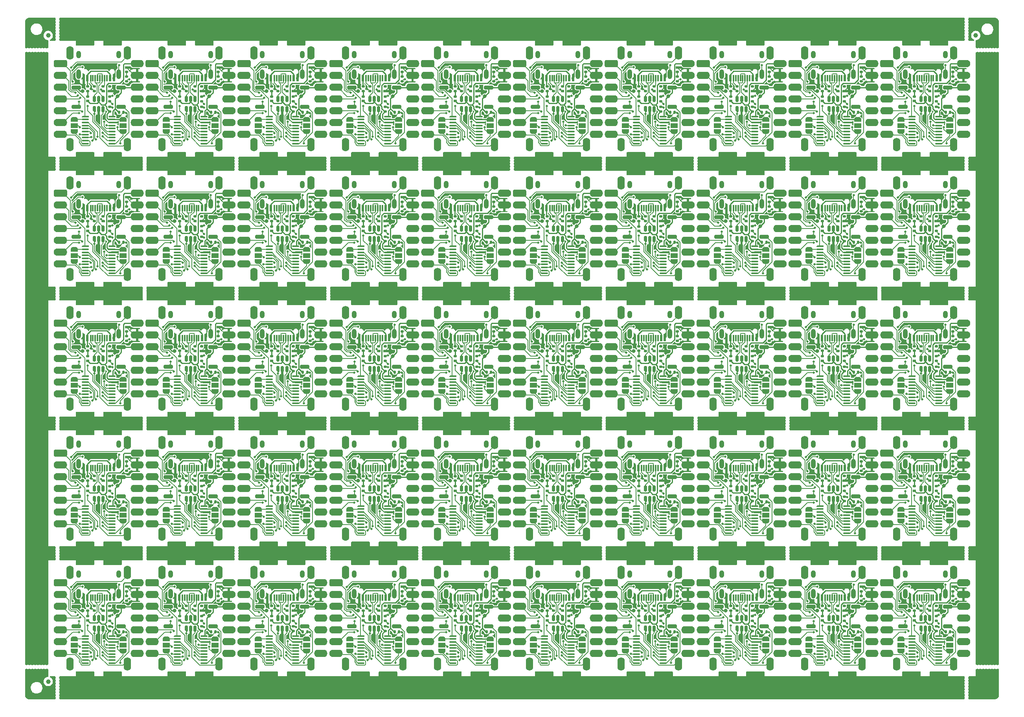
<source format=gtl>
G04 #@! TF.GenerationSoftware,KiCad,Pcbnew,7.0.0-da2b9df05c~165~ubuntu22.04.1*
G04 #@! TF.CreationDate,2023-12-10T21:50:17+00:00*
G04 #@! TF.ProjectId,kicad_miao-panel,6b696361-645f-46d6-9961-6f2d70616e65,rev?*
G04 #@! TF.SameCoordinates,Original*
G04 #@! TF.FileFunction,Copper,L1,Top*
G04 #@! TF.FilePolarity,Positive*
%FSLAX46Y46*%
G04 Gerber Fmt 4.6, Leading zero omitted, Abs format (unit mm)*
G04 Created by KiCad (PCBNEW 7.0.0-da2b9df05c~165~ubuntu22.04.1) date 2023-12-10 21:50:17*
%MOMM*%
%LPD*%
G01*
G04 APERTURE LIST*
G04 Aperture macros list*
%AMRoundRect*
0 Rectangle with rounded corners*
0 $1 Rounding radius*
0 $2 $3 $4 $5 $6 $7 $8 $9 X,Y pos of 4 corners*
0 Add a 4 corners polygon primitive as box body*
4,1,4,$2,$3,$4,$5,$6,$7,$8,$9,$2,$3,0*
0 Add four circle primitives for the rounded corners*
1,1,$1+$1,$2,$3*
1,1,$1+$1,$4,$5*
1,1,$1+$1,$6,$7*
1,1,$1+$1,$8,$9*
0 Add four rect primitives between the rounded corners*
20,1,$1+$1,$2,$3,$4,$5,0*
20,1,$1+$1,$4,$5,$6,$7,0*
20,1,$1+$1,$6,$7,$8,$9,0*
20,1,$1+$1,$8,$9,$2,$3,0*%
%AMOutline5P*
0 Free polygon, 5 corners , with rotation*
0 The origin of the aperture is its center*
0 number of corners: always 5*
0 $1 to $10 corner X, Y*
0 $11 Rotation angle, in degrees counterclockwise*
0 create outline with 5 corners*
4,1,5,$1,$2,$3,$4,$5,$6,$7,$8,$9,$10,$1,$2,$11*%
%AMOutline6P*
0 Free polygon, 6 corners , with rotation*
0 The origin of the aperture is its center*
0 number of corners: always 6*
0 $1 to $12 corner X, Y*
0 $13 Rotation angle, in degrees counterclockwise*
0 create outline with 6 corners*
4,1,6,$1,$2,$3,$4,$5,$6,$7,$8,$9,$10,$11,$12,$1,$2,$13*%
%AMOutline7P*
0 Free polygon, 7 corners , with rotation*
0 The origin of the aperture is its center*
0 number of corners: always 7*
0 $1 to $14 corner X, Y*
0 $15 Rotation angle, in degrees counterclockwise*
0 create outline with 7 corners*
4,1,7,$1,$2,$3,$4,$5,$6,$7,$8,$9,$10,$11,$12,$13,$14,$1,$2,$15*%
%AMOutline8P*
0 Free polygon, 8 corners , with rotation*
0 The origin of the aperture is its center*
0 number of corners: always 8*
0 $1 to $16 corner X, Y*
0 $17 Rotation angle, in degrees counterclockwise*
0 create outline with 8 corners*
4,1,8,$1,$2,$3,$4,$5,$6,$7,$8,$9,$10,$11,$12,$13,$14,$15,$16,$1,$2,$17*%
%AMFreePoly0*
4,1,29,0.178017,0.779942,0.347107,0.720775,0.498792,0.625465,0.625465,0.498792,0.720775,0.347107,0.779942,0.178017,0.800000,0.000000,0.779942,-0.178017,0.720775,-0.347107,0.625465,-0.498792,0.498792,-0.625465,0.347107,-0.720775,0.178017,-0.779942,0.000000,-0.800000,-0.178017,-0.779942,-0.347107,-0.720775,-0.498792,-0.625465,-0.625465,-0.498792,-0.720775,-0.347107,-0.779942,-0.178017,
-0.800000,0.000000,-0.779942,0.178017,-0.720775,0.347107,-0.625465,0.498792,-0.498792,0.625465,-0.347107,0.720775,-0.178017,0.779942,0.000000,0.800000,0.178017,0.779942,0.178017,0.779942,$1*%
%AMFreePoly1*
4,1,19,0.550000,-0.750000,0.000000,-0.750000,0.000000,-0.744911,-0.071157,-0.744911,-0.207708,-0.704816,-0.327430,-0.627875,-0.420627,-0.520320,-0.479746,-0.390866,-0.500000,-0.250000,-0.500000,0.250000,-0.479746,0.390866,-0.420627,0.520320,-0.327430,0.627875,-0.207708,0.704816,-0.071157,0.744911,0.000000,0.744911,0.000000,0.750000,0.550000,0.750000,0.550000,-0.750000,0.550000,-0.750000,
$1*%
%AMFreePoly2*
4,1,19,0.000000,0.744911,0.071157,0.744911,0.207708,0.704816,0.327430,0.627875,0.420627,0.520320,0.479746,0.390866,0.500000,0.250000,0.500000,-0.250000,0.479746,-0.390866,0.420627,-0.520320,0.327430,-0.627875,0.207708,-0.704816,0.071157,-0.744911,0.000000,-0.744911,0.000000,-0.750000,-0.550000,-0.750000,-0.550000,0.750000,0.000000,0.750000,0.000000,0.744911,0.000000,0.744911,
$1*%
%AMFreePoly3*
4,1,18,-0.662500,0.000000,-0.362500,0.300000,0.512500,0.300000,0.569903,0.288582,0.618566,0.256066,0.651082,0.207403,0.662500,0.150000,0.662500,-0.150000,0.651082,-0.207403,0.618566,-0.256066,0.569903,-0.288582,0.512500,-0.300000,-0.512500,-0.300000,-0.569903,-0.288582,-0.618566,-0.256066,-0.651082,-0.207403,-0.662500,-0.150000,-0.662500,0.000000,-0.662500,0.000000,$1*%
G04 Aperture macros list end*
G04 #@! TA.AperFunction,SMDPad,CuDef*
%ADD10RoundRect,0.200000X0.800000X-0.200000X0.800000X0.200000X-0.800000X0.200000X-0.800000X-0.200000X0*%
G04 #@! TD*
G04 #@! TA.AperFunction,CastellatedPad*
%ADD11RoundRect,0.400000X0.400000X-0.400000X0.400000X0.400000X-0.400000X0.400000X-0.400000X-0.400000X0*%
G04 #@! TD*
G04 #@! TA.AperFunction,ComponentPad*
%ADD12RoundRect,0.400000X1.035000X-0.400000X1.035000X0.400000X-1.035000X0.400000X-1.035000X-0.400000X0*%
G04 #@! TD*
G04 #@! TA.AperFunction,CastellatedPad*
%ADD13FreePoly0,90.000000*%
G04 #@! TD*
G04 #@! TA.AperFunction,ComponentPad*
%ADD14O,2.870000X1.600000*%
G04 #@! TD*
G04 #@! TA.AperFunction,CastellatedPad*
%ADD15C,1.600000*%
G04 #@! TD*
G04 #@! TA.AperFunction,ComponentPad*
%ADD16O,1.600000X2.870000*%
G04 #@! TD*
G04 #@! TA.AperFunction,ComponentPad*
%ADD17C,1.600000*%
G04 #@! TD*
G04 #@! TA.AperFunction,SMDPad,CuDef*
%ADD18FreePoly1,90.000000*%
G04 #@! TD*
G04 #@! TA.AperFunction,SMDPad,CuDef*
%ADD19R,1.500000X1.000000*%
G04 #@! TD*
G04 #@! TA.AperFunction,SMDPad,CuDef*
%ADD20FreePoly2,90.000000*%
G04 #@! TD*
G04 #@! TA.AperFunction,SMDPad,CuDef*
%ADD21FreePoly3,90.000000*%
G04 #@! TD*
G04 #@! TA.AperFunction,SMDPad,CuDef*
%ADD22RoundRect,0.150000X0.150000X-0.512500X0.150000X0.512500X-0.150000X0.512500X-0.150000X-0.512500X0*%
G04 #@! TD*
G04 #@! TA.AperFunction,SMDPad,CuDef*
%ADD23C,1.000000*%
G04 #@! TD*
G04 #@! TA.AperFunction,SMDPad,CuDef*
%ADD24RoundRect,0.135000X-0.185000X0.135000X-0.185000X-0.135000X0.185000X-0.135000X0.185000X0.135000X0*%
G04 #@! TD*
G04 #@! TA.AperFunction,SMDPad,CuDef*
%ADD25RoundRect,0.147500X0.172500X-0.147500X0.172500X0.147500X-0.172500X0.147500X-0.172500X-0.147500X0*%
G04 #@! TD*
G04 #@! TA.AperFunction,SMDPad,CuDef*
%ADD26FreePoly1,270.000000*%
G04 #@! TD*
G04 #@! TA.AperFunction,SMDPad,CuDef*
%ADD27FreePoly2,270.000000*%
G04 #@! TD*
G04 #@! TA.AperFunction,SMDPad,CuDef*
%ADD28RoundRect,0.135000X0.185000X-0.135000X0.185000X0.135000X-0.185000X0.135000X-0.185000X-0.135000X0*%
G04 #@! TD*
G04 #@! TA.AperFunction,SMDPad,CuDef*
%ADD29R,0.640000X0.590000*%
G04 #@! TD*
G04 #@! TA.AperFunction,SMDPad,CuDef*
%ADD30RoundRect,0.147500X-0.172500X0.147500X-0.172500X-0.147500X0.172500X-0.147500X0.172500X0.147500X0*%
G04 #@! TD*
G04 #@! TA.AperFunction,SMDPad,CuDef*
%ADD31R,0.600000X1.450000*%
G04 #@! TD*
G04 #@! TA.AperFunction,SMDPad,CuDef*
%ADD32R,0.300000X1.450000*%
G04 #@! TD*
G04 #@! TA.AperFunction,ComponentPad*
%ADD33O,1.000000X2.100000*%
G04 #@! TD*
G04 #@! TA.AperFunction,ComponentPad*
%ADD34O,1.000000X1.600000*%
G04 #@! TD*
G04 #@! TA.AperFunction,SMDPad,CuDef*
%ADD35RoundRect,0.140000X0.170000X-0.140000X0.170000X0.140000X-0.170000X0.140000X-0.170000X-0.140000X0*%
G04 #@! TD*
G04 #@! TA.AperFunction,SMDPad,CuDef*
%ADD36Outline5P,-0.737500X0.000000X-0.537500X0.200000X0.737500X0.200000X0.737500X-0.200000X-0.737500X-0.200000X0.000000*%
G04 #@! TD*
G04 #@! TA.AperFunction,SMDPad,CuDef*
%ADD37RoundRect,0.100000X-0.637500X-0.100000X0.637500X-0.100000X0.637500X0.100000X-0.637500X0.100000X0*%
G04 #@! TD*
G04 #@! TA.AperFunction,SMDPad,CuDef*
%ADD38RoundRect,0.140000X-0.140000X-0.170000X0.140000X-0.170000X0.140000X0.170000X-0.140000X0.170000X0*%
G04 #@! TD*
G04 #@! TA.AperFunction,ViaPad*
%ADD39C,0.800000*%
G04 #@! TD*
G04 #@! TA.AperFunction,ViaPad*
%ADD40C,0.500000*%
G04 #@! TD*
G04 #@! TA.AperFunction,Conductor*
%ADD41C,0.250000*%
G04 #@! TD*
G04 #@! TA.AperFunction,Conductor*
%ADD42C,0.127000*%
G04 #@! TD*
G04 APERTURE END LIST*
D10*
G04 #@! TO.P,SW1,1,1*
G04 #@! TO.N,Board_0-BOOT*
X11057500Y127750000D03*
G04 #@! TO.P,SW1,2,2*
G04 #@! TO.N,Board_0-+3.3V*
X11057500Y131950000D03*
G04 #@! TD*
G04 #@! TO.P,SW1,1,1*
G04 #@! TO.N,Board_1-BOOT*
X30837500Y127750000D03*
G04 #@! TO.P,SW1,2,2*
G04 #@! TO.N,Board_1-+3.3V*
X30837500Y131950000D03*
G04 #@! TD*
G04 #@! TO.P,SW1,1,1*
G04 #@! TO.N,Board_2-BOOT*
X50617500Y127750000D03*
G04 #@! TO.P,SW1,2,2*
G04 #@! TO.N,Board_2-+3.3V*
X50617500Y131950000D03*
G04 #@! TD*
G04 #@! TO.P,SW1,1,1*
G04 #@! TO.N,Board_3-BOOT*
X70397500Y127750000D03*
G04 #@! TO.P,SW1,2,2*
G04 #@! TO.N,Board_3-+3.3V*
X70397500Y131950000D03*
G04 #@! TD*
G04 #@! TO.P,SW1,1,1*
G04 #@! TO.N,Board_4-BOOT*
X90177500Y127750000D03*
G04 #@! TO.P,SW1,2,2*
G04 #@! TO.N,Board_4-+3.3V*
X90177500Y131950000D03*
G04 #@! TD*
G04 #@! TO.P,SW1,1,1*
G04 #@! TO.N,Board_5-BOOT*
X109957500Y127750000D03*
G04 #@! TO.P,SW1,2,2*
G04 #@! TO.N,Board_5-+3.3V*
X109957500Y131950000D03*
G04 #@! TD*
G04 #@! TO.P,SW1,1,1*
G04 #@! TO.N,Board_6-BOOT*
X129737500Y127750000D03*
G04 #@! TO.P,SW1,2,2*
G04 #@! TO.N,Board_6-+3.3V*
X129737500Y131950000D03*
G04 #@! TD*
G04 #@! TO.P,SW1,1,1*
G04 #@! TO.N,Board_7-BOOT*
X149517500Y127750000D03*
G04 #@! TO.P,SW1,2,2*
G04 #@! TO.N,Board_7-+3.3V*
X149517500Y131950000D03*
G04 #@! TD*
G04 #@! TO.P,SW1,1,1*
G04 #@! TO.N,Board_8-BOOT*
X169297500Y127750000D03*
G04 #@! TO.P,SW1,2,2*
G04 #@! TO.N,Board_8-+3.3V*
X169297500Y131950000D03*
G04 #@! TD*
G04 #@! TO.P,SW1,1,1*
G04 #@! TO.N,Board_9-BOOT*
X189077500Y127750000D03*
G04 #@! TO.P,SW1,2,2*
G04 #@! TO.N,Board_9-+3.3V*
X189077500Y131950000D03*
G04 #@! TD*
G04 #@! TO.P,SW1,1,1*
G04 #@! TO.N,Board_10-BOOT*
X11057500Y99750000D03*
G04 #@! TO.P,SW1,2,2*
G04 #@! TO.N,Board_10-+3.3V*
X11057500Y103950000D03*
G04 #@! TD*
G04 #@! TO.P,SW1,1,1*
G04 #@! TO.N,Board_11-BOOT*
X30837500Y99750000D03*
G04 #@! TO.P,SW1,2,2*
G04 #@! TO.N,Board_11-+3.3V*
X30837500Y103950000D03*
G04 #@! TD*
G04 #@! TO.P,SW1,1,1*
G04 #@! TO.N,Board_12-BOOT*
X50617500Y99750000D03*
G04 #@! TO.P,SW1,2,2*
G04 #@! TO.N,Board_12-+3.3V*
X50617500Y103950000D03*
G04 #@! TD*
G04 #@! TO.P,SW1,1,1*
G04 #@! TO.N,Board_44-BOOT*
X90177500Y15750000D03*
G04 #@! TO.P,SW1,2,2*
G04 #@! TO.N,Board_44-+3.3V*
X90177500Y19950000D03*
G04 #@! TD*
G04 #@! TO.P,SW1,1,1*
G04 #@! TO.N,Board_45-BOOT*
X109957500Y15750000D03*
G04 #@! TO.P,SW1,2,2*
G04 #@! TO.N,Board_45-+3.3V*
X109957500Y19950000D03*
G04 #@! TD*
G04 #@! TO.P,SW1,1,1*
G04 #@! TO.N,Board_46-BOOT*
X129737500Y15750000D03*
G04 #@! TO.P,SW1,2,2*
G04 #@! TO.N,Board_46-+3.3V*
X129737500Y19950000D03*
G04 #@! TD*
G04 #@! TO.P,SW1,1,1*
G04 #@! TO.N,Board_47-BOOT*
X149517500Y15750000D03*
G04 #@! TO.P,SW1,2,2*
G04 #@! TO.N,Board_47-+3.3V*
X149517500Y19950000D03*
G04 #@! TD*
G04 #@! TO.P,SW1,1,1*
G04 #@! TO.N,Board_48-BOOT*
X169297500Y15750000D03*
G04 #@! TO.P,SW1,2,2*
G04 #@! TO.N,Board_48-+3.3V*
X169297500Y19950000D03*
G04 #@! TD*
G04 #@! TO.P,SW1,1,1*
G04 #@! TO.N,Board_49-BOOT*
X189077500Y15750000D03*
G04 #@! TO.P,SW1,2,2*
G04 #@! TO.N,Board_49-+3.3V*
X189077500Y19950000D03*
G04 #@! TD*
G04 #@! TO.P,SW1,1,1*
G04 #@! TO.N,Board_29-BOOT*
X189077500Y71750000D03*
G04 #@! TO.P,SW1,2,2*
G04 #@! TO.N,Board_29-+3.3V*
X189077500Y75950000D03*
G04 #@! TD*
G04 #@! TO.P,SW1,1,1*
G04 #@! TO.N,Board_30-BOOT*
X11057500Y43750000D03*
G04 #@! TO.P,SW1,2,2*
G04 #@! TO.N,Board_30-+3.3V*
X11057500Y47950000D03*
G04 #@! TD*
G04 #@! TO.P,SW1,1,1*
G04 #@! TO.N,Board_31-BOOT*
X30837500Y43750000D03*
G04 #@! TO.P,SW1,2,2*
G04 #@! TO.N,Board_31-+3.3V*
X30837500Y47950000D03*
G04 #@! TD*
G04 #@! TO.P,SW1,1,1*
G04 #@! TO.N,Board_32-BOOT*
X50617500Y43750000D03*
G04 #@! TO.P,SW1,2,2*
G04 #@! TO.N,Board_32-+3.3V*
X50617500Y47950000D03*
G04 #@! TD*
G04 #@! TO.P,SW1,1,1*
G04 #@! TO.N,Board_33-BOOT*
X70397500Y43750000D03*
G04 #@! TO.P,SW1,2,2*
G04 #@! TO.N,Board_33-+3.3V*
X70397500Y47950000D03*
G04 #@! TD*
G04 #@! TO.P,SW1,1,1*
G04 #@! TO.N,Board_34-BOOT*
X90177500Y43750000D03*
G04 #@! TO.P,SW1,2,2*
G04 #@! TO.N,Board_34-+3.3V*
X90177500Y47950000D03*
G04 #@! TD*
G04 #@! TO.P,SW1,1,1*
G04 #@! TO.N,Board_35-BOOT*
X109957500Y43750000D03*
G04 #@! TO.P,SW1,2,2*
G04 #@! TO.N,Board_35-+3.3V*
X109957500Y47950000D03*
G04 #@! TD*
G04 #@! TO.P,SW1,1,1*
G04 #@! TO.N,Board_36-BOOT*
X129737500Y43750000D03*
G04 #@! TO.P,SW1,2,2*
G04 #@! TO.N,Board_36-+3.3V*
X129737500Y47950000D03*
G04 #@! TD*
G04 #@! TO.P,SW1,1,1*
G04 #@! TO.N,Board_37-BOOT*
X149517500Y43750000D03*
G04 #@! TO.P,SW1,2,2*
G04 #@! TO.N,Board_37-+3.3V*
X149517500Y47950000D03*
G04 #@! TD*
G04 #@! TO.P,SW1,1,1*
G04 #@! TO.N,Board_38-BOOT*
X169297500Y43750000D03*
G04 #@! TO.P,SW1,2,2*
G04 #@! TO.N,Board_38-+3.3V*
X169297500Y47950000D03*
G04 #@! TD*
G04 #@! TO.P,SW1,1,1*
G04 #@! TO.N,Board_39-BOOT*
X189077500Y43750000D03*
G04 #@! TO.P,SW1,2,2*
G04 #@! TO.N,Board_39-+3.3V*
X189077500Y47950000D03*
G04 #@! TD*
G04 #@! TO.P,SW1,1,1*
G04 #@! TO.N,Board_40-BOOT*
X11057500Y15750000D03*
G04 #@! TO.P,SW1,2,2*
G04 #@! TO.N,Board_40-+3.3V*
X11057500Y19950000D03*
G04 #@! TD*
G04 #@! TO.P,SW1,1,1*
G04 #@! TO.N,Board_41-BOOT*
X30837500Y15750000D03*
G04 #@! TO.P,SW1,2,2*
G04 #@! TO.N,Board_41-+3.3V*
X30837500Y19950000D03*
G04 #@! TD*
G04 #@! TO.P,SW1,1,1*
G04 #@! TO.N,Board_42-BOOT*
X50617500Y15750000D03*
G04 #@! TO.P,SW1,2,2*
G04 #@! TO.N,Board_42-+3.3V*
X50617500Y19950000D03*
G04 #@! TD*
G04 #@! TO.P,SW1,1,1*
G04 #@! TO.N,Board_43-BOOT*
X70397500Y15750000D03*
G04 #@! TO.P,SW1,2,2*
G04 #@! TO.N,Board_43-+3.3V*
X70397500Y19950000D03*
G04 #@! TD*
G04 #@! TO.P,SW1,1,1*
G04 #@! TO.N,Board_13-BOOT*
X70397500Y99750000D03*
G04 #@! TO.P,SW1,2,2*
G04 #@! TO.N,Board_13-+3.3V*
X70397500Y103950000D03*
G04 #@! TD*
G04 #@! TO.P,SW1,1,1*
G04 #@! TO.N,Board_14-BOOT*
X90177500Y99750000D03*
G04 #@! TO.P,SW1,2,2*
G04 #@! TO.N,Board_14-+3.3V*
X90177500Y103950000D03*
G04 #@! TD*
G04 #@! TO.P,SW1,1,1*
G04 #@! TO.N,Board_15-BOOT*
X109957500Y99750000D03*
G04 #@! TO.P,SW1,2,2*
G04 #@! TO.N,Board_15-+3.3V*
X109957500Y103950000D03*
G04 #@! TD*
G04 #@! TO.P,SW1,1,1*
G04 #@! TO.N,Board_16-BOOT*
X129737500Y99750000D03*
G04 #@! TO.P,SW1,2,2*
G04 #@! TO.N,Board_16-+3.3V*
X129737500Y103950000D03*
G04 #@! TD*
G04 #@! TO.P,SW1,1,1*
G04 #@! TO.N,Board_17-BOOT*
X149517500Y99750000D03*
G04 #@! TO.P,SW1,2,2*
G04 #@! TO.N,Board_17-+3.3V*
X149517500Y103950000D03*
G04 #@! TD*
G04 #@! TO.P,SW1,1,1*
G04 #@! TO.N,Board_18-BOOT*
X169297500Y99750000D03*
G04 #@! TO.P,SW1,2,2*
G04 #@! TO.N,Board_18-+3.3V*
X169297500Y103950000D03*
G04 #@! TD*
G04 #@! TO.P,SW1,1,1*
G04 #@! TO.N,Board_19-BOOT*
X189077500Y99750000D03*
G04 #@! TO.P,SW1,2,2*
G04 #@! TO.N,Board_19-+3.3V*
X189077500Y103950000D03*
G04 #@! TD*
G04 #@! TO.P,SW1,1,1*
G04 #@! TO.N,Board_20-BOOT*
X11057500Y71750000D03*
G04 #@! TO.P,SW1,2,2*
G04 #@! TO.N,Board_20-+3.3V*
X11057500Y75950000D03*
G04 #@! TD*
G04 #@! TO.P,SW1,1,1*
G04 #@! TO.N,Board_21-BOOT*
X30837500Y71750000D03*
G04 #@! TO.P,SW1,2,2*
G04 #@! TO.N,Board_21-+3.3V*
X30837500Y75950000D03*
G04 #@! TD*
G04 #@! TO.P,SW1,1,1*
G04 #@! TO.N,Board_22-BOOT*
X50617500Y71750000D03*
G04 #@! TO.P,SW1,2,2*
G04 #@! TO.N,Board_22-+3.3V*
X50617500Y75950000D03*
G04 #@! TD*
G04 #@! TO.P,SW1,1,1*
G04 #@! TO.N,Board_23-BOOT*
X70397500Y71750000D03*
G04 #@! TO.P,SW1,2,2*
G04 #@! TO.N,Board_23-+3.3V*
X70397500Y75950000D03*
G04 #@! TD*
G04 #@! TO.P,SW1,1,1*
G04 #@! TO.N,Board_24-BOOT*
X90177500Y71750000D03*
G04 #@! TO.P,SW1,2,2*
G04 #@! TO.N,Board_24-+3.3V*
X90177500Y75950000D03*
G04 #@! TD*
G04 #@! TO.P,SW1,1,1*
G04 #@! TO.N,Board_25-BOOT*
X109957500Y71750000D03*
G04 #@! TO.P,SW1,2,2*
G04 #@! TO.N,Board_25-+3.3V*
X109957500Y75950000D03*
G04 #@! TD*
G04 #@! TO.P,SW1,1,1*
G04 #@! TO.N,Board_26-BOOT*
X129737500Y71750000D03*
G04 #@! TO.P,SW1,2,2*
G04 #@! TO.N,Board_26-+3.3V*
X129737500Y75950000D03*
G04 #@! TD*
G04 #@! TO.P,SW1,1,1*
G04 #@! TO.N,Board_27-BOOT*
X149517500Y71750000D03*
G04 #@! TO.P,SW1,2,2*
G04 #@! TO.N,Board_27-+3.3V*
X149517500Y75950000D03*
G04 #@! TD*
G04 #@! TO.P,SW1,1,1*
G04 #@! TO.N,Board_28-BOOT*
X169297500Y71750000D03*
G04 #@! TO.P,SW1,2,2*
G04 #@! TO.N,Board_28-+3.3V*
X169297500Y75950000D03*
G04 #@! TD*
D11*
G04 #@! TO.P,U3,1*
G04 #@! TO.N,Board_33-P3.2_A3*
X66340000Y53120000D03*
D12*
X66975000Y53120000D03*
D13*
G04 #@! TO.P,U3,2*
G04 #@! TO.N,Board_33-P1.1_A0*
X66340000Y50580000D03*
D14*
X66974999Y50579999D03*
D15*
G04 #@! TO.P,U3,3*
G04 #@! TO.N,Board_33-P1.2*
X66340000Y48040000D03*
D14*
X66974999Y48039999D03*
D15*
G04 #@! TO.P,U3,4*
G04 #@! TO.N,Board_33-P1.3*
X66340000Y45500000D03*
D14*
X66974999Y45499999D03*
D15*
G04 #@! TO.P,U3,5*
G04 #@! TO.N,Board_33-P3.5*
X66340000Y42960000D03*
D14*
X66974999Y42959999D03*
D15*
G04 #@! TO.P,U3,6*
G04 #@! TO.N,Board_33-P3.4*
X66340000Y40420000D03*
D14*
X66974999Y40419999D03*
D15*
G04 #@! TO.P,U3,7*
G04 #@! TO.N,Board_33-P3.1_TX*
X66340000Y37880000D03*
D14*
X66974999Y37879999D03*
G04 #@! TO.P,U3,8*
G04 #@! TO.N,Board_33-RX{slash}CS*
X83484999Y37879999D03*
D15*
X84120000Y37880000D03*
D14*
G04 #@! TO.P,U3,9*
G04 #@! TO.N,Board_33-P1.7_SCK*
X83484999Y40419999D03*
D15*
X84120000Y40420000D03*
D14*
G04 #@! TO.P,U3,10*
G04 #@! TO.N,Board_33-P1.6_MISO*
X83484999Y42959999D03*
D15*
X84120000Y42960000D03*
D14*
G04 #@! TO.P,U3,11*
G04 #@! TO.N,Board_33-P1.5_MOSI*
X83484999Y45499999D03*
D15*
X84120000Y45500000D03*
D14*
G04 #@! TO.P,U3,12*
G04 #@! TO.N,Board_33-+3.3V*
X83484999Y48039999D03*
D15*
X84120000Y48040000D03*
D14*
G04 #@! TO.P,U3,13*
G04 #@! TO.N,Board_33-GND*
X83484999Y50579999D03*
D15*
X84120000Y50580000D03*
D14*
G04 #@! TO.P,U3,14*
G04 #@! TO.N,Board_33-VCC*
X83484999Y53119999D03*
D15*
X84120000Y53120000D03*
D16*
G04 #@! TO.P,U3,15*
G04 #@! TO.N,Board_33-RST*
X69074999Y35634999D03*
D15*
X69075000Y35000000D03*
D16*
G04 #@! TO.P,U3,16*
G04 #@! TO.N,Board_33-BOOT*
X81384999Y35634999D03*
D15*
X81385000Y35000000D03*
G04 #@! TO.P,U3,17*
G04 #@! TO.N,Board_33-P1.0*
X81385000Y56000000D03*
D16*
X81384999Y55364999D03*
D17*
G04 #@! TO.P,U3,18*
G04 #@! TO.N,Board_33-P3.3*
X69075000Y56000000D03*
D16*
X69074999Y55364999D03*
G04 #@! TD*
D11*
G04 #@! TO.P,U3,1*
G04 #@! TO.N,Board_2-P3.2_A3*
X46560000Y137120000D03*
D12*
X47195000Y137120000D03*
D13*
G04 #@! TO.P,U3,2*
G04 #@! TO.N,Board_2-P1.1_A0*
X46560000Y134580000D03*
D14*
X47194999Y134579999D03*
D15*
G04 #@! TO.P,U3,3*
G04 #@! TO.N,Board_2-P1.2*
X46560000Y132040000D03*
D14*
X47194999Y132039999D03*
D15*
G04 #@! TO.P,U3,4*
G04 #@! TO.N,Board_2-P1.3*
X46560000Y129500000D03*
D14*
X47194999Y129499999D03*
D15*
G04 #@! TO.P,U3,5*
G04 #@! TO.N,Board_2-P3.5*
X46560000Y126960000D03*
D14*
X47194999Y126959999D03*
D15*
G04 #@! TO.P,U3,6*
G04 #@! TO.N,Board_2-P3.4*
X46560000Y124420000D03*
D14*
X47194999Y124419999D03*
D15*
G04 #@! TO.P,U3,7*
G04 #@! TO.N,Board_2-P3.1_TX*
X46560000Y121880000D03*
D14*
X47194999Y121879999D03*
G04 #@! TO.P,U3,8*
G04 #@! TO.N,Board_2-RX{slash}CS*
X63704999Y121879999D03*
D15*
X64340000Y121880000D03*
D14*
G04 #@! TO.P,U3,9*
G04 #@! TO.N,Board_2-P1.7_SCK*
X63704999Y124419999D03*
D15*
X64340000Y124420000D03*
D14*
G04 #@! TO.P,U3,10*
G04 #@! TO.N,Board_2-P1.6_MISO*
X63704999Y126959999D03*
D15*
X64340000Y126960000D03*
D14*
G04 #@! TO.P,U3,11*
G04 #@! TO.N,Board_2-P1.5_MOSI*
X63704999Y129499999D03*
D15*
X64340000Y129500000D03*
D14*
G04 #@! TO.P,U3,12*
G04 #@! TO.N,Board_2-+3.3V*
X63704999Y132039999D03*
D15*
X64340000Y132040000D03*
D14*
G04 #@! TO.P,U3,13*
G04 #@! TO.N,Board_2-GND*
X63704999Y134579999D03*
D15*
X64340000Y134580000D03*
D14*
G04 #@! TO.P,U3,14*
G04 #@! TO.N,Board_2-VCC*
X63704999Y137119999D03*
D15*
X64340000Y137120000D03*
D16*
G04 #@! TO.P,U3,15*
G04 #@! TO.N,Board_2-RST*
X49294999Y119634999D03*
D15*
X49295000Y119000000D03*
D16*
G04 #@! TO.P,U3,16*
G04 #@! TO.N,Board_2-BOOT*
X61604999Y119634999D03*
D15*
X61605000Y119000000D03*
G04 #@! TO.P,U3,17*
G04 #@! TO.N,Board_2-P1.0*
X61605000Y140000000D03*
D16*
X61604999Y139364999D03*
D17*
G04 #@! TO.P,U3,18*
G04 #@! TO.N,Board_2-P3.3*
X49295000Y140000000D03*
D16*
X49294999Y139364999D03*
G04 #@! TD*
D11*
G04 #@! TO.P,U3,1*
G04 #@! TO.N,Board_3-P3.2_A3*
X66340000Y137120000D03*
D12*
X66975000Y137120000D03*
D13*
G04 #@! TO.P,U3,2*
G04 #@! TO.N,Board_3-P1.1_A0*
X66340000Y134580000D03*
D14*
X66974999Y134579999D03*
D15*
G04 #@! TO.P,U3,3*
G04 #@! TO.N,Board_3-P1.2*
X66340000Y132040000D03*
D14*
X66974999Y132039999D03*
D15*
G04 #@! TO.P,U3,4*
G04 #@! TO.N,Board_3-P1.3*
X66340000Y129500000D03*
D14*
X66974999Y129499999D03*
D15*
G04 #@! TO.P,U3,5*
G04 #@! TO.N,Board_3-P3.5*
X66340000Y126960000D03*
D14*
X66974999Y126959999D03*
D15*
G04 #@! TO.P,U3,6*
G04 #@! TO.N,Board_3-P3.4*
X66340000Y124420000D03*
D14*
X66974999Y124419999D03*
D15*
G04 #@! TO.P,U3,7*
G04 #@! TO.N,Board_3-P3.1_TX*
X66340000Y121880000D03*
D14*
X66974999Y121879999D03*
G04 #@! TO.P,U3,8*
G04 #@! TO.N,Board_3-RX{slash}CS*
X83484999Y121879999D03*
D15*
X84120000Y121880000D03*
D14*
G04 #@! TO.P,U3,9*
G04 #@! TO.N,Board_3-P1.7_SCK*
X83484999Y124419999D03*
D15*
X84120000Y124420000D03*
D14*
G04 #@! TO.P,U3,10*
G04 #@! TO.N,Board_3-P1.6_MISO*
X83484999Y126959999D03*
D15*
X84120000Y126960000D03*
D14*
G04 #@! TO.P,U3,11*
G04 #@! TO.N,Board_3-P1.5_MOSI*
X83484999Y129499999D03*
D15*
X84120000Y129500000D03*
D14*
G04 #@! TO.P,U3,12*
G04 #@! TO.N,Board_3-+3.3V*
X83484999Y132039999D03*
D15*
X84120000Y132040000D03*
D14*
G04 #@! TO.P,U3,13*
G04 #@! TO.N,Board_3-GND*
X83484999Y134579999D03*
D15*
X84120000Y134580000D03*
D14*
G04 #@! TO.P,U3,14*
G04 #@! TO.N,Board_3-VCC*
X83484999Y137119999D03*
D15*
X84120000Y137120000D03*
D16*
G04 #@! TO.P,U3,15*
G04 #@! TO.N,Board_3-RST*
X69074999Y119634999D03*
D15*
X69075000Y119000000D03*
D16*
G04 #@! TO.P,U3,16*
G04 #@! TO.N,Board_3-BOOT*
X81384999Y119634999D03*
D15*
X81385000Y119000000D03*
G04 #@! TO.P,U3,17*
G04 #@! TO.N,Board_3-P1.0*
X81385000Y140000000D03*
D16*
X81384999Y139364999D03*
D17*
G04 #@! TO.P,U3,18*
G04 #@! TO.N,Board_3-P3.3*
X69075000Y140000000D03*
D16*
X69074999Y139364999D03*
G04 #@! TD*
D11*
G04 #@! TO.P,U3,1*
G04 #@! TO.N,Board_4-P3.2_A3*
X86120000Y137120000D03*
D12*
X86755000Y137120000D03*
D13*
G04 #@! TO.P,U3,2*
G04 #@! TO.N,Board_4-P1.1_A0*
X86120000Y134580000D03*
D14*
X86754999Y134579999D03*
D15*
G04 #@! TO.P,U3,3*
G04 #@! TO.N,Board_4-P1.2*
X86120000Y132040000D03*
D14*
X86754999Y132039999D03*
D15*
G04 #@! TO.P,U3,4*
G04 #@! TO.N,Board_4-P1.3*
X86120000Y129500000D03*
D14*
X86754999Y129499999D03*
D15*
G04 #@! TO.P,U3,5*
G04 #@! TO.N,Board_4-P3.5*
X86120000Y126960000D03*
D14*
X86754999Y126959999D03*
D15*
G04 #@! TO.P,U3,6*
G04 #@! TO.N,Board_4-P3.4*
X86120000Y124420000D03*
D14*
X86754999Y124419999D03*
D15*
G04 #@! TO.P,U3,7*
G04 #@! TO.N,Board_4-P3.1_TX*
X86120000Y121880000D03*
D14*
X86754999Y121879999D03*
G04 #@! TO.P,U3,8*
G04 #@! TO.N,Board_4-RX{slash}CS*
X103264999Y121879999D03*
D15*
X103900000Y121880000D03*
D14*
G04 #@! TO.P,U3,9*
G04 #@! TO.N,Board_4-P1.7_SCK*
X103264999Y124419999D03*
D15*
X103900000Y124420000D03*
D14*
G04 #@! TO.P,U3,10*
G04 #@! TO.N,Board_4-P1.6_MISO*
X103264999Y126959999D03*
D15*
X103900000Y126960000D03*
D14*
G04 #@! TO.P,U3,11*
G04 #@! TO.N,Board_4-P1.5_MOSI*
X103264999Y129499999D03*
D15*
X103900000Y129500000D03*
D14*
G04 #@! TO.P,U3,12*
G04 #@! TO.N,Board_4-+3.3V*
X103264999Y132039999D03*
D15*
X103900000Y132040000D03*
D14*
G04 #@! TO.P,U3,13*
G04 #@! TO.N,Board_4-GND*
X103264999Y134579999D03*
D15*
X103900000Y134580000D03*
D14*
G04 #@! TO.P,U3,14*
G04 #@! TO.N,Board_4-VCC*
X103264999Y137119999D03*
D15*
X103900000Y137120000D03*
D16*
G04 #@! TO.P,U3,15*
G04 #@! TO.N,Board_4-RST*
X88854999Y119634999D03*
D15*
X88855000Y119000000D03*
D16*
G04 #@! TO.P,U3,16*
G04 #@! TO.N,Board_4-BOOT*
X101164999Y119634999D03*
D15*
X101165000Y119000000D03*
G04 #@! TO.P,U3,17*
G04 #@! TO.N,Board_4-P1.0*
X101165000Y140000000D03*
D16*
X101164999Y139364999D03*
D17*
G04 #@! TO.P,U3,18*
G04 #@! TO.N,Board_4-P3.3*
X88855000Y140000000D03*
D16*
X88854999Y139364999D03*
G04 #@! TD*
D11*
G04 #@! TO.P,U3,1*
G04 #@! TO.N,Board_5-P3.2_A3*
X105900000Y137120000D03*
D12*
X106535000Y137120000D03*
D13*
G04 #@! TO.P,U3,2*
G04 #@! TO.N,Board_5-P1.1_A0*
X105900000Y134580000D03*
D14*
X106534999Y134579999D03*
D15*
G04 #@! TO.P,U3,3*
G04 #@! TO.N,Board_5-P1.2*
X105900000Y132040000D03*
D14*
X106534999Y132039999D03*
D15*
G04 #@! TO.P,U3,4*
G04 #@! TO.N,Board_5-P1.3*
X105900000Y129500000D03*
D14*
X106534999Y129499999D03*
D15*
G04 #@! TO.P,U3,5*
G04 #@! TO.N,Board_5-P3.5*
X105900000Y126960000D03*
D14*
X106534999Y126959999D03*
D15*
G04 #@! TO.P,U3,6*
G04 #@! TO.N,Board_5-P3.4*
X105900000Y124420000D03*
D14*
X106534999Y124419999D03*
D15*
G04 #@! TO.P,U3,7*
G04 #@! TO.N,Board_5-P3.1_TX*
X105900000Y121880000D03*
D14*
X106534999Y121879999D03*
G04 #@! TO.P,U3,8*
G04 #@! TO.N,Board_5-RX{slash}CS*
X123044999Y121879999D03*
D15*
X123680000Y121880000D03*
D14*
G04 #@! TO.P,U3,9*
G04 #@! TO.N,Board_5-P1.7_SCK*
X123044999Y124419999D03*
D15*
X123680000Y124420000D03*
D14*
G04 #@! TO.P,U3,10*
G04 #@! TO.N,Board_5-P1.6_MISO*
X123044999Y126959999D03*
D15*
X123680000Y126960000D03*
D14*
G04 #@! TO.P,U3,11*
G04 #@! TO.N,Board_5-P1.5_MOSI*
X123044999Y129499999D03*
D15*
X123680000Y129500000D03*
D14*
G04 #@! TO.P,U3,12*
G04 #@! TO.N,Board_5-+3.3V*
X123044999Y132039999D03*
D15*
X123680000Y132040000D03*
D14*
G04 #@! TO.P,U3,13*
G04 #@! TO.N,Board_5-GND*
X123044999Y134579999D03*
D15*
X123680000Y134580000D03*
D14*
G04 #@! TO.P,U3,14*
G04 #@! TO.N,Board_5-VCC*
X123044999Y137119999D03*
D15*
X123680000Y137120000D03*
D16*
G04 #@! TO.P,U3,15*
G04 #@! TO.N,Board_5-RST*
X108634999Y119634999D03*
D15*
X108635000Y119000000D03*
D16*
G04 #@! TO.P,U3,16*
G04 #@! TO.N,Board_5-BOOT*
X120944999Y119634999D03*
D15*
X120945000Y119000000D03*
G04 #@! TO.P,U3,17*
G04 #@! TO.N,Board_5-P1.0*
X120945000Y140000000D03*
D16*
X120944999Y139364999D03*
D17*
G04 #@! TO.P,U3,18*
G04 #@! TO.N,Board_5-P3.3*
X108635000Y140000000D03*
D16*
X108634999Y139364999D03*
G04 #@! TD*
D11*
G04 #@! TO.P,U3,1*
G04 #@! TO.N,Board_6-P3.2_A3*
X125680000Y137120000D03*
D12*
X126315000Y137120000D03*
D13*
G04 #@! TO.P,U3,2*
G04 #@! TO.N,Board_6-P1.1_A0*
X125680000Y134580000D03*
D14*
X126314999Y134579999D03*
D15*
G04 #@! TO.P,U3,3*
G04 #@! TO.N,Board_6-P1.2*
X125680000Y132040000D03*
D14*
X126314999Y132039999D03*
D15*
G04 #@! TO.P,U3,4*
G04 #@! TO.N,Board_6-P1.3*
X125680000Y129500000D03*
D14*
X126314999Y129499999D03*
D15*
G04 #@! TO.P,U3,5*
G04 #@! TO.N,Board_6-P3.5*
X125680000Y126960000D03*
D14*
X126314999Y126959999D03*
D15*
G04 #@! TO.P,U3,6*
G04 #@! TO.N,Board_6-P3.4*
X125680000Y124420000D03*
D14*
X126314999Y124419999D03*
D15*
G04 #@! TO.P,U3,7*
G04 #@! TO.N,Board_6-P3.1_TX*
X125680000Y121880000D03*
D14*
X126314999Y121879999D03*
G04 #@! TO.P,U3,8*
G04 #@! TO.N,Board_6-RX{slash}CS*
X142824999Y121879999D03*
D15*
X143460000Y121880000D03*
D14*
G04 #@! TO.P,U3,9*
G04 #@! TO.N,Board_6-P1.7_SCK*
X142824999Y124419999D03*
D15*
X143460000Y124420000D03*
D14*
G04 #@! TO.P,U3,10*
G04 #@! TO.N,Board_6-P1.6_MISO*
X142824999Y126959999D03*
D15*
X143460000Y126960000D03*
D14*
G04 #@! TO.P,U3,11*
G04 #@! TO.N,Board_6-P1.5_MOSI*
X142824999Y129499999D03*
D15*
X143460000Y129500000D03*
D14*
G04 #@! TO.P,U3,12*
G04 #@! TO.N,Board_6-+3.3V*
X142824999Y132039999D03*
D15*
X143460000Y132040000D03*
D14*
G04 #@! TO.P,U3,13*
G04 #@! TO.N,Board_6-GND*
X142824999Y134579999D03*
D15*
X143460000Y134580000D03*
D14*
G04 #@! TO.P,U3,14*
G04 #@! TO.N,Board_6-VCC*
X142824999Y137119999D03*
D15*
X143460000Y137120000D03*
D16*
G04 #@! TO.P,U3,15*
G04 #@! TO.N,Board_6-RST*
X128414999Y119634999D03*
D15*
X128415000Y119000000D03*
D16*
G04 #@! TO.P,U3,16*
G04 #@! TO.N,Board_6-BOOT*
X140724999Y119634999D03*
D15*
X140725000Y119000000D03*
G04 #@! TO.P,U3,17*
G04 #@! TO.N,Board_6-P1.0*
X140725000Y140000000D03*
D16*
X140724999Y139364999D03*
D17*
G04 #@! TO.P,U3,18*
G04 #@! TO.N,Board_6-P3.3*
X128415000Y140000000D03*
D16*
X128414999Y139364999D03*
G04 #@! TD*
D11*
G04 #@! TO.P,U3,1*
G04 #@! TO.N,Board_7-P3.2_A3*
X145460000Y137120000D03*
D12*
X146095000Y137120000D03*
D13*
G04 #@! TO.P,U3,2*
G04 #@! TO.N,Board_7-P1.1_A0*
X145460000Y134580000D03*
D14*
X146094999Y134579999D03*
D15*
G04 #@! TO.P,U3,3*
G04 #@! TO.N,Board_7-P1.2*
X145460000Y132040000D03*
D14*
X146094999Y132039999D03*
D15*
G04 #@! TO.P,U3,4*
G04 #@! TO.N,Board_7-P1.3*
X145460000Y129500000D03*
D14*
X146094999Y129499999D03*
D15*
G04 #@! TO.P,U3,5*
G04 #@! TO.N,Board_7-P3.5*
X145460000Y126960000D03*
D14*
X146094999Y126959999D03*
D15*
G04 #@! TO.P,U3,6*
G04 #@! TO.N,Board_7-P3.4*
X145460000Y124420000D03*
D14*
X146094999Y124419999D03*
D15*
G04 #@! TO.P,U3,7*
G04 #@! TO.N,Board_7-P3.1_TX*
X145460000Y121880000D03*
D14*
X146094999Y121879999D03*
G04 #@! TO.P,U3,8*
G04 #@! TO.N,Board_7-RX{slash}CS*
X162604999Y121879999D03*
D15*
X163240000Y121880000D03*
D14*
G04 #@! TO.P,U3,9*
G04 #@! TO.N,Board_7-P1.7_SCK*
X162604999Y124419999D03*
D15*
X163240000Y124420000D03*
D14*
G04 #@! TO.P,U3,10*
G04 #@! TO.N,Board_7-P1.6_MISO*
X162604999Y126959999D03*
D15*
X163240000Y126960000D03*
D14*
G04 #@! TO.P,U3,11*
G04 #@! TO.N,Board_7-P1.5_MOSI*
X162604999Y129499999D03*
D15*
X163240000Y129500000D03*
D14*
G04 #@! TO.P,U3,12*
G04 #@! TO.N,Board_7-+3.3V*
X162604999Y132039999D03*
D15*
X163240000Y132040000D03*
D14*
G04 #@! TO.P,U3,13*
G04 #@! TO.N,Board_7-GND*
X162604999Y134579999D03*
D15*
X163240000Y134580000D03*
D14*
G04 #@! TO.P,U3,14*
G04 #@! TO.N,Board_7-VCC*
X162604999Y137119999D03*
D15*
X163240000Y137120000D03*
D16*
G04 #@! TO.P,U3,15*
G04 #@! TO.N,Board_7-RST*
X148194999Y119634999D03*
D15*
X148195000Y119000000D03*
D16*
G04 #@! TO.P,U3,16*
G04 #@! TO.N,Board_7-BOOT*
X160504999Y119634999D03*
D15*
X160505000Y119000000D03*
G04 #@! TO.P,U3,17*
G04 #@! TO.N,Board_7-P1.0*
X160505000Y140000000D03*
D16*
X160504999Y139364999D03*
D17*
G04 #@! TO.P,U3,18*
G04 #@! TO.N,Board_7-P3.3*
X148195000Y140000000D03*
D16*
X148194999Y139364999D03*
G04 #@! TD*
D11*
G04 #@! TO.P,U3,1*
G04 #@! TO.N,Board_0-P3.2_A3*
X7000000Y137120000D03*
D12*
X7635000Y137120000D03*
D13*
G04 #@! TO.P,U3,2*
G04 #@! TO.N,Board_0-P1.1_A0*
X7000000Y134580000D03*
D14*
X7634999Y134579999D03*
D15*
G04 #@! TO.P,U3,3*
G04 #@! TO.N,Board_0-P1.2*
X7000000Y132040000D03*
D14*
X7634999Y132039999D03*
D15*
G04 #@! TO.P,U3,4*
G04 #@! TO.N,Board_0-P1.3*
X7000000Y129500000D03*
D14*
X7634999Y129499999D03*
D15*
G04 #@! TO.P,U3,5*
G04 #@! TO.N,Board_0-P3.5*
X7000000Y126960000D03*
D14*
X7634999Y126959999D03*
D15*
G04 #@! TO.P,U3,6*
G04 #@! TO.N,Board_0-P3.4*
X7000000Y124420000D03*
D14*
X7634999Y124419999D03*
D15*
G04 #@! TO.P,U3,7*
G04 #@! TO.N,Board_0-P3.1_TX*
X7000000Y121880000D03*
D14*
X7634999Y121879999D03*
G04 #@! TO.P,U3,8*
G04 #@! TO.N,Board_0-RX{slash}CS*
X24144999Y121879999D03*
D15*
X24780000Y121880000D03*
D14*
G04 #@! TO.P,U3,9*
G04 #@! TO.N,Board_0-P1.7_SCK*
X24144999Y124419999D03*
D15*
X24780000Y124420000D03*
D14*
G04 #@! TO.P,U3,10*
G04 #@! TO.N,Board_0-P1.6_MISO*
X24144999Y126959999D03*
D15*
X24780000Y126960000D03*
D14*
G04 #@! TO.P,U3,11*
G04 #@! TO.N,Board_0-P1.5_MOSI*
X24144999Y129499999D03*
D15*
X24780000Y129500000D03*
D14*
G04 #@! TO.P,U3,12*
G04 #@! TO.N,Board_0-+3.3V*
X24144999Y132039999D03*
D15*
X24780000Y132040000D03*
D14*
G04 #@! TO.P,U3,13*
G04 #@! TO.N,Board_0-GND*
X24144999Y134579999D03*
D15*
X24780000Y134580000D03*
D14*
G04 #@! TO.P,U3,14*
G04 #@! TO.N,Board_0-VCC*
X24144999Y137119999D03*
D15*
X24780000Y137120000D03*
D16*
G04 #@! TO.P,U3,15*
G04 #@! TO.N,Board_0-RST*
X9734999Y119634999D03*
D15*
X9735000Y119000000D03*
D16*
G04 #@! TO.P,U3,16*
G04 #@! TO.N,Board_0-BOOT*
X22044999Y119634999D03*
D15*
X22045000Y119000000D03*
G04 #@! TO.P,U3,17*
G04 #@! TO.N,Board_0-P1.0*
X22045000Y140000000D03*
D16*
X22044999Y139364999D03*
D17*
G04 #@! TO.P,U3,18*
G04 #@! TO.N,Board_0-P3.3*
X9735000Y140000000D03*
D16*
X9734999Y139364999D03*
G04 #@! TD*
D11*
G04 #@! TO.P,U3,1*
G04 #@! TO.N,Board_1-P3.2_A3*
X26780000Y137120000D03*
D12*
X27415000Y137120000D03*
D13*
G04 #@! TO.P,U3,2*
G04 #@! TO.N,Board_1-P1.1_A0*
X26780000Y134580000D03*
D14*
X27414999Y134579999D03*
D15*
G04 #@! TO.P,U3,3*
G04 #@! TO.N,Board_1-P1.2*
X26780000Y132040000D03*
D14*
X27414999Y132039999D03*
D15*
G04 #@! TO.P,U3,4*
G04 #@! TO.N,Board_1-P1.3*
X26780000Y129500000D03*
D14*
X27414999Y129499999D03*
D15*
G04 #@! TO.P,U3,5*
G04 #@! TO.N,Board_1-P3.5*
X26780000Y126960000D03*
D14*
X27414999Y126959999D03*
D15*
G04 #@! TO.P,U3,6*
G04 #@! TO.N,Board_1-P3.4*
X26780000Y124420000D03*
D14*
X27414999Y124419999D03*
D15*
G04 #@! TO.P,U3,7*
G04 #@! TO.N,Board_1-P3.1_TX*
X26780000Y121880000D03*
D14*
X27414999Y121879999D03*
G04 #@! TO.P,U3,8*
G04 #@! TO.N,Board_1-RX{slash}CS*
X43924999Y121879999D03*
D15*
X44560000Y121880000D03*
D14*
G04 #@! TO.P,U3,9*
G04 #@! TO.N,Board_1-P1.7_SCK*
X43924999Y124419999D03*
D15*
X44560000Y124420000D03*
D14*
G04 #@! TO.P,U3,10*
G04 #@! TO.N,Board_1-P1.6_MISO*
X43924999Y126959999D03*
D15*
X44560000Y126960000D03*
D14*
G04 #@! TO.P,U3,11*
G04 #@! TO.N,Board_1-P1.5_MOSI*
X43924999Y129499999D03*
D15*
X44560000Y129500000D03*
D14*
G04 #@! TO.P,U3,12*
G04 #@! TO.N,Board_1-+3.3V*
X43924999Y132039999D03*
D15*
X44560000Y132040000D03*
D14*
G04 #@! TO.P,U3,13*
G04 #@! TO.N,Board_1-GND*
X43924999Y134579999D03*
D15*
X44560000Y134580000D03*
D14*
G04 #@! TO.P,U3,14*
G04 #@! TO.N,Board_1-VCC*
X43924999Y137119999D03*
D15*
X44560000Y137120000D03*
D16*
G04 #@! TO.P,U3,15*
G04 #@! TO.N,Board_1-RST*
X29514999Y119634999D03*
D15*
X29515000Y119000000D03*
D16*
G04 #@! TO.P,U3,16*
G04 #@! TO.N,Board_1-BOOT*
X41824999Y119634999D03*
D15*
X41825000Y119000000D03*
G04 #@! TO.P,U3,17*
G04 #@! TO.N,Board_1-P1.0*
X41825000Y140000000D03*
D16*
X41824999Y139364999D03*
D17*
G04 #@! TO.P,U3,18*
G04 #@! TO.N,Board_1-P3.3*
X29515000Y140000000D03*
D16*
X29514999Y139364999D03*
G04 #@! TD*
D11*
G04 #@! TO.P,U3,1*
G04 #@! TO.N,Board_47-P3.2_A3*
X145460000Y25120000D03*
D12*
X146095000Y25120000D03*
D13*
G04 #@! TO.P,U3,2*
G04 #@! TO.N,Board_47-P1.1_A0*
X145460000Y22580000D03*
D14*
X146094999Y22579999D03*
D15*
G04 #@! TO.P,U3,3*
G04 #@! TO.N,Board_47-P1.2*
X145460000Y20040000D03*
D14*
X146094999Y20039999D03*
D15*
G04 #@! TO.P,U3,4*
G04 #@! TO.N,Board_47-P1.3*
X145460000Y17500000D03*
D14*
X146094999Y17499999D03*
D15*
G04 #@! TO.P,U3,5*
G04 #@! TO.N,Board_47-P3.5*
X145460000Y14960000D03*
D14*
X146094999Y14959999D03*
D15*
G04 #@! TO.P,U3,6*
G04 #@! TO.N,Board_47-P3.4*
X145460000Y12420000D03*
D14*
X146094999Y12419999D03*
D15*
G04 #@! TO.P,U3,7*
G04 #@! TO.N,Board_47-P3.1_TX*
X145460000Y9880000D03*
D14*
X146094999Y9879999D03*
G04 #@! TO.P,U3,8*
G04 #@! TO.N,Board_47-RX{slash}CS*
X162604999Y9879999D03*
D15*
X163240000Y9880000D03*
D14*
G04 #@! TO.P,U3,9*
G04 #@! TO.N,Board_47-P1.7_SCK*
X162604999Y12419999D03*
D15*
X163240000Y12420000D03*
D14*
G04 #@! TO.P,U3,10*
G04 #@! TO.N,Board_47-P1.6_MISO*
X162604999Y14959999D03*
D15*
X163240000Y14960000D03*
D14*
G04 #@! TO.P,U3,11*
G04 #@! TO.N,Board_47-P1.5_MOSI*
X162604999Y17499999D03*
D15*
X163240000Y17500000D03*
D14*
G04 #@! TO.P,U3,12*
G04 #@! TO.N,Board_47-+3.3V*
X162604999Y20039999D03*
D15*
X163240000Y20040000D03*
D14*
G04 #@! TO.P,U3,13*
G04 #@! TO.N,Board_47-GND*
X162604999Y22579999D03*
D15*
X163240000Y22580000D03*
D14*
G04 #@! TO.P,U3,14*
G04 #@! TO.N,Board_47-VCC*
X162604999Y25119999D03*
D15*
X163240000Y25120000D03*
D16*
G04 #@! TO.P,U3,15*
G04 #@! TO.N,Board_47-RST*
X148194999Y7634999D03*
D15*
X148195000Y7000000D03*
D16*
G04 #@! TO.P,U3,16*
G04 #@! TO.N,Board_47-BOOT*
X160504999Y7634999D03*
D15*
X160505000Y7000000D03*
G04 #@! TO.P,U3,17*
G04 #@! TO.N,Board_47-P1.0*
X160505000Y28000000D03*
D16*
X160504999Y27364999D03*
D17*
G04 #@! TO.P,U3,18*
G04 #@! TO.N,Board_47-P3.3*
X148195000Y28000000D03*
D16*
X148194999Y27364999D03*
G04 #@! TD*
D11*
G04 #@! TO.P,U3,1*
G04 #@! TO.N,Board_48-P3.2_A3*
X165240000Y25120000D03*
D12*
X165875000Y25120000D03*
D13*
G04 #@! TO.P,U3,2*
G04 #@! TO.N,Board_48-P1.1_A0*
X165240000Y22580000D03*
D14*
X165874999Y22579999D03*
D15*
G04 #@! TO.P,U3,3*
G04 #@! TO.N,Board_48-P1.2*
X165240000Y20040000D03*
D14*
X165874999Y20039999D03*
D15*
G04 #@! TO.P,U3,4*
G04 #@! TO.N,Board_48-P1.3*
X165240000Y17500000D03*
D14*
X165874999Y17499999D03*
D15*
G04 #@! TO.P,U3,5*
G04 #@! TO.N,Board_48-P3.5*
X165240000Y14960000D03*
D14*
X165874999Y14959999D03*
D15*
G04 #@! TO.P,U3,6*
G04 #@! TO.N,Board_48-P3.4*
X165240000Y12420000D03*
D14*
X165874999Y12419999D03*
D15*
G04 #@! TO.P,U3,7*
G04 #@! TO.N,Board_48-P3.1_TX*
X165240000Y9880000D03*
D14*
X165874999Y9879999D03*
G04 #@! TO.P,U3,8*
G04 #@! TO.N,Board_48-RX{slash}CS*
X182384999Y9879999D03*
D15*
X183020000Y9880000D03*
D14*
G04 #@! TO.P,U3,9*
G04 #@! TO.N,Board_48-P1.7_SCK*
X182384999Y12419999D03*
D15*
X183020000Y12420000D03*
D14*
G04 #@! TO.P,U3,10*
G04 #@! TO.N,Board_48-P1.6_MISO*
X182384999Y14959999D03*
D15*
X183020000Y14960000D03*
D14*
G04 #@! TO.P,U3,11*
G04 #@! TO.N,Board_48-P1.5_MOSI*
X182384999Y17499999D03*
D15*
X183020000Y17500000D03*
D14*
G04 #@! TO.P,U3,12*
G04 #@! TO.N,Board_48-+3.3V*
X182384999Y20039999D03*
D15*
X183020000Y20040000D03*
D14*
G04 #@! TO.P,U3,13*
G04 #@! TO.N,Board_48-GND*
X182384999Y22579999D03*
D15*
X183020000Y22580000D03*
D14*
G04 #@! TO.P,U3,14*
G04 #@! TO.N,Board_48-VCC*
X182384999Y25119999D03*
D15*
X183020000Y25120000D03*
D16*
G04 #@! TO.P,U3,15*
G04 #@! TO.N,Board_48-RST*
X167974999Y7634999D03*
D15*
X167975000Y7000000D03*
D16*
G04 #@! TO.P,U3,16*
G04 #@! TO.N,Board_48-BOOT*
X180284999Y7634999D03*
D15*
X180285000Y7000000D03*
G04 #@! TO.P,U3,17*
G04 #@! TO.N,Board_48-P1.0*
X180285000Y28000000D03*
D16*
X180284999Y27364999D03*
D17*
G04 #@! TO.P,U3,18*
G04 #@! TO.N,Board_48-P3.3*
X167975000Y28000000D03*
D16*
X167974999Y27364999D03*
G04 #@! TD*
D11*
G04 #@! TO.P,U3,1*
G04 #@! TO.N,Board_49-P3.2_A3*
X185020000Y25120000D03*
D12*
X185655000Y25120000D03*
D13*
G04 #@! TO.P,U3,2*
G04 #@! TO.N,Board_49-P1.1_A0*
X185020000Y22580000D03*
D14*
X185654999Y22579999D03*
D15*
G04 #@! TO.P,U3,3*
G04 #@! TO.N,Board_49-P1.2*
X185020000Y20040000D03*
D14*
X185654999Y20039999D03*
D15*
G04 #@! TO.P,U3,4*
G04 #@! TO.N,Board_49-P1.3*
X185020000Y17500000D03*
D14*
X185654999Y17499999D03*
D15*
G04 #@! TO.P,U3,5*
G04 #@! TO.N,Board_49-P3.5*
X185020000Y14960000D03*
D14*
X185654999Y14959999D03*
D15*
G04 #@! TO.P,U3,6*
G04 #@! TO.N,Board_49-P3.4*
X185020000Y12420000D03*
D14*
X185654999Y12419999D03*
D15*
G04 #@! TO.P,U3,7*
G04 #@! TO.N,Board_49-P3.1_TX*
X185020000Y9880000D03*
D14*
X185654999Y9879999D03*
G04 #@! TO.P,U3,8*
G04 #@! TO.N,Board_49-RX{slash}CS*
X202164999Y9879999D03*
D15*
X202800000Y9880000D03*
D14*
G04 #@! TO.P,U3,9*
G04 #@! TO.N,Board_49-P1.7_SCK*
X202164999Y12419999D03*
D15*
X202800000Y12420000D03*
D14*
G04 #@! TO.P,U3,10*
G04 #@! TO.N,Board_49-P1.6_MISO*
X202164999Y14959999D03*
D15*
X202800000Y14960000D03*
D14*
G04 #@! TO.P,U3,11*
G04 #@! TO.N,Board_49-P1.5_MOSI*
X202164999Y17499999D03*
D15*
X202800000Y17500000D03*
D14*
G04 #@! TO.P,U3,12*
G04 #@! TO.N,Board_49-+3.3V*
X202164999Y20039999D03*
D15*
X202800000Y20040000D03*
D14*
G04 #@! TO.P,U3,13*
G04 #@! TO.N,Board_49-GND*
X202164999Y22579999D03*
D15*
X202800000Y22580000D03*
D14*
G04 #@! TO.P,U3,14*
G04 #@! TO.N,Board_49-VCC*
X202164999Y25119999D03*
D15*
X202800000Y25120000D03*
D16*
G04 #@! TO.P,U3,15*
G04 #@! TO.N,Board_49-RST*
X187754999Y7634999D03*
D15*
X187755000Y7000000D03*
D16*
G04 #@! TO.P,U3,16*
G04 #@! TO.N,Board_49-BOOT*
X200064999Y7634999D03*
D15*
X200065000Y7000000D03*
G04 #@! TO.P,U3,17*
G04 #@! TO.N,Board_49-P1.0*
X200065000Y28000000D03*
D16*
X200064999Y27364999D03*
D17*
G04 #@! TO.P,U3,18*
G04 #@! TO.N,Board_49-P3.3*
X187755000Y28000000D03*
D16*
X187754999Y27364999D03*
G04 #@! TD*
D11*
G04 #@! TO.P,U3,1*
G04 #@! TO.N,Board_8-P3.2_A3*
X165240000Y137120000D03*
D12*
X165875000Y137120000D03*
D13*
G04 #@! TO.P,U3,2*
G04 #@! TO.N,Board_8-P1.1_A0*
X165240000Y134580000D03*
D14*
X165874999Y134579999D03*
D15*
G04 #@! TO.P,U3,3*
G04 #@! TO.N,Board_8-P1.2*
X165240000Y132040000D03*
D14*
X165874999Y132039999D03*
D15*
G04 #@! TO.P,U3,4*
G04 #@! TO.N,Board_8-P1.3*
X165240000Y129500000D03*
D14*
X165874999Y129499999D03*
D15*
G04 #@! TO.P,U3,5*
G04 #@! TO.N,Board_8-P3.5*
X165240000Y126960000D03*
D14*
X165874999Y126959999D03*
D15*
G04 #@! TO.P,U3,6*
G04 #@! TO.N,Board_8-P3.4*
X165240000Y124420000D03*
D14*
X165874999Y124419999D03*
D15*
G04 #@! TO.P,U3,7*
G04 #@! TO.N,Board_8-P3.1_TX*
X165240000Y121880000D03*
D14*
X165874999Y121879999D03*
G04 #@! TO.P,U3,8*
G04 #@! TO.N,Board_8-RX{slash}CS*
X182384999Y121879999D03*
D15*
X183020000Y121880000D03*
D14*
G04 #@! TO.P,U3,9*
G04 #@! TO.N,Board_8-P1.7_SCK*
X182384999Y124419999D03*
D15*
X183020000Y124420000D03*
D14*
G04 #@! TO.P,U3,10*
G04 #@! TO.N,Board_8-P1.6_MISO*
X182384999Y126959999D03*
D15*
X183020000Y126960000D03*
D14*
G04 #@! TO.P,U3,11*
G04 #@! TO.N,Board_8-P1.5_MOSI*
X182384999Y129499999D03*
D15*
X183020000Y129500000D03*
D14*
G04 #@! TO.P,U3,12*
G04 #@! TO.N,Board_8-+3.3V*
X182384999Y132039999D03*
D15*
X183020000Y132040000D03*
D14*
G04 #@! TO.P,U3,13*
G04 #@! TO.N,Board_8-GND*
X182384999Y134579999D03*
D15*
X183020000Y134580000D03*
D14*
G04 #@! TO.P,U3,14*
G04 #@! TO.N,Board_8-VCC*
X182384999Y137119999D03*
D15*
X183020000Y137120000D03*
D16*
G04 #@! TO.P,U3,15*
G04 #@! TO.N,Board_8-RST*
X167974999Y119634999D03*
D15*
X167975000Y119000000D03*
D16*
G04 #@! TO.P,U3,16*
G04 #@! TO.N,Board_8-BOOT*
X180284999Y119634999D03*
D15*
X180285000Y119000000D03*
G04 #@! TO.P,U3,17*
G04 #@! TO.N,Board_8-P1.0*
X180285000Y140000000D03*
D16*
X180284999Y139364999D03*
D17*
G04 #@! TO.P,U3,18*
G04 #@! TO.N,Board_8-P3.3*
X167975000Y140000000D03*
D16*
X167974999Y139364999D03*
G04 #@! TD*
D11*
G04 #@! TO.P,U3,1*
G04 #@! TO.N,Board_9-P3.2_A3*
X185020000Y137120000D03*
D12*
X185655000Y137120000D03*
D13*
G04 #@! TO.P,U3,2*
G04 #@! TO.N,Board_9-P1.1_A0*
X185020000Y134580000D03*
D14*
X185654999Y134579999D03*
D15*
G04 #@! TO.P,U3,3*
G04 #@! TO.N,Board_9-P1.2*
X185020000Y132040000D03*
D14*
X185654999Y132039999D03*
D15*
G04 #@! TO.P,U3,4*
G04 #@! TO.N,Board_9-P1.3*
X185020000Y129500000D03*
D14*
X185654999Y129499999D03*
D15*
G04 #@! TO.P,U3,5*
G04 #@! TO.N,Board_9-P3.5*
X185020000Y126960000D03*
D14*
X185654999Y126959999D03*
D15*
G04 #@! TO.P,U3,6*
G04 #@! TO.N,Board_9-P3.4*
X185020000Y124420000D03*
D14*
X185654999Y124419999D03*
D15*
G04 #@! TO.P,U3,7*
G04 #@! TO.N,Board_9-P3.1_TX*
X185020000Y121880000D03*
D14*
X185654999Y121879999D03*
G04 #@! TO.P,U3,8*
G04 #@! TO.N,Board_9-RX{slash}CS*
X202164999Y121879999D03*
D15*
X202800000Y121880000D03*
D14*
G04 #@! TO.P,U3,9*
G04 #@! TO.N,Board_9-P1.7_SCK*
X202164999Y124419999D03*
D15*
X202800000Y124420000D03*
D14*
G04 #@! TO.P,U3,10*
G04 #@! TO.N,Board_9-P1.6_MISO*
X202164999Y126959999D03*
D15*
X202800000Y126960000D03*
D14*
G04 #@! TO.P,U3,11*
G04 #@! TO.N,Board_9-P1.5_MOSI*
X202164999Y129499999D03*
D15*
X202800000Y129500000D03*
D14*
G04 #@! TO.P,U3,12*
G04 #@! TO.N,Board_9-+3.3V*
X202164999Y132039999D03*
D15*
X202800000Y132040000D03*
D14*
G04 #@! TO.P,U3,13*
G04 #@! TO.N,Board_9-GND*
X202164999Y134579999D03*
D15*
X202800000Y134580000D03*
D14*
G04 #@! TO.P,U3,14*
G04 #@! TO.N,Board_9-VCC*
X202164999Y137119999D03*
D15*
X202800000Y137120000D03*
D16*
G04 #@! TO.P,U3,15*
G04 #@! TO.N,Board_9-RST*
X187754999Y119634999D03*
D15*
X187755000Y119000000D03*
D16*
G04 #@! TO.P,U3,16*
G04 #@! TO.N,Board_9-BOOT*
X200064999Y119634999D03*
D15*
X200065000Y119000000D03*
G04 #@! TO.P,U3,17*
G04 #@! TO.N,Board_9-P1.0*
X200065000Y140000000D03*
D16*
X200064999Y139364999D03*
D17*
G04 #@! TO.P,U3,18*
G04 #@! TO.N,Board_9-P3.3*
X187755000Y140000000D03*
D16*
X187754999Y139364999D03*
G04 #@! TD*
D11*
G04 #@! TO.P,U3,1*
G04 #@! TO.N,Board_10-P3.2_A3*
X7000000Y109120000D03*
D12*
X7635000Y109120000D03*
D13*
G04 #@! TO.P,U3,2*
G04 #@! TO.N,Board_10-P1.1_A0*
X7000000Y106580000D03*
D14*
X7634999Y106579999D03*
D15*
G04 #@! TO.P,U3,3*
G04 #@! TO.N,Board_10-P1.2*
X7000000Y104040000D03*
D14*
X7634999Y104039999D03*
D15*
G04 #@! TO.P,U3,4*
G04 #@! TO.N,Board_10-P1.3*
X7000000Y101500000D03*
D14*
X7634999Y101499999D03*
D15*
G04 #@! TO.P,U3,5*
G04 #@! TO.N,Board_10-P3.5*
X7000000Y98960000D03*
D14*
X7634999Y98959999D03*
D15*
G04 #@! TO.P,U3,6*
G04 #@! TO.N,Board_10-P3.4*
X7000000Y96420000D03*
D14*
X7634999Y96419999D03*
D15*
G04 #@! TO.P,U3,7*
G04 #@! TO.N,Board_10-P3.1_TX*
X7000000Y93880000D03*
D14*
X7634999Y93879999D03*
G04 #@! TO.P,U3,8*
G04 #@! TO.N,Board_10-RX{slash}CS*
X24144999Y93879999D03*
D15*
X24780000Y93880000D03*
D14*
G04 #@! TO.P,U3,9*
G04 #@! TO.N,Board_10-P1.7_SCK*
X24144999Y96419999D03*
D15*
X24780000Y96420000D03*
D14*
G04 #@! TO.P,U3,10*
G04 #@! TO.N,Board_10-P1.6_MISO*
X24144999Y98959999D03*
D15*
X24780000Y98960000D03*
D14*
G04 #@! TO.P,U3,11*
G04 #@! TO.N,Board_10-P1.5_MOSI*
X24144999Y101499999D03*
D15*
X24780000Y101500000D03*
D14*
G04 #@! TO.P,U3,12*
G04 #@! TO.N,Board_10-+3.3V*
X24144999Y104039999D03*
D15*
X24780000Y104040000D03*
D14*
G04 #@! TO.P,U3,13*
G04 #@! TO.N,Board_10-GND*
X24144999Y106579999D03*
D15*
X24780000Y106580000D03*
D14*
G04 #@! TO.P,U3,14*
G04 #@! TO.N,Board_10-VCC*
X24144999Y109119999D03*
D15*
X24780000Y109120000D03*
D16*
G04 #@! TO.P,U3,15*
G04 #@! TO.N,Board_10-RST*
X9734999Y91634999D03*
D15*
X9735000Y91000000D03*
D16*
G04 #@! TO.P,U3,16*
G04 #@! TO.N,Board_10-BOOT*
X22044999Y91634999D03*
D15*
X22045000Y91000000D03*
G04 #@! TO.P,U3,17*
G04 #@! TO.N,Board_10-P1.0*
X22045000Y112000000D03*
D16*
X22044999Y111364999D03*
D17*
G04 #@! TO.P,U3,18*
G04 #@! TO.N,Board_10-P3.3*
X9735000Y112000000D03*
D16*
X9734999Y111364999D03*
G04 #@! TD*
D11*
G04 #@! TO.P,U3,1*
G04 #@! TO.N,Board_11-P3.2_A3*
X26780000Y109120000D03*
D12*
X27415000Y109120000D03*
D13*
G04 #@! TO.P,U3,2*
G04 #@! TO.N,Board_11-P1.1_A0*
X26780000Y106580000D03*
D14*
X27414999Y106579999D03*
D15*
G04 #@! TO.P,U3,3*
G04 #@! TO.N,Board_11-P1.2*
X26780000Y104040000D03*
D14*
X27414999Y104039999D03*
D15*
G04 #@! TO.P,U3,4*
G04 #@! TO.N,Board_11-P1.3*
X26780000Y101500000D03*
D14*
X27414999Y101499999D03*
D15*
G04 #@! TO.P,U3,5*
G04 #@! TO.N,Board_11-P3.5*
X26780000Y98960000D03*
D14*
X27414999Y98959999D03*
D15*
G04 #@! TO.P,U3,6*
G04 #@! TO.N,Board_11-P3.4*
X26780000Y96420000D03*
D14*
X27414999Y96419999D03*
D15*
G04 #@! TO.P,U3,7*
G04 #@! TO.N,Board_11-P3.1_TX*
X26780000Y93880000D03*
D14*
X27414999Y93879999D03*
G04 #@! TO.P,U3,8*
G04 #@! TO.N,Board_11-RX{slash}CS*
X43924999Y93879999D03*
D15*
X44560000Y93880000D03*
D14*
G04 #@! TO.P,U3,9*
G04 #@! TO.N,Board_11-P1.7_SCK*
X43924999Y96419999D03*
D15*
X44560000Y96420000D03*
D14*
G04 #@! TO.P,U3,10*
G04 #@! TO.N,Board_11-P1.6_MISO*
X43924999Y98959999D03*
D15*
X44560000Y98960000D03*
D14*
G04 #@! TO.P,U3,11*
G04 #@! TO.N,Board_11-P1.5_MOSI*
X43924999Y101499999D03*
D15*
X44560000Y101500000D03*
D14*
G04 #@! TO.P,U3,12*
G04 #@! TO.N,Board_11-+3.3V*
X43924999Y104039999D03*
D15*
X44560000Y104040000D03*
D14*
G04 #@! TO.P,U3,13*
G04 #@! TO.N,Board_11-GND*
X43924999Y106579999D03*
D15*
X44560000Y106580000D03*
D14*
G04 #@! TO.P,U3,14*
G04 #@! TO.N,Board_11-VCC*
X43924999Y109119999D03*
D15*
X44560000Y109120000D03*
D16*
G04 #@! TO.P,U3,15*
G04 #@! TO.N,Board_11-RST*
X29514999Y91634999D03*
D15*
X29515000Y91000000D03*
D16*
G04 #@! TO.P,U3,16*
G04 #@! TO.N,Board_11-BOOT*
X41824999Y91634999D03*
D15*
X41825000Y91000000D03*
G04 #@! TO.P,U3,17*
G04 #@! TO.N,Board_11-P1.0*
X41825000Y112000000D03*
D16*
X41824999Y111364999D03*
D17*
G04 #@! TO.P,U3,18*
G04 #@! TO.N,Board_11-P3.3*
X29515000Y112000000D03*
D16*
X29514999Y111364999D03*
G04 #@! TD*
D11*
G04 #@! TO.P,U3,1*
G04 #@! TO.N,Board_12-P3.2_A3*
X46560000Y109120000D03*
D12*
X47195000Y109120000D03*
D13*
G04 #@! TO.P,U3,2*
G04 #@! TO.N,Board_12-P1.1_A0*
X46560000Y106580000D03*
D14*
X47194999Y106579999D03*
D15*
G04 #@! TO.P,U3,3*
G04 #@! TO.N,Board_12-P1.2*
X46560000Y104040000D03*
D14*
X47194999Y104039999D03*
D15*
G04 #@! TO.P,U3,4*
G04 #@! TO.N,Board_12-P1.3*
X46560000Y101500000D03*
D14*
X47194999Y101499999D03*
D15*
G04 #@! TO.P,U3,5*
G04 #@! TO.N,Board_12-P3.5*
X46560000Y98960000D03*
D14*
X47194999Y98959999D03*
D15*
G04 #@! TO.P,U3,6*
G04 #@! TO.N,Board_12-P3.4*
X46560000Y96420000D03*
D14*
X47194999Y96419999D03*
D15*
G04 #@! TO.P,U3,7*
G04 #@! TO.N,Board_12-P3.1_TX*
X46560000Y93880000D03*
D14*
X47194999Y93879999D03*
G04 #@! TO.P,U3,8*
G04 #@! TO.N,Board_12-RX{slash}CS*
X63704999Y93879999D03*
D15*
X64340000Y93880000D03*
D14*
G04 #@! TO.P,U3,9*
G04 #@! TO.N,Board_12-P1.7_SCK*
X63704999Y96419999D03*
D15*
X64340000Y96420000D03*
D14*
G04 #@! TO.P,U3,10*
G04 #@! TO.N,Board_12-P1.6_MISO*
X63704999Y98959999D03*
D15*
X64340000Y98960000D03*
D14*
G04 #@! TO.P,U3,11*
G04 #@! TO.N,Board_12-P1.5_MOSI*
X63704999Y101499999D03*
D15*
X64340000Y101500000D03*
D14*
G04 #@! TO.P,U3,12*
G04 #@! TO.N,Board_12-+3.3V*
X63704999Y104039999D03*
D15*
X64340000Y104040000D03*
D14*
G04 #@! TO.P,U3,13*
G04 #@! TO.N,Board_12-GND*
X63704999Y106579999D03*
D15*
X64340000Y106580000D03*
D14*
G04 #@! TO.P,U3,14*
G04 #@! TO.N,Board_12-VCC*
X63704999Y109119999D03*
D15*
X64340000Y109120000D03*
D16*
G04 #@! TO.P,U3,15*
G04 #@! TO.N,Board_12-RST*
X49294999Y91634999D03*
D15*
X49295000Y91000000D03*
D16*
G04 #@! TO.P,U3,16*
G04 #@! TO.N,Board_12-BOOT*
X61604999Y91634999D03*
D15*
X61605000Y91000000D03*
G04 #@! TO.P,U3,17*
G04 #@! TO.N,Board_12-P1.0*
X61605000Y112000000D03*
D16*
X61604999Y111364999D03*
D17*
G04 #@! TO.P,U3,18*
G04 #@! TO.N,Board_12-P3.3*
X49295000Y112000000D03*
D16*
X49294999Y111364999D03*
G04 #@! TD*
D11*
G04 #@! TO.P,U3,1*
G04 #@! TO.N,Board_13-P3.2_A3*
X66340000Y109120000D03*
D12*
X66975000Y109120000D03*
D13*
G04 #@! TO.P,U3,2*
G04 #@! TO.N,Board_13-P1.1_A0*
X66340000Y106580000D03*
D14*
X66974999Y106579999D03*
D15*
G04 #@! TO.P,U3,3*
G04 #@! TO.N,Board_13-P1.2*
X66340000Y104040000D03*
D14*
X66974999Y104039999D03*
D15*
G04 #@! TO.P,U3,4*
G04 #@! TO.N,Board_13-P1.3*
X66340000Y101500000D03*
D14*
X66974999Y101499999D03*
D15*
G04 #@! TO.P,U3,5*
G04 #@! TO.N,Board_13-P3.5*
X66340000Y98960000D03*
D14*
X66974999Y98959999D03*
D15*
G04 #@! TO.P,U3,6*
G04 #@! TO.N,Board_13-P3.4*
X66340000Y96420000D03*
D14*
X66974999Y96419999D03*
D15*
G04 #@! TO.P,U3,7*
G04 #@! TO.N,Board_13-P3.1_TX*
X66340000Y93880000D03*
D14*
X66974999Y93879999D03*
G04 #@! TO.P,U3,8*
G04 #@! TO.N,Board_13-RX{slash}CS*
X83484999Y93879999D03*
D15*
X84120000Y93880000D03*
D14*
G04 #@! TO.P,U3,9*
G04 #@! TO.N,Board_13-P1.7_SCK*
X83484999Y96419999D03*
D15*
X84120000Y96420000D03*
D14*
G04 #@! TO.P,U3,10*
G04 #@! TO.N,Board_13-P1.6_MISO*
X83484999Y98959999D03*
D15*
X84120000Y98960000D03*
D14*
G04 #@! TO.P,U3,11*
G04 #@! TO.N,Board_13-P1.5_MOSI*
X83484999Y101499999D03*
D15*
X84120000Y101500000D03*
D14*
G04 #@! TO.P,U3,12*
G04 #@! TO.N,Board_13-+3.3V*
X83484999Y104039999D03*
D15*
X84120000Y104040000D03*
D14*
G04 #@! TO.P,U3,13*
G04 #@! TO.N,Board_13-GND*
X83484999Y106579999D03*
D15*
X84120000Y106580000D03*
D14*
G04 #@! TO.P,U3,14*
G04 #@! TO.N,Board_13-VCC*
X83484999Y109119999D03*
D15*
X84120000Y109120000D03*
D16*
G04 #@! TO.P,U3,15*
G04 #@! TO.N,Board_13-RST*
X69074999Y91634999D03*
D15*
X69075000Y91000000D03*
D16*
G04 #@! TO.P,U3,16*
G04 #@! TO.N,Board_13-BOOT*
X81384999Y91634999D03*
D15*
X81385000Y91000000D03*
G04 #@! TO.P,U3,17*
G04 #@! TO.N,Board_13-P1.0*
X81385000Y112000000D03*
D16*
X81384999Y111364999D03*
D17*
G04 #@! TO.P,U3,18*
G04 #@! TO.N,Board_13-P3.3*
X69075000Y112000000D03*
D16*
X69074999Y111364999D03*
G04 #@! TD*
D11*
G04 #@! TO.P,U3,1*
G04 #@! TO.N,Board_14-P3.2_A3*
X86120000Y109120000D03*
D12*
X86755000Y109120000D03*
D13*
G04 #@! TO.P,U3,2*
G04 #@! TO.N,Board_14-P1.1_A0*
X86120000Y106580000D03*
D14*
X86754999Y106579999D03*
D15*
G04 #@! TO.P,U3,3*
G04 #@! TO.N,Board_14-P1.2*
X86120000Y104040000D03*
D14*
X86754999Y104039999D03*
D15*
G04 #@! TO.P,U3,4*
G04 #@! TO.N,Board_14-P1.3*
X86120000Y101500000D03*
D14*
X86754999Y101499999D03*
D15*
G04 #@! TO.P,U3,5*
G04 #@! TO.N,Board_14-P3.5*
X86120000Y98960000D03*
D14*
X86754999Y98959999D03*
D15*
G04 #@! TO.P,U3,6*
G04 #@! TO.N,Board_14-P3.4*
X86120000Y96420000D03*
D14*
X86754999Y96419999D03*
D15*
G04 #@! TO.P,U3,7*
G04 #@! TO.N,Board_14-P3.1_TX*
X86120000Y93880000D03*
D14*
X86754999Y93879999D03*
G04 #@! TO.P,U3,8*
G04 #@! TO.N,Board_14-RX{slash}CS*
X103264999Y93879999D03*
D15*
X103900000Y93880000D03*
D14*
G04 #@! TO.P,U3,9*
G04 #@! TO.N,Board_14-P1.7_SCK*
X103264999Y96419999D03*
D15*
X103900000Y96420000D03*
D14*
G04 #@! TO.P,U3,10*
G04 #@! TO.N,Board_14-P1.6_MISO*
X103264999Y98959999D03*
D15*
X103900000Y98960000D03*
D14*
G04 #@! TO.P,U3,11*
G04 #@! TO.N,Board_14-P1.5_MOSI*
X103264999Y101499999D03*
D15*
X103900000Y101500000D03*
D14*
G04 #@! TO.P,U3,12*
G04 #@! TO.N,Board_14-+3.3V*
X103264999Y104039999D03*
D15*
X103900000Y104040000D03*
D14*
G04 #@! TO.P,U3,13*
G04 #@! TO.N,Board_14-GND*
X103264999Y106579999D03*
D15*
X103900000Y106580000D03*
D14*
G04 #@! TO.P,U3,14*
G04 #@! TO.N,Board_14-VCC*
X103264999Y109119999D03*
D15*
X103900000Y109120000D03*
D16*
G04 #@! TO.P,U3,15*
G04 #@! TO.N,Board_14-RST*
X88854999Y91634999D03*
D15*
X88855000Y91000000D03*
D16*
G04 #@! TO.P,U3,16*
G04 #@! TO.N,Board_14-BOOT*
X101164999Y91634999D03*
D15*
X101165000Y91000000D03*
G04 #@! TO.P,U3,17*
G04 #@! TO.N,Board_14-P1.0*
X101165000Y112000000D03*
D16*
X101164999Y111364999D03*
D17*
G04 #@! TO.P,U3,18*
G04 #@! TO.N,Board_14-P3.3*
X88855000Y112000000D03*
D16*
X88854999Y111364999D03*
G04 #@! TD*
D11*
G04 #@! TO.P,U3,1*
G04 #@! TO.N,Board_15-P3.2_A3*
X105900000Y109120000D03*
D12*
X106535000Y109120000D03*
D13*
G04 #@! TO.P,U3,2*
G04 #@! TO.N,Board_15-P1.1_A0*
X105900000Y106580000D03*
D14*
X106534999Y106579999D03*
D15*
G04 #@! TO.P,U3,3*
G04 #@! TO.N,Board_15-P1.2*
X105900000Y104040000D03*
D14*
X106534999Y104039999D03*
D15*
G04 #@! TO.P,U3,4*
G04 #@! TO.N,Board_15-P1.3*
X105900000Y101500000D03*
D14*
X106534999Y101499999D03*
D15*
G04 #@! TO.P,U3,5*
G04 #@! TO.N,Board_15-P3.5*
X105900000Y98960000D03*
D14*
X106534999Y98959999D03*
D15*
G04 #@! TO.P,U3,6*
G04 #@! TO.N,Board_15-P3.4*
X105900000Y96420000D03*
D14*
X106534999Y96419999D03*
D15*
G04 #@! TO.P,U3,7*
G04 #@! TO.N,Board_15-P3.1_TX*
X105900000Y93880000D03*
D14*
X106534999Y93879999D03*
G04 #@! TO.P,U3,8*
G04 #@! TO.N,Board_15-RX{slash}CS*
X123044999Y93879999D03*
D15*
X123680000Y93880000D03*
D14*
G04 #@! TO.P,U3,9*
G04 #@! TO.N,Board_15-P1.7_SCK*
X123044999Y96419999D03*
D15*
X123680000Y96420000D03*
D14*
G04 #@! TO.P,U3,10*
G04 #@! TO.N,Board_15-P1.6_MISO*
X123044999Y98959999D03*
D15*
X123680000Y98960000D03*
D14*
G04 #@! TO.P,U3,11*
G04 #@! TO.N,Board_15-P1.5_MOSI*
X123044999Y101499999D03*
D15*
X123680000Y101500000D03*
D14*
G04 #@! TO.P,U3,12*
G04 #@! TO.N,Board_15-+3.3V*
X123044999Y104039999D03*
D15*
X123680000Y104040000D03*
D14*
G04 #@! TO.P,U3,13*
G04 #@! TO.N,Board_15-GND*
X123044999Y106579999D03*
D15*
X123680000Y106580000D03*
D14*
G04 #@! TO.P,U3,14*
G04 #@! TO.N,Board_15-VCC*
X123044999Y109119999D03*
D15*
X123680000Y109120000D03*
D16*
G04 #@! TO.P,U3,15*
G04 #@! TO.N,Board_15-RST*
X108634999Y91634999D03*
D15*
X108635000Y91000000D03*
D16*
G04 #@! TO.P,U3,16*
G04 #@! TO.N,Board_15-BOOT*
X120944999Y91634999D03*
D15*
X120945000Y91000000D03*
G04 #@! TO.P,U3,17*
G04 #@! TO.N,Board_15-P1.0*
X120945000Y112000000D03*
D16*
X120944999Y111364999D03*
D17*
G04 #@! TO.P,U3,18*
G04 #@! TO.N,Board_15-P3.3*
X108635000Y112000000D03*
D16*
X108634999Y111364999D03*
G04 #@! TD*
D11*
G04 #@! TO.P,U3,1*
G04 #@! TO.N,Board_16-P3.2_A3*
X125680000Y109120000D03*
D12*
X126315000Y109120000D03*
D13*
G04 #@! TO.P,U3,2*
G04 #@! TO.N,Board_16-P1.1_A0*
X125680000Y106580000D03*
D14*
X126314999Y106579999D03*
D15*
G04 #@! TO.P,U3,3*
G04 #@! TO.N,Board_16-P1.2*
X125680000Y104040000D03*
D14*
X126314999Y104039999D03*
D15*
G04 #@! TO.P,U3,4*
G04 #@! TO.N,Board_16-P1.3*
X125680000Y101500000D03*
D14*
X126314999Y101499999D03*
D15*
G04 #@! TO.P,U3,5*
G04 #@! TO.N,Board_16-P3.5*
X125680000Y98960000D03*
D14*
X126314999Y98959999D03*
D15*
G04 #@! TO.P,U3,6*
G04 #@! TO.N,Board_16-P3.4*
X125680000Y96420000D03*
D14*
X126314999Y96419999D03*
D15*
G04 #@! TO.P,U3,7*
G04 #@! TO.N,Board_16-P3.1_TX*
X125680000Y93880000D03*
D14*
X126314999Y93879999D03*
G04 #@! TO.P,U3,8*
G04 #@! TO.N,Board_16-RX{slash}CS*
X142824999Y93879999D03*
D15*
X143460000Y93880000D03*
D14*
G04 #@! TO.P,U3,9*
G04 #@! TO.N,Board_16-P1.7_SCK*
X142824999Y96419999D03*
D15*
X143460000Y96420000D03*
D14*
G04 #@! TO.P,U3,10*
G04 #@! TO.N,Board_16-P1.6_MISO*
X142824999Y98959999D03*
D15*
X143460000Y98960000D03*
D14*
G04 #@! TO.P,U3,11*
G04 #@! TO.N,Board_16-P1.5_MOSI*
X142824999Y101499999D03*
D15*
X143460000Y101500000D03*
D14*
G04 #@! TO.P,U3,12*
G04 #@! TO.N,Board_16-+3.3V*
X142824999Y104039999D03*
D15*
X143460000Y104040000D03*
D14*
G04 #@! TO.P,U3,13*
G04 #@! TO.N,Board_16-GND*
X142824999Y106579999D03*
D15*
X143460000Y106580000D03*
D14*
G04 #@! TO.P,U3,14*
G04 #@! TO.N,Board_16-VCC*
X142824999Y109119999D03*
D15*
X143460000Y109120000D03*
D16*
G04 #@! TO.P,U3,15*
G04 #@! TO.N,Board_16-RST*
X128414999Y91634999D03*
D15*
X128415000Y91000000D03*
D16*
G04 #@! TO.P,U3,16*
G04 #@! TO.N,Board_16-BOOT*
X140724999Y91634999D03*
D15*
X140725000Y91000000D03*
G04 #@! TO.P,U3,17*
G04 #@! TO.N,Board_16-P1.0*
X140725000Y112000000D03*
D16*
X140724999Y111364999D03*
D17*
G04 #@! TO.P,U3,18*
G04 #@! TO.N,Board_16-P3.3*
X128415000Y112000000D03*
D16*
X128414999Y111364999D03*
G04 #@! TD*
D11*
G04 #@! TO.P,U3,1*
G04 #@! TO.N,Board_17-P3.2_A3*
X145460000Y109120000D03*
D12*
X146095000Y109120000D03*
D13*
G04 #@! TO.P,U3,2*
G04 #@! TO.N,Board_17-P1.1_A0*
X145460000Y106580000D03*
D14*
X146094999Y106579999D03*
D15*
G04 #@! TO.P,U3,3*
G04 #@! TO.N,Board_17-P1.2*
X145460000Y104040000D03*
D14*
X146094999Y104039999D03*
D15*
G04 #@! TO.P,U3,4*
G04 #@! TO.N,Board_17-P1.3*
X145460000Y101500000D03*
D14*
X146094999Y101499999D03*
D15*
G04 #@! TO.P,U3,5*
G04 #@! TO.N,Board_17-P3.5*
X145460000Y98960000D03*
D14*
X146094999Y98959999D03*
D15*
G04 #@! TO.P,U3,6*
G04 #@! TO.N,Board_17-P3.4*
X145460000Y96420000D03*
D14*
X146094999Y96419999D03*
D15*
G04 #@! TO.P,U3,7*
G04 #@! TO.N,Board_17-P3.1_TX*
X145460000Y93880000D03*
D14*
X146094999Y93879999D03*
G04 #@! TO.P,U3,8*
G04 #@! TO.N,Board_17-RX{slash}CS*
X162604999Y93879999D03*
D15*
X163240000Y93880000D03*
D14*
G04 #@! TO.P,U3,9*
G04 #@! TO.N,Board_17-P1.7_SCK*
X162604999Y96419999D03*
D15*
X163240000Y96420000D03*
D14*
G04 #@! TO.P,U3,10*
G04 #@! TO.N,Board_17-P1.6_MISO*
X162604999Y98959999D03*
D15*
X163240000Y98960000D03*
D14*
G04 #@! TO.P,U3,11*
G04 #@! TO.N,Board_17-P1.5_MOSI*
X162604999Y101499999D03*
D15*
X163240000Y101500000D03*
D14*
G04 #@! TO.P,U3,12*
G04 #@! TO.N,Board_17-+3.3V*
X162604999Y104039999D03*
D15*
X163240000Y104040000D03*
D14*
G04 #@! TO.P,U3,13*
G04 #@! TO.N,Board_17-GND*
X162604999Y106579999D03*
D15*
X163240000Y106580000D03*
D14*
G04 #@! TO.P,U3,14*
G04 #@! TO.N,Board_17-VCC*
X162604999Y109119999D03*
D15*
X163240000Y109120000D03*
D16*
G04 #@! TO.P,U3,15*
G04 #@! TO.N,Board_17-RST*
X148194999Y91634999D03*
D15*
X148195000Y91000000D03*
D16*
G04 #@! TO.P,U3,16*
G04 #@! TO.N,Board_17-BOOT*
X160504999Y91634999D03*
D15*
X160505000Y91000000D03*
G04 #@! TO.P,U3,17*
G04 #@! TO.N,Board_17-P1.0*
X160505000Y112000000D03*
D16*
X160504999Y111364999D03*
D17*
G04 #@! TO.P,U3,18*
G04 #@! TO.N,Board_17-P3.3*
X148195000Y112000000D03*
D16*
X148194999Y111364999D03*
G04 #@! TD*
D11*
G04 #@! TO.P,U3,1*
G04 #@! TO.N,Board_18-P3.2_A3*
X165240000Y109120000D03*
D12*
X165875000Y109120000D03*
D13*
G04 #@! TO.P,U3,2*
G04 #@! TO.N,Board_18-P1.1_A0*
X165240000Y106580000D03*
D14*
X165874999Y106579999D03*
D15*
G04 #@! TO.P,U3,3*
G04 #@! TO.N,Board_18-P1.2*
X165240000Y104040000D03*
D14*
X165874999Y104039999D03*
D15*
G04 #@! TO.P,U3,4*
G04 #@! TO.N,Board_18-P1.3*
X165240000Y101500000D03*
D14*
X165874999Y101499999D03*
D15*
G04 #@! TO.P,U3,5*
G04 #@! TO.N,Board_18-P3.5*
X165240000Y98960000D03*
D14*
X165874999Y98959999D03*
D15*
G04 #@! TO.P,U3,6*
G04 #@! TO.N,Board_18-P3.4*
X165240000Y96420000D03*
D14*
X165874999Y96419999D03*
D15*
G04 #@! TO.P,U3,7*
G04 #@! TO.N,Board_18-P3.1_TX*
X165240000Y93880000D03*
D14*
X165874999Y93879999D03*
G04 #@! TO.P,U3,8*
G04 #@! TO.N,Board_18-RX{slash}CS*
X182384999Y93879999D03*
D15*
X183020000Y93880000D03*
D14*
G04 #@! TO.P,U3,9*
G04 #@! TO.N,Board_18-P1.7_SCK*
X182384999Y96419999D03*
D15*
X183020000Y96420000D03*
D14*
G04 #@! TO.P,U3,10*
G04 #@! TO.N,Board_18-P1.6_MISO*
X182384999Y98959999D03*
D15*
X183020000Y98960000D03*
D14*
G04 #@! TO.P,U3,11*
G04 #@! TO.N,Board_18-P1.5_MOSI*
X182384999Y101499999D03*
D15*
X183020000Y101500000D03*
D14*
G04 #@! TO.P,U3,12*
G04 #@! TO.N,Board_18-+3.3V*
X182384999Y104039999D03*
D15*
X183020000Y104040000D03*
D14*
G04 #@! TO.P,U3,13*
G04 #@! TO.N,Board_18-GND*
X182384999Y106579999D03*
D15*
X183020000Y106580000D03*
D14*
G04 #@! TO.P,U3,14*
G04 #@! TO.N,Board_18-VCC*
X182384999Y109119999D03*
D15*
X183020000Y109120000D03*
D16*
G04 #@! TO.P,U3,15*
G04 #@! TO.N,Board_18-RST*
X167974999Y91634999D03*
D15*
X167975000Y91000000D03*
D16*
G04 #@! TO.P,U3,16*
G04 #@! TO.N,Board_18-BOOT*
X180284999Y91634999D03*
D15*
X180285000Y91000000D03*
G04 #@! TO.P,U3,17*
G04 #@! TO.N,Board_18-P1.0*
X180285000Y112000000D03*
D16*
X180284999Y111364999D03*
D17*
G04 #@! TO.P,U3,18*
G04 #@! TO.N,Board_18-P3.3*
X167975000Y112000000D03*
D16*
X167974999Y111364999D03*
G04 #@! TD*
D11*
G04 #@! TO.P,U3,1*
G04 #@! TO.N,Board_19-P3.2_A3*
X185020000Y109120000D03*
D12*
X185655000Y109120000D03*
D13*
G04 #@! TO.P,U3,2*
G04 #@! TO.N,Board_19-P1.1_A0*
X185020000Y106580000D03*
D14*
X185654999Y106579999D03*
D15*
G04 #@! TO.P,U3,3*
G04 #@! TO.N,Board_19-P1.2*
X185020000Y104040000D03*
D14*
X185654999Y104039999D03*
D15*
G04 #@! TO.P,U3,4*
G04 #@! TO.N,Board_19-P1.3*
X185020000Y101500000D03*
D14*
X185654999Y101499999D03*
D15*
G04 #@! TO.P,U3,5*
G04 #@! TO.N,Board_19-P3.5*
X185020000Y98960000D03*
D14*
X185654999Y98959999D03*
D15*
G04 #@! TO.P,U3,6*
G04 #@! TO.N,Board_19-P3.4*
X185020000Y96420000D03*
D14*
X185654999Y96419999D03*
D15*
G04 #@! TO.P,U3,7*
G04 #@! TO.N,Board_19-P3.1_TX*
X185020000Y93880000D03*
D14*
X185654999Y93879999D03*
G04 #@! TO.P,U3,8*
G04 #@! TO.N,Board_19-RX{slash}CS*
X202164999Y93879999D03*
D15*
X202800000Y93880000D03*
D14*
G04 #@! TO.P,U3,9*
G04 #@! TO.N,Board_19-P1.7_SCK*
X202164999Y96419999D03*
D15*
X202800000Y96420000D03*
D14*
G04 #@! TO.P,U3,10*
G04 #@! TO.N,Board_19-P1.6_MISO*
X202164999Y98959999D03*
D15*
X202800000Y98960000D03*
D14*
G04 #@! TO.P,U3,11*
G04 #@! TO.N,Board_19-P1.5_MOSI*
X202164999Y101499999D03*
D15*
X202800000Y101500000D03*
D14*
G04 #@! TO.P,U3,12*
G04 #@! TO.N,Board_19-+3.3V*
X202164999Y104039999D03*
D15*
X202800000Y104040000D03*
D14*
G04 #@! TO.P,U3,13*
G04 #@! TO.N,Board_19-GND*
X202164999Y106579999D03*
D15*
X202800000Y106580000D03*
D14*
G04 #@! TO.P,U3,14*
G04 #@! TO.N,Board_19-VCC*
X202164999Y109119999D03*
D15*
X202800000Y109120000D03*
D16*
G04 #@! TO.P,U3,15*
G04 #@! TO.N,Board_19-RST*
X187754999Y91634999D03*
D15*
X187755000Y91000000D03*
D16*
G04 #@! TO.P,U3,16*
G04 #@! TO.N,Board_19-BOOT*
X200064999Y91634999D03*
D15*
X200065000Y91000000D03*
G04 #@! TO.P,U3,17*
G04 #@! TO.N,Board_19-P1.0*
X200065000Y112000000D03*
D16*
X200064999Y111364999D03*
D17*
G04 #@! TO.P,U3,18*
G04 #@! TO.N,Board_19-P3.3*
X187755000Y112000000D03*
D16*
X187754999Y111364999D03*
G04 #@! TD*
D11*
G04 #@! TO.P,U3,1*
G04 #@! TO.N,Board_20-P3.2_A3*
X7000000Y81120000D03*
D12*
X7635000Y81120000D03*
D13*
G04 #@! TO.P,U3,2*
G04 #@! TO.N,Board_20-P1.1_A0*
X7000000Y78580000D03*
D14*
X7634999Y78579999D03*
D15*
G04 #@! TO.P,U3,3*
G04 #@! TO.N,Board_20-P1.2*
X7000000Y76040000D03*
D14*
X7634999Y76039999D03*
D15*
G04 #@! TO.P,U3,4*
G04 #@! TO.N,Board_20-P1.3*
X7000000Y73500000D03*
D14*
X7634999Y73499999D03*
D15*
G04 #@! TO.P,U3,5*
G04 #@! TO.N,Board_20-P3.5*
X7000000Y70960000D03*
D14*
X7634999Y70959999D03*
D15*
G04 #@! TO.P,U3,6*
G04 #@! TO.N,Board_20-P3.4*
X7000000Y68420000D03*
D14*
X7634999Y68419999D03*
D15*
G04 #@! TO.P,U3,7*
G04 #@! TO.N,Board_20-P3.1_TX*
X7000000Y65880000D03*
D14*
X7634999Y65879999D03*
G04 #@! TO.P,U3,8*
G04 #@! TO.N,Board_20-RX{slash}CS*
X24144999Y65879999D03*
D15*
X24780000Y65880000D03*
D14*
G04 #@! TO.P,U3,9*
G04 #@! TO.N,Board_20-P1.7_SCK*
X24144999Y68419999D03*
D15*
X24780000Y68420000D03*
D14*
G04 #@! TO.P,U3,10*
G04 #@! TO.N,Board_20-P1.6_MISO*
X24144999Y70959999D03*
D15*
X24780000Y70960000D03*
D14*
G04 #@! TO.P,U3,11*
G04 #@! TO.N,Board_20-P1.5_MOSI*
X24144999Y73499999D03*
D15*
X24780000Y73500000D03*
D14*
G04 #@! TO.P,U3,12*
G04 #@! TO.N,Board_20-+3.3V*
X24144999Y76039999D03*
D15*
X24780000Y76040000D03*
D14*
G04 #@! TO.P,U3,13*
G04 #@! TO.N,Board_20-GND*
X24144999Y78579999D03*
D15*
X24780000Y78580000D03*
D14*
G04 #@! TO.P,U3,14*
G04 #@! TO.N,Board_20-VCC*
X24144999Y81119999D03*
D15*
X24780000Y81120000D03*
D16*
G04 #@! TO.P,U3,15*
G04 #@! TO.N,Board_20-RST*
X9734999Y63634999D03*
D15*
X9735000Y63000000D03*
D16*
G04 #@! TO.P,U3,16*
G04 #@! TO.N,Board_20-BOOT*
X22044999Y63634999D03*
D15*
X22045000Y63000000D03*
G04 #@! TO.P,U3,17*
G04 #@! TO.N,Board_20-P1.0*
X22045000Y84000000D03*
D16*
X22044999Y83364999D03*
D17*
G04 #@! TO.P,U3,18*
G04 #@! TO.N,Board_20-P3.3*
X9735000Y84000000D03*
D16*
X9734999Y83364999D03*
G04 #@! TD*
D11*
G04 #@! TO.P,U3,1*
G04 #@! TO.N,Board_21-P3.2_A3*
X26780000Y81120000D03*
D12*
X27415000Y81120000D03*
D13*
G04 #@! TO.P,U3,2*
G04 #@! TO.N,Board_21-P1.1_A0*
X26780000Y78580000D03*
D14*
X27414999Y78579999D03*
D15*
G04 #@! TO.P,U3,3*
G04 #@! TO.N,Board_21-P1.2*
X26780000Y76040000D03*
D14*
X27414999Y76039999D03*
D15*
G04 #@! TO.P,U3,4*
G04 #@! TO.N,Board_21-P1.3*
X26780000Y73500000D03*
D14*
X27414999Y73499999D03*
D15*
G04 #@! TO.P,U3,5*
G04 #@! TO.N,Board_21-P3.5*
X26780000Y70960000D03*
D14*
X27414999Y70959999D03*
D15*
G04 #@! TO.P,U3,6*
G04 #@! TO.N,Board_21-P3.4*
X26780000Y68420000D03*
D14*
X27414999Y68419999D03*
D15*
G04 #@! TO.P,U3,7*
G04 #@! TO.N,Board_21-P3.1_TX*
X26780000Y65880000D03*
D14*
X27414999Y65879999D03*
G04 #@! TO.P,U3,8*
G04 #@! TO.N,Board_21-RX{slash}CS*
X43924999Y65879999D03*
D15*
X44560000Y65880000D03*
D14*
G04 #@! TO.P,U3,9*
G04 #@! TO.N,Board_21-P1.7_SCK*
X43924999Y68419999D03*
D15*
X44560000Y68420000D03*
D14*
G04 #@! TO.P,U3,10*
G04 #@! TO.N,Board_21-P1.6_MISO*
X43924999Y70959999D03*
D15*
X44560000Y70960000D03*
D14*
G04 #@! TO.P,U3,11*
G04 #@! TO.N,Board_21-P1.5_MOSI*
X43924999Y73499999D03*
D15*
X44560000Y73500000D03*
D14*
G04 #@! TO.P,U3,12*
G04 #@! TO.N,Board_21-+3.3V*
X43924999Y76039999D03*
D15*
X44560000Y76040000D03*
D14*
G04 #@! TO.P,U3,13*
G04 #@! TO.N,Board_21-GND*
X43924999Y78579999D03*
D15*
X44560000Y78580000D03*
D14*
G04 #@! TO.P,U3,14*
G04 #@! TO.N,Board_21-VCC*
X43924999Y81119999D03*
D15*
X44560000Y81120000D03*
D16*
G04 #@! TO.P,U3,15*
G04 #@! TO.N,Board_21-RST*
X29514999Y63634999D03*
D15*
X29515000Y63000000D03*
D16*
G04 #@! TO.P,U3,16*
G04 #@! TO.N,Board_21-BOOT*
X41824999Y63634999D03*
D15*
X41825000Y63000000D03*
G04 #@! TO.P,U3,17*
G04 #@! TO.N,Board_21-P1.0*
X41825000Y84000000D03*
D16*
X41824999Y83364999D03*
D17*
G04 #@! TO.P,U3,18*
G04 #@! TO.N,Board_21-P3.3*
X29515000Y84000000D03*
D16*
X29514999Y83364999D03*
G04 #@! TD*
D11*
G04 #@! TO.P,U3,1*
G04 #@! TO.N,Board_22-P3.2_A3*
X46560000Y81120000D03*
D12*
X47195000Y81120000D03*
D13*
G04 #@! TO.P,U3,2*
G04 #@! TO.N,Board_22-P1.1_A0*
X46560000Y78580000D03*
D14*
X47194999Y78579999D03*
D15*
G04 #@! TO.P,U3,3*
G04 #@! TO.N,Board_22-P1.2*
X46560000Y76040000D03*
D14*
X47194999Y76039999D03*
D15*
G04 #@! TO.P,U3,4*
G04 #@! TO.N,Board_22-P1.3*
X46560000Y73500000D03*
D14*
X47194999Y73499999D03*
D15*
G04 #@! TO.P,U3,5*
G04 #@! TO.N,Board_22-P3.5*
X46560000Y70960000D03*
D14*
X47194999Y70959999D03*
D15*
G04 #@! TO.P,U3,6*
G04 #@! TO.N,Board_22-P3.4*
X46560000Y68420000D03*
D14*
X47194999Y68419999D03*
D15*
G04 #@! TO.P,U3,7*
G04 #@! TO.N,Board_22-P3.1_TX*
X46560000Y65880000D03*
D14*
X47194999Y65879999D03*
G04 #@! TO.P,U3,8*
G04 #@! TO.N,Board_22-RX{slash}CS*
X63704999Y65879999D03*
D15*
X64340000Y65880000D03*
D14*
G04 #@! TO.P,U3,9*
G04 #@! TO.N,Board_22-P1.7_SCK*
X63704999Y68419999D03*
D15*
X64340000Y68420000D03*
D14*
G04 #@! TO.P,U3,10*
G04 #@! TO.N,Board_22-P1.6_MISO*
X63704999Y70959999D03*
D15*
X64340000Y70960000D03*
D14*
G04 #@! TO.P,U3,11*
G04 #@! TO.N,Board_22-P1.5_MOSI*
X63704999Y73499999D03*
D15*
X64340000Y73500000D03*
D14*
G04 #@! TO.P,U3,12*
G04 #@! TO.N,Board_22-+3.3V*
X63704999Y76039999D03*
D15*
X64340000Y76040000D03*
D14*
G04 #@! TO.P,U3,13*
G04 #@! TO.N,Board_22-GND*
X63704999Y78579999D03*
D15*
X64340000Y78580000D03*
D14*
G04 #@! TO.P,U3,14*
G04 #@! TO.N,Board_22-VCC*
X63704999Y81119999D03*
D15*
X64340000Y81120000D03*
D16*
G04 #@! TO.P,U3,15*
G04 #@! TO.N,Board_22-RST*
X49294999Y63634999D03*
D15*
X49295000Y63000000D03*
D16*
G04 #@! TO.P,U3,16*
G04 #@! TO.N,Board_22-BOOT*
X61604999Y63634999D03*
D15*
X61605000Y63000000D03*
G04 #@! TO.P,U3,17*
G04 #@! TO.N,Board_22-P1.0*
X61605000Y84000000D03*
D16*
X61604999Y83364999D03*
D17*
G04 #@! TO.P,U3,18*
G04 #@! TO.N,Board_22-P3.3*
X49295000Y84000000D03*
D16*
X49294999Y83364999D03*
G04 #@! TD*
D11*
G04 #@! TO.P,U3,1*
G04 #@! TO.N,Board_23-P3.2_A3*
X66340000Y81120000D03*
D12*
X66975000Y81120000D03*
D13*
G04 #@! TO.P,U3,2*
G04 #@! TO.N,Board_23-P1.1_A0*
X66340000Y78580000D03*
D14*
X66974999Y78579999D03*
D15*
G04 #@! TO.P,U3,3*
G04 #@! TO.N,Board_23-P1.2*
X66340000Y76040000D03*
D14*
X66974999Y76039999D03*
D15*
G04 #@! TO.P,U3,4*
G04 #@! TO.N,Board_23-P1.3*
X66340000Y73500000D03*
D14*
X66974999Y73499999D03*
D15*
G04 #@! TO.P,U3,5*
G04 #@! TO.N,Board_23-P3.5*
X66340000Y70960000D03*
D14*
X66974999Y70959999D03*
D15*
G04 #@! TO.P,U3,6*
G04 #@! TO.N,Board_23-P3.4*
X66340000Y68420000D03*
D14*
X66974999Y68419999D03*
D15*
G04 #@! TO.P,U3,7*
G04 #@! TO.N,Board_23-P3.1_TX*
X66340000Y65880000D03*
D14*
X66974999Y65879999D03*
G04 #@! TO.P,U3,8*
G04 #@! TO.N,Board_23-RX{slash}CS*
X83484999Y65879999D03*
D15*
X84120000Y65880000D03*
D14*
G04 #@! TO.P,U3,9*
G04 #@! TO.N,Board_23-P1.7_SCK*
X83484999Y68419999D03*
D15*
X84120000Y68420000D03*
D14*
G04 #@! TO.P,U3,10*
G04 #@! TO.N,Board_23-P1.6_MISO*
X83484999Y70959999D03*
D15*
X84120000Y70960000D03*
D14*
G04 #@! TO.P,U3,11*
G04 #@! TO.N,Board_23-P1.5_MOSI*
X83484999Y73499999D03*
D15*
X84120000Y73500000D03*
D14*
G04 #@! TO.P,U3,12*
G04 #@! TO.N,Board_23-+3.3V*
X83484999Y76039999D03*
D15*
X84120000Y76040000D03*
D14*
G04 #@! TO.P,U3,13*
G04 #@! TO.N,Board_23-GND*
X83484999Y78579999D03*
D15*
X84120000Y78580000D03*
D14*
G04 #@! TO.P,U3,14*
G04 #@! TO.N,Board_23-VCC*
X83484999Y81119999D03*
D15*
X84120000Y81120000D03*
D16*
G04 #@! TO.P,U3,15*
G04 #@! TO.N,Board_23-RST*
X69074999Y63634999D03*
D15*
X69075000Y63000000D03*
D16*
G04 #@! TO.P,U3,16*
G04 #@! TO.N,Board_23-BOOT*
X81384999Y63634999D03*
D15*
X81385000Y63000000D03*
G04 #@! TO.P,U3,17*
G04 #@! TO.N,Board_23-P1.0*
X81385000Y84000000D03*
D16*
X81384999Y83364999D03*
D17*
G04 #@! TO.P,U3,18*
G04 #@! TO.N,Board_23-P3.3*
X69075000Y84000000D03*
D16*
X69074999Y83364999D03*
G04 #@! TD*
D11*
G04 #@! TO.P,U3,1*
G04 #@! TO.N,Board_24-P3.2_A3*
X86120000Y81120000D03*
D12*
X86755000Y81120000D03*
D13*
G04 #@! TO.P,U3,2*
G04 #@! TO.N,Board_24-P1.1_A0*
X86120000Y78580000D03*
D14*
X86754999Y78579999D03*
D15*
G04 #@! TO.P,U3,3*
G04 #@! TO.N,Board_24-P1.2*
X86120000Y76040000D03*
D14*
X86754999Y76039999D03*
D15*
G04 #@! TO.P,U3,4*
G04 #@! TO.N,Board_24-P1.3*
X86120000Y73500000D03*
D14*
X86754999Y73499999D03*
D15*
G04 #@! TO.P,U3,5*
G04 #@! TO.N,Board_24-P3.5*
X86120000Y70960000D03*
D14*
X86754999Y70959999D03*
D15*
G04 #@! TO.P,U3,6*
G04 #@! TO.N,Board_24-P3.4*
X86120000Y68420000D03*
D14*
X86754999Y68419999D03*
D15*
G04 #@! TO.P,U3,7*
G04 #@! TO.N,Board_24-P3.1_TX*
X86120000Y65880000D03*
D14*
X86754999Y65879999D03*
G04 #@! TO.P,U3,8*
G04 #@! TO.N,Board_24-RX{slash}CS*
X103264999Y65879999D03*
D15*
X103900000Y65880000D03*
D14*
G04 #@! TO.P,U3,9*
G04 #@! TO.N,Board_24-P1.7_SCK*
X103264999Y68419999D03*
D15*
X103900000Y68420000D03*
D14*
G04 #@! TO.P,U3,10*
G04 #@! TO.N,Board_24-P1.6_MISO*
X103264999Y70959999D03*
D15*
X103900000Y70960000D03*
D14*
G04 #@! TO.P,U3,11*
G04 #@! TO.N,Board_24-P1.5_MOSI*
X103264999Y73499999D03*
D15*
X103900000Y73500000D03*
D14*
G04 #@! TO.P,U3,12*
G04 #@! TO.N,Board_24-+3.3V*
X103264999Y76039999D03*
D15*
X103900000Y76040000D03*
D14*
G04 #@! TO.P,U3,13*
G04 #@! TO.N,Board_24-GND*
X103264999Y78579999D03*
D15*
X103900000Y78580000D03*
D14*
G04 #@! TO.P,U3,14*
G04 #@! TO.N,Board_24-VCC*
X103264999Y81119999D03*
D15*
X103900000Y81120000D03*
D16*
G04 #@! TO.P,U3,15*
G04 #@! TO.N,Board_24-RST*
X88854999Y63634999D03*
D15*
X88855000Y63000000D03*
D16*
G04 #@! TO.P,U3,16*
G04 #@! TO.N,Board_24-BOOT*
X101164999Y63634999D03*
D15*
X101165000Y63000000D03*
G04 #@! TO.P,U3,17*
G04 #@! TO.N,Board_24-P1.0*
X101165000Y84000000D03*
D16*
X101164999Y83364999D03*
D17*
G04 #@! TO.P,U3,18*
G04 #@! TO.N,Board_24-P3.3*
X88855000Y84000000D03*
D16*
X88854999Y83364999D03*
G04 #@! TD*
D11*
G04 #@! TO.P,U3,1*
G04 #@! TO.N,Board_42-P3.2_A3*
X46560000Y25120000D03*
D12*
X47195000Y25120000D03*
D13*
G04 #@! TO.P,U3,2*
G04 #@! TO.N,Board_42-P1.1_A0*
X46560000Y22580000D03*
D14*
X47194999Y22579999D03*
D15*
G04 #@! TO.P,U3,3*
G04 #@! TO.N,Board_42-P1.2*
X46560000Y20040000D03*
D14*
X47194999Y20039999D03*
D15*
G04 #@! TO.P,U3,4*
G04 #@! TO.N,Board_42-P1.3*
X46560000Y17500000D03*
D14*
X47194999Y17499999D03*
D15*
G04 #@! TO.P,U3,5*
G04 #@! TO.N,Board_42-P3.5*
X46560000Y14960000D03*
D14*
X47194999Y14959999D03*
D15*
G04 #@! TO.P,U3,6*
G04 #@! TO.N,Board_42-P3.4*
X46560000Y12420000D03*
D14*
X47194999Y12419999D03*
D15*
G04 #@! TO.P,U3,7*
G04 #@! TO.N,Board_42-P3.1_TX*
X46560000Y9880000D03*
D14*
X47194999Y9879999D03*
G04 #@! TO.P,U3,8*
G04 #@! TO.N,Board_42-RX{slash}CS*
X63704999Y9879999D03*
D15*
X64340000Y9880000D03*
D14*
G04 #@! TO.P,U3,9*
G04 #@! TO.N,Board_42-P1.7_SCK*
X63704999Y12419999D03*
D15*
X64340000Y12420000D03*
D14*
G04 #@! TO.P,U3,10*
G04 #@! TO.N,Board_42-P1.6_MISO*
X63704999Y14959999D03*
D15*
X64340000Y14960000D03*
D14*
G04 #@! TO.P,U3,11*
G04 #@! TO.N,Board_42-P1.5_MOSI*
X63704999Y17499999D03*
D15*
X64340000Y17500000D03*
D14*
G04 #@! TO.P,U3,12*
G04 #@! TO.N,Board_42-+3.3V*
X63704999Y20039999D03*
D15*
X64340000Y20040000D03*
D14*
G04 #@! TO.P,U3,13*
G04 #@! TO.N,Board_42-GND*
X63704999Y22579999D03*
D15*
X64340000Y22580000D03*
D14*
G04 #@! TO.P,U3,14*
G04 #@! TO.N,Board_42-VCC*
X63704999Y25119999D03*
D15*
X64340000Y25120000D03*
D16*
G04 #@! TO.P,U3,15*
G04 #@! TO.N,Board_42-RST*
X49294999Y7634999D03*
D15*
X49295000Y7000000D03*
D16*
G04 #@! TO.P,U3,16*
G04 #@! TO.N,Board_42-BOOT*
X61604999Y7634999D03*
D15*
X61605000Y7000000D03*
G04 #@! TO.P,U3,17*
G04 #@! TO.N,Board_42-P1.0*
X61605000Y28000000D03*
D16*
X61604999Y27364999D03*
D17*
G04 #@! TO.P,U3,18*
G04 #@! TO.N,Board_42-P3.3*
X49295000Y28000000D03*
D16*
X49294999Y27364999D03*
G04 #@! TD*
D11*
G04 #@! TO.P,U3,1*
G04 #@! TO.N,Board_43-P3.2_A3*
X66340000Y25120000D03*
D12*
X66975000Y25120000D03*
D13*
G04 #@! TO.P,U3,2*
G04 #@! TO.N,Board_43-P1.1_A0*
X66340000Y22580000D03*
D14*
X66974999Y22579999D03*
D15*
G04 #@! TO.P,U3,3*
G04 #@! TO.N,Board_43-P1.2*
X66340000Y20040000D03*
D14*
X66974999Y20039999D03*
D15*
G04 #@! TO.P,U3,4*
G04 #@! TO.N,Board_43-P1.3*
X66340000Y17500000D03*
D14*
X66974999Y17499999D03*
D15*
G04 #@! TO.P,U3,5*
G04 #@! TO.N,Board_43-P3.5*
X66340000Y14960000D03*
D14*
X66974999Y14959999D03*
D15*
G04 #@! TO.P,U3,6*
G04 #@! TO.N,Board_43-P3.4*
X66340000Y12420000D03*
D14*
X66974999Y12419999D03*
D15*
G04 #@! TO.P,U3,7*
G04 #@! TO.N,Board_43-P3.1_TX*
X66340000Y9880000D03*
D14*
X66974999Y9879999D03*
G04 #@! TO.P,U3,8*
G04 #@! TO.N,Board_43-RX{slash}CS*
X83484999Y9879999D03*
D15*
X84120000Y9880000D03*
D14*
G04 #@! TO.P,U3,9*
G04 #@! TO.N,Board_43-P1.7_SCK*
X83484999Y12419999D03*
D15*
X84120000Y12420000D03*
D14*
G04 #@! TO.P,U3,10*
G04 #@! TO.N,Board_43-P1.6_MISO*
X83484999Y14959999D03*
D15*
X84120000Y14960000D03*
D14*
G04 #@! TO.P,U3,11*
G04 #@! TO.N,Board_43-P1.5_MOSI*
X83484999Y17499999D03*
D15*
X84120000Y17500000D03*
D14*
G04 #@! TO.P,U3,12*
G04 #@! TO.N,Board_43-+3.3V*
X83484999Y20039999D03*
D15*
X84120000Y20040000D03*
D14*
G04 #@! TO.P,U3,13*
G04 #@! TO.N,Board_43-GND*
X83484999Y22579999D03*
D15*
X84120000Y22580000D03*
D14*
G04 #@! TO.P,U3,14*
G04 #@! TO.N,Board_43-VCC*
X83484999Y25119999D03*
D15*
X84120000Y25120000D03*
D16*
G04 #@! TO.P,U3,15*
G04 #@! TO.N,Board_43-RST*
X69074999Y7634999D03*
D15*
X69075000Y7000000D03*
D16*
G04 #@! TO.P,U3,16*
G04 #@! TO.N,Board_43-BOOT*
X81384999Y7634999D03*
D15*
X81385000Y7000000D03*
G04 #@! TO.P,U3,17*
G04 #@! TO.N,Board_43-P1.0*
X81385000Y28000000D03*
D16*
X81384999Y27364999D03*
D17*
G04 #@! TO.P,U3,18*
G04 #@! TO.N,Board_43-P3.3*
X69075000Y28000000D03*
D16*
X69074999Y27364999D03*
G04 #@! TD*
D11*
G04 #@! TO.P,U3,1*
G04 #@! TO.N,Board_44-P3.2_A3*
X86120000Y25120000D03*
D12*
X86755000Y25120000D03*
D13*
G04 #@! TO.P,U3,2*
G04 #@! TO.N,Board_44-P1.1_A0*
X86120000Y22580000D03*
D14*
X86754999Y22579999D03*
D15*
G04 #@! TO.P,U3,3*
G04 #@! TO.N,Board_44-P1.2*
X86120000Y20040000D03*
D14*
X86754999Y20039999D03*
D15*
G04 #@! TO.P,U3,4*
G04 #@! TO.N,Board_44-P1.3*
X86120000Y17500000D03*
D14*
X86754999Y17499999D03*
D15*
G04 #@! TO.P,U3,5*
G04 #@! TO.N,Board_44-P3.5*
X86120000Y14960000D03*
D14*
X86754999Y14959999D03*
D15*
G04 #@! TO.P,U3,6*
G04 #@! TO.N,Board_44-P3.4*
X86120000Y12420000D03*
D14*
X86754999Y12419999D03*
D15*
G04 #@! TO.P,U3,7*
G04 #@! TO.N,Board_44-P3.1_TX*
X86120000Y9880000D03*
D14*
X86754999Y9879999D03*
G04 #@! TO.P,U3,8*
G04 #@! TO.N,Board_44-RX{slash}CS*
X103264999Y9879999D03*
D15*
X103900000Y9880000D03*
D14*
G04 #@! TO.P,U3,9*
G04 #@! TO.N,Board_44-P1.7_SCK*
X103264999Y12419999D03*
D15*
X103900000Y12420000D03*
D14*
G04 #@! TO.P,U3,10*
G04 #@! TO.N,Board_44-P1.6_MISO*
X103264999Y14959999D03*
D15*
X103900000Y14960000D03*
D14*
G04 #@! TO.P,U3,11*
G04 #@! TO.N,Board_44-P1.5_MOSI*
X103264999Y17499999D03*
D15*
X103900000Y17500000D03*
D14*
G04 #@! TO.P,U3,12*
G04 #@! TO.N,Board_44-+3.3V*
X103264999Y20039999D03*
D15*
X103900000Y20040000D03*
D14*
G04 #@! TO.P,U3,13*
G04 #@! TO.N,Board_44-GND*
X103264999Y22579999D03*
D15*
X103900000Y22580000D03*
D14*
G04 #@! TO.P,U3,14*
G04 #@! TO.N,Board_44-VCC*
X103264999Y25119999D03*
D15*
X103900000Y25120000D03*
D16*
G04 #@! TO.P,U3,15*
G04 #@! TO.N,Board_44-RST*
X88854999Y7634999D03*
D15*
X88855000Y7000000D03*
D16*
G04 #@! TO.P,U3,16*
G04 #@! TO.N,Board_44-BOOT*
X101164999Y7634999D03*
D15*
X101165000Y7000000D03*
G04 #@! TO.P,U3,17*
G04 #@! TO.N,Board_44-P1.0*
X101165000Y28000000D03*
D16*
X101164999Y27364999D03*
D17*
G04 #@! TO.P,U3,18*
G04 #@! TO.N,Board_44-P3.3*
X88855000Y28000000D03*
D16*
X88854999Y27364999D03*
G04 #@! TD*
D11*
G04 #@! TO.P,U3,1*
G04 #@! TO.N,Board_45-P3.2_A3*
X105900000Y25120000D03*
D12*
X106535000Y25120000D03*
D13*
G04 #@! TO.P,U3,2*
G04 #@! TO.N,Board_45-P1.1_A0*
X105900000Y22580000D03*
D14*
X106534999Y22579999D03*
D15*
G04 #@! TO.P,U3,3*
G04 #@! TO.N,Board_45-P1.2*
X105900000Y20040000D03*
D14*
X106534999Y20039999D03*
D15*
G04 #@! TO.P,U3,4*
G04 #@! TO.N,Board_45-P1.3*
X105900000Y17500000D03*
D14*
X106534999Y17499999D03*
D15*
G04 #@! TO.P,U3,5*
G04 #@! TO.N,Board_45-P3.5*
X105900000Y14960000D03*
D14*
X106534999Y14959999D03*
D15*
G04 #@! TO.P,U3,6*
G04 #@! TO.N,Board_45-P3.4*
X105900000Y12420000D03*
D14*
X106534999Y12419999D03*
D15*
G04 #@! TO.P,U3,7*
G04 #@! TO.N,Board_45-P3.1_TX*
X105900000Y9880000D03*
D14*
X106534999Y9879999D03*
G04 #@! TO.P,U3,8*
G04 #@! TO.N,Board_45-RX{slash}CS*
X123044999Y9879999D03*
D15*
X123680000Y9880000D03*
D14*
G04 #@! TO.P,U3,9*
G04 #@! TO.N,Board_45-P1.7_SCK*
X123044999Y12419999D03*
D15*
X123680000Y12420000D03*
D14*
G04 #@! TO.P,U3,10*
G04 #@! TO.N,Board_45-P1.6_MISO*
X123044999Y14959999D03*
D15*
X123680000Y14960000D03*
D14*
G04 #@! TO.P,U3,11*
G04 #@! TO.N,Board_45-P1.5_MOSI*
X123044999Y17499999D03*
D15*
X123680000Y17500000D03*
D14*
G04 #@! TO.P,U3,12*
G04 #@! TO.N,Board_45-+3.3V*
X123044999Y20039999D03*
D15*
X123680000Y20040000D03*
D14*
G04 #@! TO.P,U3,13*
G04 #@! TO.N,Board_45-GND*
X123044999Y22579999D03*
D15*
X123680000Y22580000D03*
D14*
G04 #@! TO.P,U3,14*
G04 #@! TO.N,Board_45-VCC*
X123044999Y25119999D03*
D15*
X123680000Y25120000D03*
D16*
G04 #@! TO.P,U3,15*
G04 #@! TO.N,Board_45-RST*
X108634999Y7634999D03*
D15*
X108635000Y7000000D03*
D16*
G04 #@! TO.P,U3,16*
G04 #@! TO.N,Board_45-BOOT*
X120944999Y7634999D03*
D15*
X120945000Y7000000D03*
G04 #@! TO.P,U3,17*
G04 #@! TO.N,Board_45-P1.0*
X120945000Y28000000D03*
D16*
X120944999Y27364999D03*
D17*
G04 #@! TO.P,U3,18*
G04 #@! TO.N,Board_45-P3.3*
X108635000Y28000000D03*
D16*
X108634999Y27364999D03*
G04 #@! TD*
D11*
G04 #@! TO.P,U3,1*
G04 #@! TO.N,Board_46-P3.2_A3*
X125680000Y25120000D03*
D12*
X126315000Y25120000D03*
D13*
G04 #@! TO.P,U3,2*
G04 #@! TO.N,Board_46-P1.1_A0*
X125680000Y22580000D03*
D14*
X126314999Y22579999D03*
D15*
G04 #@! TO.P,U3,3*
G04 #@! TO.N,Board_46-P1.2*
X125680000Y20040000D03*
D14*
X126314999Y20039999D03*
D15*
G04 #@! TO.P,U3,4*
G04 #@! TO.N,Board_46-P1.3*
X125680000Y17500000D03*
D14*
X126314999Y17499999D03*
D15*
G04 #@! TO.P,U3,5*
G04 #@! TO.N,Board_46-P3.5*
X125680000Y14960000D03*
D14*
X126314999Y14959999D03*
D15*
G04 #@! TO.P,U3,6*
G04 #@! TO.N,Board_46-P3.4*
X125680000Y12420000D03*
D14*
X126314999Y12419999D03*
D15*
G04 #@! TO.P,U3,7*
G04 #@! TO.N,Board_46-P3.1_TX*
X125680000Y9880000D03*
D14*
X126314999Y9879999D03*
G04 #@! TO.P,U3,8*
G04 #@! TO.N,Board_46-RX{slash}CS*
X142824999Y9879999D03*
D15*
X143460000Y9880000D03*
D14*
G04 #@! TO.P,U3,9*
G04 #@! TO.N,Board_46-P1.7_SCK*
X142824999Y12419999D03*
D15*
X143460000Y12420000D03*
D14*
G04 #@! TO.P,U3,10*
G04 #@! TO.N,Board_46-P1.6_MISO*
X142824999Y14959999D03*
D15*
X143460000Y14960000D03*
D14*
G04 #@! TO.P,U3,11*
G04 #@! TO.N,Board_46-P1.5_MOSI*
X142824999Y17499999D03*
D15*
X143460000Y17500000D03*
D14*
G04 #@! TO.P,U3,12*
G04 #@! TO.N,Board_46-+3.3V*
X142824999Y20039999D03*
D15*
X143460000Y20040000D03*
D14*
G04 #@! TO.P,U3,13*
G04 #@! TO.N,Board_46-GND*
X142824999Y22579999D03*
D15*
X143460000Y22580000D03*
D14*
G04 #@! TO.P,U3,14*
G04 #@! TO.N,Board_46-VCC*
X142824999Y25119999D03*
D15*
X143460000Y25120000D03*
D16*
G04 #@! TO.P,U3,15*
G04 #@! TO.N,Board_46-RST*
X128414999Y7634999D03*
D15*
X128415000Y7000000D03*
D16*
G04 #@! TO.P,U3,16*
G04 #@! TO.N,Board_46-BOOT*
X140724999Y7634999D03*
D15*
X140725000Y7000000D03*
G04 #@! TO.P,U3,17*
G04 #@! TO.N,Board_46-P1.0*
X140725000Y28000000D03*
D16*
X140724999Y27364999D03*
D17*
G04 #@! TO.P,U3,18*
G04 #@! TO.N,Board_46-P3.3*
X128415000Y28000000D03*
D16*
X128414999Y27364999D03*
G04 #@! TD*
D11*
G04 #@! TO.P,U3,1*
G04 #@! TO.N,Board_31-P3.2_A3*
X26780000Y53120000D03*
D12*
X27415000Y53120000D03*
D13*
G04 #@! TO.P,U3,2*
G04 #@! TO.N,Board_31-P1.1_A0*
X26780000Y50580000D03*
D14*
X27414999Y50579999D03*
D15*
G04 #@! TO.P,U3,3*
G04 #@! TO.N,Board_31-P1.2*
X26780000Y48040000D03*
D14*
X27414999Y48039999D03*
D15*
G04 #@! TO.P,U3,4*
G04 #@! TO.N,Board_31-P1.3*
X26780000Y45500000D03*
D14*
X27414999Y45499999D03*
D15*
G04 #@! TO.P,U3,5*
G04 #@! TO.N,Board_31-P3.5*
X26780000Y42960000D03*
D14*
X27414999Y42959999D03*
D15*
G04 #@! TO.P,U3,6*
G04 #@! TO.N,Board_31-P3.4*
X26780000Y40420000D03*
D14*
X27414999Y40419999D03*
D15*
G04 #@! TO.P,U3,7*
G04 #@! TO.N,Board_31-P3.1_TX*
X26780000Y37880000D03*
D14*
X27414999Y37879999D03*
G04 #@! TO.P,U3,8*
G04 #@! TO.N,Board_31-RX{slash}CS*
X43924999Y37879999D03*
D15*
X44560000Y37880000D03*
D14*
G04 #@! TO.P,U3,9*
G04 #@! TO.N,Board_31-P1.7_SCK*
X43924999Y40419999D03*
D15*
X44560000Y40420000D03*
D14*
G04 #@! TO.P,U3,10*
G04 #@! TO.N,Board_31-P1.6_MISO*
X43924999Y42959999D03*
D15*
X44560000Y42960000D03*
D14*
G04 #@! TO.P,U3,11*
G04 #@! TO.N,Board_31-P1.5_MOSI*
X43924999Y45499999D03*
D15*
X44560000Y45500000D03*
D14*
G04 #@! TO.P,U3,12*
G04 #@! TO.N,Board_31-+3.3V*
X43924999Y48039999D03*
D15*
X44560000Y48040000D03*
D14*
G04 #@! TO.P,U3,13*
G04 #@! TO.N,Board_31-GND*
X43924999Y50579999D03*
D15*
X44560000Y50580000D03*
D14*
G04 #@! TO.P,U3,14*
G04 #@! TO.N,Board_31-VCC*
X43924999Y53119999D03*
D15*
X44560000Y53120000D03*
D16*
G04 #@! TO.P,U3,15*
G04 #@! TO.N,Board_31-RST*
X29514999Y35634999D03*
D15*
X29515000Y35000000D03*
D16*
G04 #@! TO.P,U3,16*
G04 #@! TO.N,Board_31-BOOT*
X41824999Y35634999D03*
D15*
X41825000Y35000000D03*
G04 #@! TO.P,U3,17*
G04 #@! TO.N,Board_31-P1.0*
X41825000Y56000000D03*
D16*
X41824999Y55364999D03*
D17*
G04 #@! TO.P,U3,18*
G04 #@! TO.N,Board_31-P3.3*
X29515000Y56000000D03*
D16*
X29514999Y55364999D03*
G04 #@! TD*
D11*
G04 #@! TO.P,U3,1*
G04 #@! TO.N,Board_32-P3.2_A3*
X46560000Y53120000D03*
D12*
X47195000Y53120000D03*
D13*
G04 #@! TO.P,U3,2*
G04 #@! TO.N,Board_32-P1.1_A0*
X46560000Y50580000D03*
D14*
X47194999Y50579999D03*
D15*
G04 #@! TO.P,U3,3*
G04 #@! TO.N,Board_32-P1.2*
X46560000Y48040000D03*
D14*
X47194999Y48039999D03*
D15*
G04 #@! TO.P,U3,4*
G04 #@! TO.N,Board_32-P1.3*
X46560000Y45500000D03*
D14*
X47194999Y45499999D03*
D15*
G04 #@! TO.P,U3,5*
G04 #@! TO.N,Board_32-P3.5*
X46560000Y42960000D03*
D14*
X47194999Y42959999D03*
D15*
G04 #@! TO.P,U3,6*
G04 #@! TO.N,Board_32-P3.4*
X46560000Y40420000D03*
D14*
X47194999Y40419999D03*
D15*
G04 #@! TO.P,U3,7*
G04 #@! TO.N,Board_32-P3.1_TX*
X46560000Y37880000D03*
D14*
X47194999Y37879999D03*
G04 #@! TO.P,U3,8*
G04 #@! TO.N,Board_32-RX{slash}CS*
X63704999Y37879999D03*
D15*
X64340000Y37880000D03*
D14*
G04 #@! TO.P,U3,9*
G04 #@! TO.N,Board_32-P1.7_SCK*
X63704999Y40419999D03*
D15*
X64340000Y40420000D03*
D14*
G04 #@! TO.P,U3,10*
G04 #@! TO.N,Board_32-P1.6_MISO*
X63704999Y42959999D03*
D15*
X64340000Y42960000D03*
D14*
G04 #@! TO.P,U3,11*
G04 #@! TO.N,Board_32-P1.5_MOSI*
X63704999Y45499999D03*
D15*
X64340000Y45500000D03*
D14*
G04 #@! TO.P,U3,12*
G04 #@! TO.N,Board_32-+3.3V*
X63704999Y48039999D03*
D15*
X64340000Y48040000D03*
D14*
G04 #@! TO.P,U3,13*
G04 #@! TO.N,Board_32-GND*
X63704999Y50579999D03*
D15*
X64340000Y50580000D03*
D14*
G04 #@! TO.P,U3,14*
G04 #@! TO.N,Board_32-VCC*
X63704999Y53119999D03*
D15*
X64340000Y53120000D03*
D16*
G04 #@! TO.P,U3,15*
G04 #@! TO.N,Board_32-RST*
X49294999Y35634999D03*
D15*
X49295000Y35000000D03*
D16*
G04 #@! TO.P,U3,16*
G04 #@! TO.N,Board_32-BOOT*
X61604999Y35634999D03*
D15*
X61605000Y35000000D03*
G04 #@! TO.P,U3,17*
G04 #@! TO.N,Board_32-P1.0*
X61605000Y56000000D03*
D16*
X61604999Y55364999D03*
D17*
G04 #@! TO.P,U3,18*
G04 #@! TO.N,Board_32-P3.3*
X49295000Y56000000D03*
D16*
X49294999Y55364999D03*
G04 #@! TD*
D11*
G04 #@! TO.P,U3,1*
G04 #@! TO.N,Board_34-P3.2_A3*
X86120000Y53120000D03*
D12*
X86755000Y53120000D03*
D13*
G04 #@! TO.P,U3,2*
G04 #@! TO.N,Board_34-P1.1_A0*
X86120000Y50580000D03*
D14*
X86754999Y50579999D03*
D15*
G04 #@! TO.P,U3,3*
G04 #@! TO.N,Board_34-P1.2*
X86120000Y48040000D03*
D14*
X86754999Y48039999D03*
D15*
G04 #@! TO.P,U3,4*
G04 #@! TO.N,Board_34-P1.3*
X86120000Y45500000D03*
D14*
X86754999Y45499999D03*
D15*
G04 #@! TO.P,U3,5*
G04 #@! TO.N,Board_34-P3.5*
X86120000Y42960000D03*
D14*
X86754999Y42959999D03*
D15*
G04 #@! TO.P,U3,6*
G04 #@! TO.N,Board_34-P3.4*
X86120000Y40420000D03*
D14*
X86754999Y40419999D03*
D15*
G04 #@! TO.P,U3,7*
G04 #@! TO.N,Board_34-P3.1_TX*
X86120000Y37880000D03*
D14*
X86754999Y37879999D03*
G04 #@! TO.P,U3,8*
G04 #@! TO.N,Board_34-RX{slash}CS*
X103264999Y37879999D03*
D15*
X103900000Y37880000D03*
D14*
G04 #@! TO.P,U3,9*
G04 #@! TO.N,Board_34-P1.7_SCK*
X103264999Y40419999D03*
D15*
X103900000Y40420000D03*
D14*
G04 #@! TO.P,U3,10*
G04 #@! TO.N,Board_34-P1.6_MISO*
X103264999Y42959999D03*
D15*
X103900000Y42960000D03*
D14*
G04 #@! TO.P,U3,11*
G04 #@! TO.N,Board_34-P1.5_MOSI*
X103264999Y45499999D03*
D15*
X103900000Y45500000D03*
D14*
G04 #@! TO.P,U3,12*
G04 #@! TO.N,Board_34-+3.3V*
X103264999Y48039999D03*
D15*
X103900000Y48040000D03*
D14*
G04 #@! TO.P,U3,13*
G04 #@! TO.N,Board_34-GND*
X103264999Y50579999D03*
D15*
X103900000Y50580000D03*
D14*
G04 #@! TO.P,U3,14*
G04 #@! TO.N,Board_34-VCC*
X103264999Y53119999D03*
D15*
X103900000Y53120000D03*
D16*
G04 #@! TO.P,U3,15*
G04 #@! TO.N,Board_34-RST*
X88854999Y35634999D03*
D15*
X88855000Y35000000D03*
D16*
G04 #@! TO.P,U3,16*
G04 #@! TO.N,Board_34-BOOT*
X101164999Y35634999D03*
D15*
X101165000Y35000000D03*
G04 #@! TO.P,U3,17*
G04 #@! TO.N,Board_34-P1.0*
X101165000Y56000000D03*
D16*
X101164999Y55364999D03*
D17*
G04 #@! TO.P,U3,18*
G04 #@! TO.N,Board_34-P3.3*
X88855000Y56000000D03*
D16*
X88854999Y55364999D03*
G04 #@! TD*
D11*
G04 #@! TO.P,U3,1*
G04 #@! TO.N,Board_35-P3.2_A3*
X105900000Y53120000D03*
D12*
X106535000Y53120000D03*
D13*
G04 #@! TO.P,U3,2*
G04 #@! TO.N,Board_35-P1.1_A0*
X105900000Y50580000D03*
D14*
X106534999Y50579999D03*
D15*
G04 #@! TO.P,U3,3*
G04 #@! TO.N,Board_35-P1.2*
X105900000Y48040000D03*
D14*
X106534999Y48039999D03*
D15*
G04 #@! TO.P,U3,4*
G04 #@! TO.N,Board_35-P1.3*
X105900000Y45500000D03*
D14*
X106534999Y45499999D03*
D15*
G04 #@! TO.P,U3,5*
G04 #@! TO.N,Board_35-P3.5*
X105900000Y42960000D03*
D14*
X106534999Y42959999D03*
D15*
G04 #@! TO.P,U3,6*
G04 #@! TO.N,Board_35-P3.4*
X105900000Y40420000D03*
D14*
X106534999Y40419999D03*
D15*
G04 #@! TO.P,U3,7*
G04 #@! TO.N,Board_35-P3.1_TX*
X105900000Y37880000D03*
D14*
X106534999Y37879999D03*
G04 #@! TO.P,U3,8*
G04 #@! TO.N,Board_35-RX{slash}CS*
X123044999Y37879999D03*
D15*
X123680000Y37880000D03*
D14*
G04 #@! TO.P,U3,9*
G04 #@! TO.N,Board_35-P1.7_SCK*
X123044999Y40419999D03*
D15*
X123680000Y40420000D03*
D14*
G04 #@! TO.P,U3,10*
G04 #@! TO.N,Board_35-P1.6_MISO*
X123044999Y42959999D03*
D15*
X123680000Y42960000D03*
D14*
G04 #@! TO.P,U3,11*
G04 #@! TO.N,Board_35-P1.5_MOSI*
X123044999Y45499999D03*
D15*
X123680000Y45500000D03*
D14*
G04 #@! TO.P,U3,12*
G04 #@! TO.N,Board_35-+3.3V*
X123044999Y48039999D03*
D15*
X123680000Y48040000D03*
D14*
G04 #@! TO.P,U3,13*
G04 #@! TO.N,Board_35-GND*
X123044999Y50579999D03*
D15*
X123680000Y50580000D03*
D14*
G04 #@! TO.P,U3,14*
G04 #@! TO.N,Board_35-VCC*
X123044999Y53119999D03*
D15*
X123680000Y53120000D03*
D16*
G04 #@! TO.P,U3,15*
G04 #@! TO.N,Board_35-RST*
X108634999Y35634999D03*
D15*
X108635000Y35000000D03*
D16*
G04 #@! TO.P,U3,16*
G04 #@! TO.N,Board_35-BOOT*
X120944999Y35634999D03*
D15*
X120945000Y35000000D03*
G04 #@! TO.P,U3,17*
G04 #@! TO.N,Board_35-P1.0*
X120945000Y56000000D03*
D16*
X120944999Y55364999D03*
D17*
G04 #@! TO.P,U3,18*
G04 #@! TO.N,Board_35-P3.3*
X108635000Y56000000D03*
D16*
X108634999Y55364999D03*
G04 #@! TD*
D11*
G04 #@! TO.P,U3,1*
G04 #@! TO.N,Board_25-P3.2_A3*
X105900000Y81120000D03*
D12*
X106535000Y81120000D03*
D13*
G04 #@! TO.P,U3,2*
G04 #@! TO.N,Board_25-P1.1_A0*
X105900000Y78580000D03*
D14*
X106534999Y78579999D03*
D15*
G04 #@! TO.P,U3,3*
G04 #@! TO.N,Board_25-P1.2*
X105900000Y76040000D03*
D14*
X106534999Y76039999D03*
D15*
G04 #@! TO.P,U3,4*
G04 #@! TO.N,Board_25-P1.3*
X105900000Y73500000D03*
D14*
X106534999Y73499999D03*
D15*
G04 #@! TO.P,U3,5*
G04 #@! TO.N,Board_25-P3.5*
X105900000Y70960000D03*
D14*
X106534999Y70959999D03*
D15*
G04 #@! TO.P,U3,6*
G04 #@! TO.N,Board_25-P3.4*
X105900000Y68420000D03*
D14*
X106534999Y68419999D03*
D15*
G04 #@! TO.P,U3,7*
G04 #@! TO.N,Board_25-P3.1_TX*
X105900000Y65880000D03*
D14*
X106534999Y65879999D03*
G04 #@! TO.P,U3,8*
G04 #@! TO.N,Board_25-RX{slash}CS*
X123044999Y65879999D03*
D15*
X123680000Y65880000D03*
D14*
G04 #@! TO.P,U3,9*
G04 #@! TO.N,Board_25-P1.7_SCK*
X123044999Y68419999D03*
D15*
X123680000Y68420000D03*
D14*
G04 #@! TO.P,U3,10*
G04 #@! TO.N,Board_25-P1.6_MISO*
X123044999Y70959999D03*
D15*
X123680000Y70960000D03*
D14*
G04 #@! TO.P,U3,11*
G04 #@! TO.N,Board_25-P1.5_MOSI*
X123044999Y73499999D03*
D15*
X123680000Y73500000D03*
D14*
G04 #@! TO.P,U3,12*
G04 #@! TO.N,Board_25-+3.3V*
X123044999Y76039999D03*
D15*
X123680000Y76040000D03*
D14*
G04 #@! TO.P,U3,13*
G04 #@! TO.N,Board_25-GND*
X123044999Y78579999D03*
D15*
X123680000Y78580000D03*
D14*
G04 #@! TO.P,U3,14*
G04 #@! TO.N,Board_25-VCC*
X123044999Y81119999D03*
D15*
X123680000Y81120000D03*
D16*
G04 #@! TO.P,U3,15*
G04 #@! TO.N,Board_25-RST*
X108634999Y63634999D03*
D15*
X108635000Y63000000D03*
D16*
G04 #@! TO.P,U3,16*
G04 #@! TO.N,Board_25-BOOT*
X120944999Y63634999D03*
D15*
X120945000Y63000000D03*
G04 #@! TO.P,U3,17*
G04 #@! TO.N,Board_25-P1.0*
X120945000Y84000000D03*
D16*
X120944999Y83364999D03*
D17*
G04 #@! TO.P,U3,18*
G04 #@! TO.N,Board_25-P3.3*
X108635000Y84000000D03*
D16*
X108634999Y83364999D03*
G04 #@! TD*
D11*
G04 #@! TO.P,U3,1*
G04 #@! TO.N,Board_26-P3.2_A3*
X125680000Y81120000D03*
D12*
X126315000Y81120000D03*
D13*
G04 #@! TO.P,U3,2*
G04 #@! TO.N,Board_26-P1.1_A0*
X125680000Y78580000D03*
D14*
X126314999Y78579999D03*
D15*
G04 #@! TO.P,U3,3*
G04 #@! TO.N,Board_26-P1.2*
X125680000Y76040000D03*
D14*
X126314999Y76039999D03*
D15*
G04 #@! TO.P,U3,4*
G04 #@! TO.N,Board_26-P1.3*
X125680000Y73500000D03*
D14*
X126314999Y73499999D03*
D15*
G04 #@! TO.P,U3,5*
G04 #@! TO.N,Board_26-P3.5*
X125680000Y70960000D03*
D14*
X126314999Y70959999D03*
D15*
G04 #@! TO.P,U3,6*
G04 #@! TO.N,Board_26-P3.4*
X125680000Y68420000D03*
D14*
X126314999Y68419999D03*
D15*
G04 #@! TO.P,U3,7*
G04 #@! TO.N,Board_26-P3.1_TX*
X125680000Y65880000D03*
D14*
X126314999Y65879999D03*
G04 #@! TO.P,U3,8*
G04 #@! TO.N,Board_26-RX{slash}CS*
X142824999Y65879999D03*
D15*
X143460000Y65880000D03*
D14*
G04 #@! TO.P,U3,9*
G04 #@! TO.N,Board_26-P1.7_SCK*
X142824999Y68419999D03*
D15*
X143460000Y68420000D03*
D14*
G04 #@! TO.P,U3,10*
G04 #@! TO.N,Board_26-P1.6_MISO*
X142824999Y70959999D03*
D15*
X143460000Y70960000D03*
D14*
G04 #@! TO.P,U3,11*
G04 #@! TO.N,Board_26-P1.5_MOSI*
X142824999Y73499999D03*
D15*
X143460000Y73500000D03*
D14*
G04 #@! TO.P,U3,12*
G04 #@! TO.N,Board_26-+3.3V*
X142824999Y76039999D03*
D15*
X143460000Y76040000D03*
D14*
G04 #@! TO.P,U3,13*
G04 #@! TO.N,Board_26-GND*
X142824999Y78579999D03*
D15*
X143460000Y78580000D03*
D14*
G04 #@! TO.P,U3,14*
G04 #@! TO.N,Board_26-VCC*
X142824999Y81119999D03*
D15*
X143460000Y81120000D03*
D16*
G04 #@! TO.P,U3,15*
G04 #@! TO.N,Board_26-RST*
X128414999Y63634999D03*
D15*
X128415000Y63000000D03*
D16*
G04 #@! TO.P,U3,16*
G04 #@! TO.N,Board_26-BOOT*
X140724999Y63634999D03*
D15*
X140725000Y63000000D03*
G04 #@! TO.P,U3,17*
G04 #@! TO.N,Board_26-P1.0*
X140725000Y84000000D03*
D16*
X140724999Y83364999D03*
D17*
G04 #@! TO.P,U3,18*
G04 #@! TO.N,Board_26-P3.3*
X128415000Y84000000D03*
D16*
X128414999Y83364999D03*
G04 #@! TD*
D11*
G04 #@! TO.P,U3,1*
G04 #@! TO.N,Board_27-P3.2_A3*
X145460000Y81120000D03*
D12*
X146095000Y81120000D03*
D13*
G04 #@! TO.P,U3,2*
G04 #@! TO.N,Board_27-P1.1_A0*
X145460000Y78580000D03*
D14*
X146094999Y78579999D03*
D15*
G04 #@! TO.P,U3,3*
G04 #@! TO.N,Board_27-P1.2*
X145460000Y76040000D03*
D14*
X146094999Y76039999D03*
D15*
G04 #@! TO.P,U3,4*
G04 #@! TO.N,Board_27-P1.3*
X145460000Y73500000D03*
D14*
X146094999Y73499999D03*
D15*
G04 #@! TO.P,U3,5*
G04 #@! TO.N,Board_27-P3.5*
X145460000Y70960000D03*
D14*
X146094999Y70959999D03*
D15*
G04 #@! TO.P,U3,6*
G04 #@! TO.N,Board_27-P3.4*
X145460000Y68420000D03*
D14*
X146094999Y68419999D03*
D15*
G04 #@! TO.P,U3,7*
G04 #@! TO.N,Board_27-P3.1_TX*
X145460000Y65880000D03*
D14*
X146094999Y65879999D03*
G04 #@! TO.P,U3,8*
G04 #@! TO.N,Board_27-RX{slash}CS*
X162604999Y65879999D03*
D15*
X163240000Y65880000D03*
D14*
G04 #@! TO.P,U3,9*
G04 #@! TO.N,Board_27-P1.7_SCK*
X162604999Y68419999D03*
D15*
X163240000Y68420000D03*
D14*
G04 #@! TO.P,U3,10*
G04 #@! TO.N,Board_27-P1.6_MISO*
X162604999Y70959999D03*
D15*
X163240000Y70960000D03*
D14*
G04 #@! TO.P,U3,11*
G04 #@! TO.N,Board_27-P1.5_MOSI*
X162604999Y73499999D03*
D15*
X163240000Y73500000D03*
D14*
G04 #@! TO.P,U3,12*
G04 #@! TO.N,Board_27-+3.3V*
X162604999Y76039999D03*
D15*
X163240000Y76040000D03*
D14*
G04 #@! TO.P,U3,13*
G04 #@! TO.N,Board_27-GND*
X162604999Y78579999D03*
D15*
X163240000Y78580000D03*
D14*
G04 #@! TO.P,U3,14*
G04 #@! TO.N,Board_27-VCC*
X162604999Y81119999D03*
D15*
X163240000Y81120000D03*
D16*
G04 #@! TO.P,U3,15*
G04 #@! TO.N,Board_27-RST*
X148194999Y63634999D03*
D15*
X148195000Y63000000D03*
D16*
G04 #@! TO.P,U3,16*
G04 #@! TO.N,Board_27-BOOT*
X160504999Y63634999D03*
D15*
X160505000Y63000000D03*
G04 #@! TO.P,U3,17*
G04 #@! TO.N,Board_27-P1.0*
X160505000Y84000000D03*
D16*
X160504999Y83364999D03*
D17*
G04 #@! TO.P,U3,18*
G04 #@! TO.N,Board_27-P3.3*
X148195000Y84000000D03*
D16*
X148194999Y83364999D03*
G04 #@! TD*
D11*
G04 #@! TO.P,U3,1*
G04 #@! TO.N,Board_28-P3.2_A3*
X165240000Y81120000D03*
D12*
X165875000Y81120000D03*
D13*
G04 #@! TO.P,U3,2*
G04 #@! TO.N,Board_28-P1.1_A0*
X165240000Y78580000D03*
D14*
X165874999Y78579999D03*
D15*
G04 #@! TO.P,U3,3*
G04 #@! TO.N,Board_28-P1.2*
X165240000Y76040000D03*
D14*
X165874999Y76039999D03*
D15*
G04 #@! TO.P,U3,4*
G04 #@! TO.N,Board_28-P1.3*
X165240000Y73500000D03*
D14*
X165874999Y73499999D03*
D15*
G04 #@! TO.P,U3,5*
G04 #@! TO.N,Board_28-P3.5*
X165240000Y70960000D03*
D14*
X165874999Y70959999D03*
D15*
G04 #@! TO.P,U3,6*
G04 #@! TO.N,Board_28-P3.4*
X165240000Y68420000D03*
D14*
X165874999Y68419999D03*
D15*
G04 #@! TO.P,U3,7*
G04 #@! TO.N,Board_28-P3.1_TX*
X165240000Y65880000D03*
D14*
X165874999Y65879999D03*
G04 #@! TO.P,U3,8*
G04 #@! TO.N,Board_28-RX{slash}CS*
X182384999Y65879999D03*
D15*
X183020000Y65880000D03*
D14*
G04 #@! TO.P,U3,9*
G04 #@! TO.N,Board_28-P1.7_SCK*
X182384999Y68419999D03*
D15*
X183020000Y68420000D03*
D14*
G04 #@! TO.P,U3,10*
G04 #@! TO.N,Board_28-P1.6_MISO*
X182384999Y70959999D03*
D15*
X183020000Y70960000D03*
D14*
G04 #@! TO.P,U3,11*
G04 #@! TO.N,Board_28-P1.5_MOSI*
X182384999Y73499999D03*
D15*
X183020000Y73500000D03*
D14*
G04 #@! TO.P,U3,12*
G04 #@! TO.N,Board_28-+3.3V*
X182384999Y76039999D03*
D15*
X183020000Y76040000D03*
D14*
G04 #@! TO.P,U3,13*
G04 #@! TO.N,Board_28-GND*
X182384999Y78579999D03*
D15*
X183020000Y78580000D03*
D14*
G04 #@! TO.P,U3,14*
G04 #@! TO.N,Board_28-VCC*
X182384999Y81119999D03*
D15*
X183020000Y81120000D03*
D16*
G04 #@! TO.P,U3,15*
G04 #@! TO.N,Board_28-RST*
X167974999Y63634999D03*
D15*
X167975000Y63000000D03*
D16*
G04 #@! TO.P,U3,16*
G04 #@! TO.N,Board_28-BOOT*
X180284999Y63634999D03*
D15*
X180285000Y63000000D03*
G04 #@! TO.P,U3,17*
G04 #@! TO.N,Board_28-P1.0*
X180285000Y84000000D03*
D16*
X180284999Y83364999D03*
D17*
G04 #@! TO.P,U3,18*
G04 #@! TO.N,Board_28-P3.3*
X167975000Y84000000D03*
D16*
X167974999Y83364999D03*
G04 #@! TD*
D11*
G04 #@! TO.P,U3,1*
G04 #@! TO.N,Board_29-P3.2_A3*
X185020000Y81120000D03*
D12*
X185655000Y81120000D03*
D13*
G04 #@! TO.P,U3,2*
G04 #@! TO.N,Board_29-P1.1_A0*
X185020000Y78580000D03*
D14*
X185654999Y78579999D03*
D15*
G04 #@! TO.P,U3,3*
G04 #@! TO.N,Board_29-P1.2*
X185020000Y76040000D03*
D14*
X185654999Y76039999D03*
D15*
G04 #@! TO.P,U3,4*
G04 #@! TO.N,Board_29-P1.3*
X185020000Y73500000D03*
D14*
X185654999Y73499999D03*
D15*
G04 #@! TO.P,U3,5*
G04 #@! TO.N,Board_29-P3.5*
X185020000Y70960000D03*
D14*
X185654999Y70959999D03*
D15*
G04 #@! TO.P,U3,6*
G04 #@! TO.N,Board_29-P3.4*
X185020000Y68420000D03*
D14*
X185654999Y68419999D03*
D15*
G04 #@! TO.P,U3,7*
G04 #@! TO.N,Board_29-P3.1_TX*
X185020000Y65880000D03*
D14*
X185654999Y65879999D03*
G04 #@! TO.P,U3,8*
G04 #@! TO.N,Board_29-RX{slash}CS*
X202164999Y65879999D03*
D15*
X202800000Y65880000D03*
D14*
G04 #@! TO.P,U3,9*
G04 #@! TO.N,Board_29-P1.7_SCK*
X202164999Y68419999D03*
D15*
X202800000Y68420000D03*
D14*
G04 #@! TO.P,U3,10*
G04 #@! TO.N,Board_29-P1.6_MISO*
X202164999Y70959999D03*
D15*
X202800000Y70960000D03*
D14*
G04 #@! TO.P,U3,11*
G04 #@! TO.N,Board_29-P1.5_MOSI*
X202164999Y73499999D03*
D15*
X202800000Y73500000D03*
D14*
G04 #@! TO.P,U3,12*
G04 #@! TO.N,Board_29-+3.3V*
X202164999Y76039999D03*
D15*
X202800000Y76040000D03*
D14*
G04 #@! TO.P,U3,13*
G04 #@! TO.N,Board_29-GND*
X202164999Y78579999D03*
D15*
X202800000Y78580000D03*
D14*
G04 #@! TO.P,U3,14*
G04 #@! TO.N,Board_29-VCC*
X202164999Y81119999D03*
D15*
X202800000Y81120000D03*
D16*
G04 #@! TO.P,U3,15*
G04 #@! TO.N,Board_29-RST*
X187754999Y63634999D03*
D15*
X187755000Y63000000D03*
D16*
G04 #@! TO.P,U3,16*
G04 #@! TO.N,Board_29-BOOT*
X200064999Y63634999D03*
D15*
X200065000Y63000000D03*
G04 #@! TO.P,U3,17*
G04 #@! TO.N,Board_29-P1.0*
X200065000Y84000000D03*
D16*
X200064999Y83364999D03*
D17*
G04 #@! TO.P,U3,18*
G04 #@! TO.N,Board_29-P3.3*
X187755000Y84000000D03*
D16*
X187754999Y83364999D03*
G04 #@! TD*
D11*
G04 #@! TO.P,U3,1*
G04 #@! TO.N,Board_30-P3.2_A3*
X7000000Y53120000D03*
D12*
X7635000Y53120000D03*
D13*
G04 #@! TO.P,U3,2*
G04 #@! TO.N,Board_30-P1.1_A0*
X7000000Y50580000D03*
D14*
X7634999Y50579999D03*
D15*
G04 #@! TO.P,U3,3*
G04 #@! TO.N,Board_30-P1.2*
X7000000Y48040000D03*
D14*
X7634999Y48039999D03*
D15*
G04 #@! TO.P,U3,4*
G04 #@! TO.N,Board_30-P1.3*
X7000000Y45500000D03*
D14*
X7634999Y45499999D03*
D15*
G04 #@! TO.P,U3,5*
G04 #@! TO.N,Board_30-P3.5*
X7000000Y42960000D03*
D14*
X7634999Y42959999D03*
D15*
G04 #@! TO.P,U3,6*
G04 #@! TO.N,Board_30-P3.4*
X7000000Y40420000D03*
D14*
X7634999Y40419999D03*
D15*
G04 #@! TO.P,U3,7*
G04 #@! TO.N,Board_30-P3.1_TX*
X7000000Y37880000D03*
D14*
X7634999Y37879999D03*
G04 #@! TO.P,U3,8*
G04 #@! TO.N,Board_30-RX{slash}CS*
X24144999Y37879999D03*
D15*
X24780000Y37880000D03*
D14*
G04 #@! TO.P,U3,9*
G04 #@! TO.N,Board_30-P1.7_SCK*
X24144999Y40419999D03*
D15*
X24780000Y40420000D03*
D14*
G04 #@! TO.P,U3,10*
G04 #@! TO.N,Board_30-P1.6_MISO*
X24144999Y42959999D03*
D15*
X24780000Y42960000D03*
D14*
G04 #@! TO.P,U3,11*
G04 #@! TO.N,Board_30-P1.5_MOSI*
X24144999Y45499999D03*
D15*
X24780000Y45500000D03*
D14*
G04 #@! TO.P,U3,12*
G04 #@! TO.N,Board_30-+3.3V*
X24144999Y48039999D03*
D15*
X24780000Y48040000D03*
D14*
G04 #@! TO.P,U3,13*
G04 #@! TO.N,Board_30-GND*
X24144999Y50579999D03*
D15*
X24780000Y50580000D03*
D14*
G04 #@! TO.P,U3,14*
G04 #@! TO.N,Board_30-VCC*
X24144999Y53119999D03*
D15*
X24780000Y53120000D03*
D16*
G04 #@! TO.P,U3,15*
G04 #@! TO.N,Board_30-RST*
X9734999Y35634999D03*
D15*
X9735000Y35000000D03*
D16*
G04 #@! TO.P,U3,16*
G04 #@! TO.N,Board_30-BOOT*
X22044999Y35634999D03*
D15*
X22045000Y35000000D03*
G04 #@! TO.P,U3,17*
G04 #@! TO.N,Board_30-P1.0*
X22045000Y56000000D03*
D16*
X22044999Y55364999D03*
D17*
G04 #@! TO.P,U3,18*
G04 #@! TO.N,Board_30-P3.3*
X9735000Y56000000D03*
D16*
X9734999Y55364999D03*
G04 #@! TD*
D11*
G04 #@! TO.P,U3,1*
G04 #@! TO.N,Board_36-P3.2_A3*
X125680000Y53120000D03*
D12*
X126315000Y53120000D03*
D13*
G04 #@! TO.P,U3,2*
G04 #@! TO.N,Board_36-P1.1_A0*
X125680000Y50580000D03*
D14*
X126314999Y50579999D03*
D15*
G04 #@! TO.P,U3,3*
G04 #@! TO.N,Board_36-P1.2*
X125680000Y48040000D03*
D14*
X126314999Y48039999D03*
D15*
G04 #@! TO.P,U3,4*
G04 #@! TO.N,Board_36-P1.3*
X125680000Y45500000D03*
D14*
X126314999Y45499999D03*
D15*
G04 #@! TO.P,U3,5*
G04 #@! TO.N,Board_36-P3.5*
X125680000Y42960000D03*
D14*
X126314999Y42959999D03*
D15*
G04 #@! TO.P,U3,6*
G04 #@! TO.N,Board_36-P3.4*
X125680000Y40420000D03*
D14*
X126314999Y40419999D03*
D15*
G04 #@! TO.P,U3,7*
G04 #@! TO.N,Board_36-P3.1_TX*
X125680000Y37880000D03*
D14*
X126314999Y37879999D03*
G04 #@! TO.P,U3,8*
G04 #@! TO.N,Board_36-RX{slash}CS*
X142824999Y37879999D03*
D15*
X143460000Y37880000D03*
D14*
G04 #@! TO.P,U3,9*
G04 #@! TO.N,Board_36-P1.7_SCK*
X142824999Y40419999D03*
D15*
X143460000Y40420000D03*
D14*
G04 #@! TO.P,U3,10*
G04 #@! TO.N,Board_36-P1.6_MISO*
X142824999Y42959999D03*
D15*
X143460000Y42960000D03*
D14*
G04 #@! TO.P,U3,11*
G04 #@! TO.N,Board_36-P1.5_MOSI*
X142824999Y45499999D03*
D15*
X143460000Y45500000D03*
D14*
G04 #@! TO.P,U3,12*
G04 #@! TO.N,Board_36-+3.3V*
X142824999Y48039999D03*
D15*
X143460000Y48040000D03*
D14*
G04 #@! TO.P,U3,13*
G04 #@! TO.N,Board_36-GND*
X142824999Y50579999D03*
D15*
X143460000Y50580000D03*
D14*
G04 #@! TO.P,U3,14*
G04 #@! TO.N,Board_36-VCC*
X142824999Y53119999D03*
D15*
X143460000Y53120000D03*
D16*
G04 #@! TO.P,U3,15*
G04 #@! TO.N,Board_36-RST*
X128414999Y35634999D03*
D15*
X128415000Y35000000D03*
D16*
G04 #@! TO.P,U3,16*
G04 #@! TO.N,Board_36-BOOT*
X140724999Y35634999D03*
D15*
X140725000Y35000000D03*
G04 #@! TO.P,U3,17*
G04 #@! TO.N,Board_36-P1.0*
X140725000Y56000000D03*
D16*
X140724999Y55364999D03*
D17*
G04 #@! TO.P,U3,18*
G04 #@! TO.N,Board_36-P3.3*
X128415000Y56000000D03*
D16*
X128414999Y55364999D03*
G04 #@! TD*
D11*
G04 #@! TO.P,U3,1*
G04 #@! TO.N,Board_37-P3.2_A3*
X145460000Y53120000D03*
D12*
X146095000Y53120000D03*
D13*
G04 #@! TO.P,U3,2*
G04 #@! TO.N,Board_37-P1.1_A0*
X145460000Y50580000D03*
D14*
X146094999Y50579999D03*
D15*
G04 #@! TO.P,U3,3*
G04 #@! TO.N,Board_37-P1.2*
X145460000Y48040000D03*
D14*
X146094999Y48039999D03*
D15*
G04 #@! TO.P,U3,4*
G04 #@! TO.N,Board_37-P1.3*
X145460000Y45500000D03*
D14*
X146094999Y45499999D03*
D15*
G04 #@! TO.P,U3,5*
G04 #@! TO.N,Board_37-P3.5*
X145460000Y42960000D03*
D14*
X146094999Y42959999D03*
D15*
G04 #@! TO.P,U3,6*
G04 #@! TO.N,Board_37-P3.4*
X145460000Y40420000D03*
D14*
X146094999Y40419999D03*
D15*
G04 #@! TO.P,U3,7*
G04 #@! TO.N,Board_37-P3.1_TX*
X145460000Y37880000D03*
D14*
X146094999Y37879999D03*
G04 #@! TO.P,U3,8*
G04 #@! TO.N,Board_37-RX{slash}CS*
X162604999Y37879999D03*
D15*
X163240000Y37880000D03*
D14*
G04 #@! TO.P,U3,9*
G04 #@! TO.N,Board_37-P1.7_SCK*
X162604999Y40419999D03*
D15*
X163240000Y40420000D03*
D14*
G04 #@! TO.P,U3,10*
G04 #@! TO.N,Board_37-P1.6_MISO*
X162604999Y42959999D03*
D15*
X163240000Y42960000D03*
D14*
G04 #@! TO.P,U3,11*
G04 #@! TO.N,Board_37-P1.5_MOSI*
X162604999Y45499999D03*
D15*
X163240000Y45500000D03*
D14*
G04 #@! TO.P,U3,12*
G04 #@! TO.N,Board_37-+3.3V*
X162604999Y48039999D03*
D15*
X163240000Y48040000D03*
D14*
G04 #@! TO.P,U3,13*
G04 #@! TO.N,Board_37-GND*
X162604999Y50579999D03*
D15*
X163240000Y50580000D03*
D14*
G04 #@! TO.P,U3,14*
G04 #@! TO.N,Board_37-VCC*
X162604999Y53119999D03*
D15*
X163240000Y53120000D03*
D16*
G04 #@! TO.P,U3,15*
G04 #@! TO.N,Board_37-RST*
X148194999Y35634999D03*
D15*
X148195000Y35000000D03*
D16*
G04 #@! TO.P,U3,16*
G04 #@! TO.N,Board_37-BOOT*
X160504999Y35634999D03*
D15*
X160505000Y35000000D03*
G04 #@! TO.P,U3,17*
G04 #@! TO.N,Board_37-P1.0*
X160505000Y56000000D03*
D16*
X160504999Y55364999D03*
D17*
G04 #@! TO.P,U3,18*
G04 #@! TO.N,Board_37-P3.3*
X148195000Y56000000D03*
D16*
X148194999Y55364999D03*
G04 #@! TD*
D11*
G04 #@! TO.P,U3,1*
G04 #@! TO.N,Board_38-P3.2_A3*
X165240000Y53120000D03*
D12*
X165875000Y53120000D03*
D13*
G04 #@! TO.P,U3,2*
G04 #@! TO.N,Board_38-P1.1_A0*
X165240000Y50580000D03*
D14*
X165874999Y50579999D03*
D15*
G04 #@! TO.P,U3,3*
G04 #@! TO.N,Board_38-P1.2*
X165240000Y48040000D03*
D14*
X165874999Y48039999D03*
D15*
G04 #@! TO.P,U3,4*
G04 #@! TO.N,Board_38-P1.3*
X165240000Y45500000D03*
D14*
X165874999Y45499999D03*
D15*
G04 #@! TO.P,U3,5*
G04 #@! TO.N,Board_38-P3.5*
X165240000Y42960000D03*
D14*
X165874999Y42959999D03*
D15*
G04 #@! TO.P,U3,6*
G04 #@! TO.N,Board_38-P3.4*
X165240000Y40420000D03*
D14*
X165874999Y40419999D03*
D15*
G04 #@! TO.P,U3,7*
G04 #@! TO.N,Board_38-P3.1_TX*
X165240000Y37880000D03*
D14*
X165874999Y37879999D03*
G04 #@! TO.P,U3,8*
G04 #@! TO.N,Board_38-RX{slash}CS*
X182384999Y37879999D03*
D15*
X183020000Y37880000D03*
D14*
G04 #@! TO.P,U3,9*
G04 #@! TO.N,Board_38-P1.7_SCK*
X182384999Y40419999D03*
D15*
X183020000Y40420000D03*
D14*
G04 #@! TO.P,U3,10*
G04 #@! TO.N,Board_38-P1.6_MISO*
X182384999Y42959999D03*
D15*
X183020000Y42960000D03*
D14*
G04 #@! TO.P,U3,11*
G04 #@! TO.N,Board_38-P1.5_MOSI*
X182384999Y45499999D03*
D15*
X183020000Y45500000D03*
D14*
G04 #@! TO.P,U3,12*
G04 #@! TO.N,Board_38-+3.3V*
X182384999Y48039999D03*
D15*
X183020000Y48040000D03*
D14*
G04 #@! TO.P,U3,13*
G04 #@! TO.N,Board_38-GND*
X182384999Y50579999D03*
D15*
X183020000Y50580000D03*
D14*
G04 #@! TO.P,U3,14*
G04 #@! TO.N,Board_38-VCC*
X182384999Y53119999D03*
D15*
X183020000Y53120000D03*
D16*
G04 #@! TO.P,U3,15*
G04 #@! TO.N,Board_38-RST*
X167974999Y35634999D03*
D15*
X167975000Y35000000D03*
D16*
G04 #@! TO.P,U3,16*
G04 #@! TO.N,Board_38-BOOT*
X180284999Y35634999D03*
D15*
X180285000Y35000000D03*
G04 #@! TO.P,U3,17*
G04 #@! TO.N,Board_38-P1.0*
X180285000Y56000000D03*
D16*
X180284999Y55364999D03*
D17*
G04 #@! TO.P,U3,18*
G04 #@! TO.N,Board_38-P3.3*
X167975000Y56000000D03*
D16*
X167974999Y55364999D03*
G04 #@! TD*
D11*
G04 #@! TO.P,U3,1*
G04 #@! TO.N,Board_39-P3.2_A3*
X185020000Y53120000D03*
D12*
X185655000Y53120000D03*
D13*
G04 #@! TO.P,U3,2*
G04 #@! TO.N,Board_39-P1.1_A0*
X185020000Y50580000D03*
D14*
X185654999Y50579999D03*
D15*
G04 #@! TO.P,U3,3*
G04 #@! TO.N,Board_39-P1.2*
X185020000Y48040000D03*
D14*
X185654999Y48039999D03*
D15*
G04 #@! TO.P,U3,4*
G04 #@! TO.N,Board_39-P1.3*
X185020000Y45500000D03*
D14*
X185654999Y45499999D03*
D15*
G04 #@! TO.P,U3,5*
G04 #@! TO.N,Board_39-P3.5*
X185020000Y42960000D03*
D14*
X185654999Y42959999D03*
D15*
G04 #@! TO.P,U3,6*
G04 #@! TO.N,Board_39-P3.4*
X185020000Y40420000D03*
D14*
X185654999Y40419999D03*
D15*
G04 #@! TO.P,U3,7*
G04 #@! TO.N,Board_39-P3.1_TX*
X185020000Y37880000D03*
D14*
X185654999Y37879999D03*
G04 #@! TO.P,U3,8*
G04 #@! TO.N,Board_39-RX{slash}CS*
X202164999Y37879999D03*
D15*
X202800000Y37880000D03*
D14*
G04 #@! TO.P,U3,9*
G04 #@! TO.N,Board_39-P1.7_SCK*
X202164999Y40419999D03*
D15*
X202800000Y40420000D03*
D14*
G04 #@! TO.P,U3,10*
G04 #@! TO.N,Board_39-P1.6_MISO*
X202164999Y42959999D03*
D15*
X202800000Y42960000D03*
D14*
G04 #@! TO.P,U3,11*
G04 #@! TO.N,Board_39-P1.5_MOSI*
X202164999Y45499999D03*
D15*
X202800000Y45500000D03*
D14*
G04 #@! TO.P,U3,12*
G04 #@! TO.N,Board_39-+3.3V*
X202164999Y48039999D03*
D15*
X202800000Y48040000D03*
D14*
G04 #@! TO.P,U3,13*
G04 #@! TO.N,Board_39-GND*
X202164999Y50579999D03*
D15*
X202800000Y50580000D03*
D14*
G04 #@! TO.P,U3,14*
G04 #@! TO.N,Board_39-VCC*
X202164999Y53119999D03*
D15*
X202800000Y53120000D03*
D16*
G04 #@! TO.P,U3,15*
G04 #@! TO.N,Board_39-RST*
X187754999Y35634999D03*
D15*
X187755000Y35000000D03*
D16*
G04 #@! TO.P,U3,16*
G04 #@! TO.N,Board_39-BOOT*
X200064999Y35634999D03*
D15*
X200065000Y35000000D03*
G04 #@! TO.P,U3,17*
G04 #@! TO.N,Board_39-P1.0*
X200065000Y56000000D03*
D16*
X200064999Y55364999D03*
D17*
G04 #@! TO.P,U3,18*
G04 #@! TO.N,Board_39-P3.3*
X187755000Y56000000D03*
D16*
X187754999Y55364999D03*
G04 #@! TD*
D11*
G04 #@! TO.P,U3,1*
G04 #@! TO.N,Board_40-P3.2_A3*
X7000000Y25120000D03*
D12*
X7635000Y25120000D03*
D13*
G04 #@! TO.P,U3,2*
G04 #@! TO.N,Board_40-P1.1_A0*
X7000000Y22580000D03*
D14*
X7634999Y22579999D03*
D15*
G04 #@! TO.P,U3,3*
G04 #@! TO.N,Board_40-P1.2*
X7000000Y20040000D03*
D14*
X7634999Y20039999D03*
D15*
G04 #@! TO.P,U3,4*
G04 #@! TO.N,Board_40-P1.3*
X7000000Y17500000D03*
D14*
X7634999Y17499999D03*
D15*
G04 #@! TO.P,U3,5*
G04 #@! TO.N,Board_40-P3.5*
X7000000Y14960000D03*
D14*
X7634999Y14959999D03*
D15*
G04 #@! TO.P,U3,6*
G04 #@! TO.N,Board_40-P3.4*
X7000000Y12420000D03*
D14*
X7634999Y12419999D03*
D15*
G04 #@! TO.P,U3,7*
G04 #@! TO.N,Board_40-P3.1_TX*
X7000000Y9880000D03*
D14*
X7634999Y9879999D03*
G04 #@! TO.P,U3,8*
G04 #@! TO.N,Board_40-RX{slash}CS*
X24144999Y9879999D03*
D15*
X24780000Y9880000D03*
D14*
G04 #@! TO.P,U3,9*
G04 #@! TO.N,Board_40-P1.7_SCK*
X24144999Y12419999D03*
D15*
X24780000Y12420000D03*
D14*
G04 #@! TO.P,U3,10*
G04 #@! TO.N,Board_40-P1.6_MISO*
X24144999Y14959999D03*
D15*
X24780000Y14960000D03*
D14*
G04 #@! TO.P,U3,11*
G04 #@! TO.N,Board_40-P1.5_MOSI*
X24144999Y17499999D03*
D15*
X24780000Y17500000D03*
D14*
G04 #@! TO.P,U3,12*
G04 #@! TO.N,Board_40-+3.3V*
X24144999Y20039999D03*
D15*
X24780000Y20040000D03*
D14*
G04 #@! TO.P,U3,13*
G04 #@! TO.N,Board_40-GND*
X24144999Y22579999D03*
D15*
X24780000Y22580000D03*
D14*
G04 #@! TO.P,U3,14*
G04 #@! TO.N,Board_40-VCC*
X24144999Y25119999D03*
D15*
X24780000Y25120000D03*
D16*
G04 #@! TO.P,U3,15*
G04 #@! TO.N,Board_40-RST*
X9734999Y7634999D03*
D15*
X9735000Y7000000D03*
D16*
G04 #@! TO.P,U3,16*
G04 #@! TO.N,Board_40-BOOT*
X22044999Y7634999D03*
D15*
X22045000Y7000000D03*
G04 #@! TO.P,U3,17*
G04 #@! TO.N,Board_40-P1.0*
X22045000Y28000000D03*
D16*
X22044999Y27364999D03*
D17*
G04 #@! TO.P,U3,18*
G04 #@! TO.N,Board_40-P3.3*
X9735000Y28000000D03*
D16*
X9734999Y27364999D03*
G04 #@! TD*
D11*
G04 #@! TO.P,U3,1*
G04 #@! TO.N,Board_41-P3.2_A3*
X26780000Y25120000D03*
D12*
X27415000Y25120000D03*
D13*
G04 #@! TO.P,U3,2*
G04 #@! TO.N,Board_41-P1.1_A0*
X26780000Y22580000D03*
D14*
X27414999Y22579999D03*
D15*
G04 #@! TO.P,U3,3*
G04 #@! TO.N,Board_41-P1.2*
X26780000Y20040000D03*
D14*
X27414999Y20039999D03*
D15*
G04 #@! TO.P,U3,4*
G04 #@! TO.N,Board_41-P1.3*
X26780000Y17500000D03*
D14*
X27414999Y17499999D03*
D15*
G04 #@! TO.P,U3,5*
G04 #@! TO.N,Board_41-P3.5*
X26780000Y14960000D03*
D14*
X27414999Y14959999D03*
D15*
G04 #@! TO.P,U3,6*
G04 #@! TO.N,Board_41-P3.4*
X26780000Y12420000D03*
D14*
X27414999Y12419999D03*
D15*
G04 #@! TO.P,U3,7*
G04 #@! TO.N,Board_41-P3.1_TX*
X26780000Y9880000D03*
D14*
X27414999Y9879999D03*
G04 #@! TO.P,U3,8*
G04 #@! TO.N,Board_41-RX{slash}CS*
X43924999Y9879999D03*
D15*
X44560000Y9880000D03*
D14*
G04 #@! TO.P,U3,9*
G04 #@! TO.N,Board_41-P1.7_SCK*
X43924999Y12419999D03*
D15*
X44560000Y12420000D03*
D14*
G04 #@! TO.P,U3,10*
G04 #@! TO.N,Board_41-P1.6_MISO*
X43924999Y14959999D03*
D15*
X44560000Y14960000D03*
D14*
G04 #@! TO.P,U3,11*
G04 #@! TO.N,Board_41-P1.5_MOSI*
X43924999Y17499999D03*
D15*
X44560000Y17500000D03*
D14*
G04 #@! TO.P,U3,12*
G04 #@! TO.N,Board_41-+3.3V*
X43924999Y20039999D03*
D15*
X44560000Y20040000D03*
D14*
G04 #@! TO.P,U3,13*
G04 #@! TO.N,Board_41-GND*
X43924999Y22579999D03*
D15*
X44560000Y22580000D03*
D14*
G04 #@! TO.P,U3,14*
G04 #@! TO.N,Board_41-VCC*
X43924999Y25119999D03*
D15*
X44560000Y25120000D03*
D16*
G04 #@! TO.P,U3,15*
G04 #@! TO.N,Board_41-RST*
X29514999Y7634999D03*
D15*
X29515000Y7000000D03*
D16*
G04 #@! TO.P,U3,16*
G04 #@! TO.N,Board_41-BOOT*
X41824999Y7634999D03*
D15*
X41825000Y7000000D03*
G04 #@! TO.P,U3,17*
G04 #@! TO.N,Board_41-P1.0*
X41825000Y28000000D03*
D16*
X41824999Y27364999D03*
D17*
G04 #@! TO.P,U3,18*
G04 #@! TO.N,Board_41-P3.3*
X29515000Y28000000D03*
D16*
X29514999Y27364999D03*
G04 #@! TD*
D18*
G04 #@! TO.P,JP2,1,A*
G04 #@! TO.N,Board_37-P3.0_RX*
X149115000Y38415000D03*
D19*
G04 #@! TO.P,JP2,2,C*
G04 #@! TO.N,Board_37-RX{slash}CS*
X149114999Y39714999D03*
D20*
G04 #@! TO.P,JP2,3,B*
G04 #@! TO.N,Board_37-P1.4_CS*
X149115000Y41015000D03*
G04 #@! TD*
D18*
G04 #@! TO.P,JP2,1,A*
G04 #@! TO.N,Board_38-P3.0_RX*
X168895000Y38415000D03*
D19*
G04 #@! TO.P,JP2,2,C*
G04 #@! TO.N,Board_38-RX{slash}CS*
X168894999Y39714999D03*
D20*
G04 #@! TO.P,JP2,3,B*
G04 #@! TO.N,Board_38-P1.4_CS*
X168895000Y41015000D03*
G04 #@! TD*
D18*
G04 #@! TO.P,JP2,1,A*
G04 #@! TO.N,Board_39-P3.0_RX*
X188675000Y38415000D03*
D19*
G04 #@! TO.P,JP2,2,C*
G04 #@! TO.N,Board_39-RX{slash}CS*
X188674999Y39714999D03*
D20*
G04 #@! TO.P,JP2,3,B*
G04 #@! TO.N,Board_39-P1.4_CS*
X188675000Y41015000D03*
G04 #@! TD*
D18*
G04 #@! TO.P,JP2,1,A*
G04 #@! TO.N,Board_40-P3.0_RX*
X10655000Y10415000D03*
D19*
G04 #@! TO.P,JP2,2,C*
G04 #@! TO.N,Board_40-RX{slash}CS*
X10654999Y11714999D03*
D20*
G04 #@! TO.P,JP2,3,B*
G04 #@! TO.N,Board_40-P1.4_CS*
X10655000Y13015000D03*
G04 #@! TD*
D18*
G04 #@! TO.P,JP2,1,A*
G04 #@! TO.N,Board_41-P3.0_RX*
X30435000Y10415000D03*
D19*
G04 #@! TO.P,JP2,2,C*
G04 #@! TO.N,Board_41-RX{slash}CS*
X30434999Y11714999D03*
D20*
G04 #@! TO.P,JP2,3,B*
G04 #@! TO.N,Board_41-P1.4_CS*
X30435000Y13015000D03*
G04 #@! TD*
D18*
G04 #@! TO.P,JP2,1,A*
G04 #@! TO.N,Board_42-P3.0_RX*
X50215000Y10415000D03*
D19*
G04 #@! TO.P,JP2,2,C*
G04 #@! TO.N,Board_42-RX{slash}CS*
X50214999Y11714999D03*
D20*
G04 #@! TO.P,JP2,3,B*
G04 #@! TO.N,Board_42-P1.4_CS*
X50215000Y13015000D03*
G04 #@! TD*
D18*
G04 #@! TO.P,JP2,1,A*
G04 #@! TO.N,Board_43-P3.0_RX*
X69995000Y10415000D03*
D19*
G04 #@! TO.P,JP2,2,C*
G04 #@! TO.N,Board_43-RX{slash}CS*
X69994999Y11714999D03*
D20*
G04 #@! TO.P,JP2,3,B*
G04 #@! TO.N,Board_43-P1.4_CS*
X69995000Y13015000D03*
G04 #@! TD*
D18*
G04 #@! TO.P,JP2,1,A*
G04 #@! TO.N,Board_44-P3.0_RX*
X89775000Y10415000D03*
D19*
G04 #@! TO.P,JP2,2,C*
G04 #@! TO.N,Board_44-RX{slash}CS*
X89774999Y11714999D03*
D20*
G04 #@! TO.P,JP2,3,B*
G04 #@! TO.N,Board_44-P1.4_CS*
X89775000Y13015000D03*
G04 #@! TD*
D18*
G04 #@! TO.P,JP2,1,A*
G04 #@! TO.N,Board_45-P3.0_RX*
X109555000Y10415000D03*
D19*
G04 #@! TO.P,JP2,2,C*
G04 #@! TO.N,Board_45-RX{slash}CS*
X109554999Y11714999D03*
D20*
G04 #@! TO.P,JP2,3,B*
G04 #@! TO.N,Board_45-P1.4_CS*
X109555000Y13015000D03*
G04 #@! TD*
D18*
G04 #@! TO.P,JP2,1,A*
G04 #@! TO.N,Board_46-P3.0_RX*
X129335000Y10415000D03*
D19*
G04 #@! TO.P,JP2,2,C*
G04 #@! TO.N,Board_46-RX{slash}CS*
X129334999Y11714999D03*
D20*
G04 #@! TO.P,JP2,3,B*
G04 #@! TO.N,Board_46-P1.4_CS*
X129335000Y13015000D03*
G04 #@! TD*
D18*
G04 #@! TO.P,JP2,1,A*
G04 #@! TO.N,Board_47-P3.0_RX*
X149115000Y10415000D03*
D19*
G04 #@! TO.P,JP2,2,C*
G04 #@! TO.N,Board_47-RX{slash}CS*
X149114999Y11714999D03*
D20*
G04 #@! TO.P,JP2,3,B*
G04 #@! TO.N,Board_47-P1.4_CS*
X149115000Y13015000D03*
G04 #@! TD*
D18*
G04 #@! TO.P,JP2,1,A*
G04 #@! TO.N,Board_48-P3.0_RX*
X168895000Y10415000D03*
D19*
G04 #@! TO.P,JP2,2,C*
G04 #@! TO.N,Board_48-RX{slash}CS*
X168894999Y11714999D03*
D20*
G04 #@! TO.P,JP2,3,B*
G04 #@! TO.N,Board_48-P1.4_CS*
X168895000Y13015000D03*
G04 #@! TD*
D18*
G04 #@! TO.P,JP2,1,A*
G04 #@! TO.N,Board_49-P3.0_RX*
X188675000Y10415000D03*
D19*
G04 #@! TO.P,JP2,2,C*
G04 #@! TO.N,Board_49-RX{slash}CS*
X188674999Y11714999D03*
D20*
G04 #@! TO.P,JP2,3,B*
G04 #@! TO.N,Board_49-P1.4_CS*
X188675000Y13015000D03*
G04 #@! TD*
D18*
G04 #@! TO.P,JP2,1,A*
G04 #@! TO.N,Board_22-P3.0_RX*
X50215000Y66415000D03*
D19*
G04 #@! TO.P,JP2,2,C*
G04 #@! TO.N,Board_22-RX{slash}CS*
X50214999Y67714999D03*
D20*
G04 #@! TO.P,JP2,3,B*
G04 #@! TO.N,Board_22-P1.4_CS*
X50215000Y69015000D03*
G04 #@! TD*
D18*
G04 #@! TO.P,JP2,1,A*
G04 #@! TO.N,Board_23-P3.0_RX*
X69995000Y66415000D03*
D19*
G04 #@! TO.P,JP2,2,C*
G04 #@! TO.N,Board_23-RX{slash}CS*
X69994999Y67714999D03*
D20*
G04 #@! TO.P,JP2,3,B*
G04 #@! TO.N,Board_23-P1.4_CS*
X69995000Y69015000D03*
G04 #@! TD*
D18*
G04 #@! TO.P,JP2,1,A*
G04 #@! TO.N,Board_24-P3.0_RX*
X89775000Y66415000D03*
D19*
G04 #@! TO.P,JP2,2,C*
G04 #@! TO.N,Board_24-RX{slash}CS*
X89774999Y67714999D03*
D20*
G04 #@! TO.P,JP2,3,B*
G04 #@! TO.N,Board_24-P1.4_CS*
X89775000Y69015000D03*
G04 #@! TD*
D18*
G04 #@! TO.P,JP2,1,A*
G04 #@! TO.N,Board_25-P3.0_RX*
X109555000Y66415000D03*
D19*
G04 #@! TO.P,JP2,2,C*
G04 #@! TO.N,Board_25-RX{slash}CS*
X109554999Y67714999D03*
D20*
G04 #@! TO.P,JP2,3,B*
G04 #@! TO.N,Board_25-P1.4_CS*
X109555000Y69015000D03*
G04 #@! TD*
D18*
G04 #@! TO.P,JP2,1,A*
G04 #@! TO.N,Board_26-P3.0_RX*
X129335000Y66415000D03*
D19*
G04 #@! TO.P,JP2,2,C*
G04 #@! TO.N,Board_26-RX{slash}CS*
X129334999Y67714999D03*
D20*
G04 #@! TO.P,JP2,3,B*
G04 #@! TO.N,Board_26-P1.4_CS*
X129335000Y69015000D03*
G04 #@! TD*
D18*
G04 #@! TO.P,JP2,1,A*
G04 #@! TO.N,Board_27-P3.0_RX*
X149115000Y66415000D03*
D19*
G04 #@! TO.P,JP2,2,C*
G04 #@! TO.N,Board_27-RX{slash}CS*
X149114999Y67714999D03*
D20*
G04 #@! TO.P,JP2,3,B*
G04 #@! TO.N,Board_27-P1.4_CS*
X149115000Y69015000D03*
G04 #@! TD*
D18*
G04 #@! TO.P,JP2,1,A*
G04 #@! TO.N,Board_28-P3.0_RX*
X168895000Y66415000D03*
D19*
G04 #@! TO.P,JP2,2,C*
G04 #@! TO.N,Board_28-RX{slash}CS*
X168894999Y67714999D03*
D20*
G04 #@! TO.P,JP2,3,B*
G04 #@! TO.N,Board_28-P1.4_CS*
X168895000Y69015000D03*
G04 #@! TD*
D18*
G04 #@! TO.P,JP2,1,A*
G04 #@! TO.N,Board_29-P3.0_RX*
X188675000Y66415000D03*
D19*
G04 #@! TO.P,JP2,2,C*
G04 #@! TO.N,Board_29-RX{slash}CS*
X188674999Y67714999D03*
D20*
G04 #@! TO.P,JP2,3,B*
G04 #@! TO.N,Board_29-P1.4_CS*
X188675000Y69015000D03*
G04 #@! TD*
D18*
G04 #@! TO.P,JP2,1,A*
G04 #@! TO.N,Board_30-P3.0_RX*
X10655000Y38415000D03*
D19*
G04 #@! TO.P,JP2,2,C*
G04 #@! TO.N,Board_30-RX{slash}CS*
X10654999Y39714999D03*
D20*
G04 #@! TO.P,JP2,3,B*
G04 #@! TO.N,Board_30-P1.4_CS*
X10655000Y41015000D03*
G04 #@! TD*
D18*
G04 #@! TO.P,JP2,1,A*
G04 #@! TO.N,Board_31-P3.0_RX*
X30435000Y38415000D03*
D19*
G04 #@! TO.P,JP2,2,C*
G04 #@! TO.N,Board_31-RX{slash}CS*
X30434999Y39714999D03*
D20*
G04 #@! TO.P,JP2,3,B*
G04 #@! TO.N,Board_31-P1.4_CS*
X30435000Y41015000D03*
G04 #@! TD*
D18*
G04 #@! TO.P,JP2,1,A*
G04 #@! TO.N,Board_32-P3.0_RX*
X50215000Y38415000D03*
D19*
G04 #@! TO.P,JP2,2,C*
G04 #@! TO.N,Board_32-RX{slash}CS*
X50214999Y39714999D03*
D20*
G04 #@! TO.P,JP2,3,B*
G04 #@! TO.N,Board_32-P1.4_CS*
X50215000Y41015000D03*
G04 #@! TD*
D18*
G04 #@! TO.P,JP2,1,A*
G04 #@! TO.N,Board_33-P3.0_RX*
X69995000Y38415000D03*
D19*
G04 #@! TO.P,JP2,2,C*
G04 #@! TO.N,Board_33-RX{slash}CS*
X69994999Y39714999D03*
D20*
G04 #@! TO.P,JP2,3,B*
G04 #@! TO.N,Board_33-P1.4_CS*
X69995000Y41015000D03*
G04 #@! TD*
D18*
G04 #@! TO.P,JP2,1,A*
G04 #@! TO.N,Board_34-P3.0_RX*
X89775000Y38415000D03*
D19*
G04 #@! TO.P,JP2,2,C*
G04 #@! TO.N,Board_34-RX{slash}CS*
X89774999Y39714999D03*
D20*
G04 #@! TO.P,JP2,3,B*
G04 #@! TO.N,Board_34-P1.4_CS*
X89775000Y41015000D03*
G04 #@! TD*
D18*
G04 #@! TO.P,JP2,1,A*
G04 #@! TO.N,Board_35-P3.0_RX*
X109555000Y38415000D03*
D19*
G04 #@! TO.P,JP2,2,C*
G04 #@! TO.N,Board_35-RX{slash}CS*
X109554999Y39714999D03*
D20*
G04 #@! TO.P,JP2,3,B*
G04 #@! TO.N,Board_35-P1.4_CS*
X109555000Y41015000D03*
G04 #@! TD*
D18*
G04 #@! TO.P,JP2,1,A*
G04 #@! TO.N,Board_36-P3.0_RX*
X129335000Y38415000D03*
D19*
G04 #@! TO.P,JP2,2,C*
G04 #@! TO.N,Board_36-RX{slash}CS*
X129334999Y39714999D03*
D20*
G04 #@! TO.P,JP2,3,B*
G04 #@! TO.N,Board_36-P1.4_CS*
X129335000Y41015000D03*
G04 #@! TD*
D18*
G04 #@! TO.P,JP2,1,A*
G04 #@! TO.N,Board_7-P3.0_RX*
X149115000Y122415000D03*
D19*
G04 #@! TO.P,JP2,2,C*
G04 #@! TO.N,Board_7-RX{slash}CS*
X149114999Y123714999D03*
D20*
G04 #@! TO.P,JP2,3,B*
G04 #@! TO.N,Board_7-P1.4_CS*
X149115000Y125015000D03*
G04 #@! TD*
D18*
G04 #@! TO.P,JP2,1,A*
G04 #@! TO.N,Board_8-P3.0_RX*
X168895000Y122415000D03*
D19*
G04 #@! TO.P,JP2,2,C*
G04 #@! TO.N,Board_8-RX{slash}CS*
X168894999Y123714999D03*
D20*
G04 #@! TO.P,JP2,3,B*
G04 #@! TO.N,Board_8-P1.4_CS*
X168895000Y125015000D03*
G04 #@! TD*
D18*
G04 #@! TO.P,JP2,1,A*
G04 #@! TO.N,Board_9-P3.0_RX*
X188675000Y122415000D03*
D19*
G04 #@! TO.P,JP2,2,C*
G04 #@! TO.N,Board_9-RX{slash}CS*
X188674999Y123714999D03*
D20*
G04 #@! TO.P,JP2,3,B*
G04 #@! TO.N,Board_9-P1.4_CS*
X188675000Y125015000D03*
G04 #@! TD*
D18*
G04 #@! TO.P,JP2,1,A*
G04 #@! TO.N,Board_19-P3.0_RX*
X188675000Y94415000D03*
D19*
G04 #@! TO.P,JP2,2,C*
G04 #@! TO.N,Board_19-RX{slash}CS*
X188674999Y95714999D03*
D20*
G04 #@! TO.P,JP2,3,B*
G04 #@! TO.N,Board_19-P1.4_CS*
X188675000Y97015000D03*
G04 #@! TD*
D18*
G04 #@! TO.P,JP2,1,A*
G04 #@! TO.N,Board_10-P3.0_RX*
X10655000Y94415000D03*
D19*
G04 #@! TO.P,JP2,2,C*
G04 #@! TO.N,Board_10-RX{slash}CS*
X10654999Y95714999D03*
D20*
G04 #@! TO.P,JP2,3,B*
G04 #@! TO.N,Board_10-P1.4_CS*
X10655000Y97015000D03*
G04 #@! TD*
D18*
G04 #@! TO.P,JP2,1,A*
G04 #@! TO.N,Board_11-P3.0_RX*
X30435000Y94415000D03*
D19*
G04 #@! TO.P,JP2,2,C*
G04 #@! TO.N,Board_11-RX{slash}CS*
X30434999Y95714999D03*
D20*
G04 #@! TO.P,JP2,3,B*
G04 #@! TO.N,Board_11-P1.4_CS*
X30435000Y97015000D03*
G04 #@! TD*
D18*
G04 #@! TO.P,JP2,1,A*
G04 #@! TO.N,Board_12-P3.0_RX*
X50215000Y94415000D03*
D19*
G04 #@! TO.P,JP2,2,C*
G04 #@! TO.N,Board_12-RX{slash}CS*
X50214999Y95714999D03*
D20*
G04 #@! TO.P,JP2,3,B*
G04 #@! TO.N,Board_12-P1.4_CS*
X50215000Y97015000D03*
G04 #@! TD*
D18*
G04 #@! TO.P,JP2,1,A*
G04 #@! TO.N,Board_13-P3.0_RX*
X69995000Y94415000D03*
D19*
G04 #@! TO.P,JP2,2,C*
G04 #@! TO.N,Board_13-RX{slash}CS*
X69994999Y95714999D03*
D20*
G04 #@! TO.P,JP2,3,B*
G04 #@! TO.N,Board_13-P1.4_CS*
X69995000Y97015000D03*
G04 #@! TD*
D18*
G04 #@! TO.P,JP2,1,A*
G04 #@! TO.N,Board_14-P3.0_RX*
X89775000Y94415000D03*
D19*
G04 #@! TO.P,JP2,2,C*
G04 #@! TO.N,Board_14-RX{slash}CS*
X89774999Y95714999D03*
D20*
G04 #@! TO.P,JP2,3,B*
G04 #@! TO.N,Board_14-P1.4_CS*
X89775000Y97015000D03*
G04 #@! TD*
D18*
G04 #@! TO.P,JP2,1,A*
G04 #@! TO.N,Board_15-P3.0_RX*
X109555000Y94415000D03*
D19*
G04 #@! TO.P,JP2,2,C*
G04 #@! TO.N,Board_15-RX{slash}CS*
X109554999Y95714999D03*
D20*
G04 #@! TO.P,JP2,3,B*
G04 #@! TO.N,Board_15-P1.4_CS*
X109555000Y97015000D03*
G04 #@! TD*
D18*
G04 #@! TO.P,JP2,1,A*
G04 #@! TO.N,Board_16-P3.0_RX*
X129335000Y94415000D03*
D19*
G04 #@! TO.P,JP2,2,C*
G04 #@! TO.N,Board_16-RX{slash}CS*
X129334999Y95714999D03*
D20*
G04 #@! TO.P,JP2,3,B*
G04 #@! TO.N,Board_16-P1.4_CS*
X129335000Y97015000D03*
G04 #@! TD*
D18*
G04 #@! TO.P,JP2,1,A*
G04 #@! TO.N,Board_17-P3.0_RX*
X149115000Y94415000D03*
D19*
G04 #@! TO.P,JP2,2,C*
G04 #@! TO.N,Board_17-RX{slash}CS*
X149114999Y95714999D03*
D20*
G04 #@! TO.P,JP2,3,B*
G04 #@! TO.N,Board_17-P1.4_CS*
X149115000Y97015000D03*
G04 #@! TD*
D18*
G04 #@! TO.P,JP2,1,A*
G04 #@! TO.N,Board_18-P3.0_RX*
X168895000Y94415000D03*
D19*
G04 #@! TO.P,JP2,2,C*
G04 #@! TO.N,Board_18-RX{slash}CS*
X168894999Y95714999D03*
D20*
G04 #@! TO.P,JP2,3,B*
G04 #@! TO.N,Board_18-P1.4_CS*
X168895000Y97015000D03*
G04 #@! TD*
D18*
G04 #@! TO.P,JP2,1,A*
G04 #@! TO.N,Board_20-P3.0_RX*
X10655000Y66415000D03*
D19*
G04 #@! TO.P,JP2,2,C*
G04 #@! TO.N,Board_20-RX{slash}CS*
X10654999Y67714999D03*
D20*
G04 #@! TO.P,JP2,3,B*
G04 #@! TO.N,Board_20-P1.4_CS*
X10655000Y69015000D03*
G04 #@! TD*
D18*
G04 #@! TO.P,JP2,1,A*
G04 #@! TO.N,Board_21-P3.0_RX*
X30435000Y66415000D03*
D19*
G04 #@! TO.P,JP2,2,C*
G04 #@! TO.N,Board_21-RX{slash}CS*
X30434999Y67714999D03*
D20*
G04 #@! TO.P,JP2,3,B*
G04 #@! TO.N,Board_21-P1.4_CS*
X30435000Y69015000D03*
G04 #@! TD*
D18*
G04 #@! TO.P,JP2,1,A*
G04 #@! TO.N,Board_0-P3.0_RX*
X10655000Y122415000D03*
D19*
G04 #@! TO.P,JP2,2,C*
G04 #@! TO.N,Board_0-RX{slash}CS*
X10654999Y123714999D03*
D20*
G04 #@! TO.P,JP2,3,B*
G04 #@! TO.N,Board_0-P1.4_CS*
X10655000Y125015000D03*
G04 #@! TD*
D18*
G04 #@! TO.P,JP2,1,A*
G04 #@! TO.N,Board_1-P3.0_RX*
X30435000Y122415000D03*
D19*
G04 #@! TO.P,JP2,2,C*
G04 #@! TO.N,Board_1-RX{slash}CS*
X30434999Y123714999D03*
D20*
G04 #@! TO.P,JP2,3,B*
G04 #@! TO.N,Board_1-P1.4_CS*
X30435000Y125015000D03*
G04 #@! TD*
D18*
G04 #@! TO.P,JP2,1,A*
G04 #@! TO.N,Board_2-P3.0_RX*
X50215000Y122415000D03*
D19*
G04 #@! TO.P,JP2,2,C*
G04 #@! TO.N,Board_2-RX{slash}CS*
X50214999Y123714999D03*
D20*
G04 #@! TO.P,JP2,3,B*
G04 #@! TO.N,Board_2-P1.4_CS*
X50215000Y125015000D03*
G04 #@! TD*
D18*
G04 #@! TO.P,JP2,1,A*
G04 #@! TO.N,Board_3-P3.0_RX*
X69995000Y122415000D03*
D19*
G04 #@! TO.P,JP2,2,C*
G04 #@! TO.N,Board_3-RX{slash}CS*
X69994999Y123714999D03*
D20*
G04 #@! TO.P,JP2,3,B*
G04 #@! TO.N,Board_3-P1.4_CS*
X69995000Y125015000D03*
G04 #@! TD*
D18*
G04 #@! TO.P,JP2,1,A*
G04 #@! TO.N,Board_4-P3.0_RX*
X89775000Y122415000D03*
D19*
G04 #@! TO.P,JP2,2,C*
G04 #@! TO.N,Board_4-RX{slash}CS*
X89774999Y123714999D03*
D20*
G04 #@! TO.P,JP2,3,B*
G04 #@! TO.N,Board_4-P1.4_CS*
X89775000Y125015000D03*
G04 #@! TD*
D18*
G04 #@! TO.P,JP2,1,A*
G04 #@! TO.N,Board_5-P3.0_RX*
X109555000Y122415000D03*
D19*
G04 #@! TO.P,JP2,2,C*
G04 #@! TO.N,Board_5-RX{slash}CS*
X109554999Y123714999D03*
D20*
G04 #@! TO.P,JP2,3,B*
G04 #@! TO.N,Board_5-P1.4_CS*
X109555000Y125015000D03*
G04 #@! TD*
D18*
G04 #@! TO.P,JP2,1,A*
G04 #@! TO.N,Board_6-P3.0_RX*
X129335000Y122415000D03*
D19*
G04 #@! TO.P,JP2,2,C*
G04 #@! TO.N,Board_6-RX{slash}CS*
X129334999Y123714999D03*
D20*
G04 #@! TO.P,JP2,3,B*
G04 #@! TO.N,Board_6-P1.4_CS*
X129335000Y125015000D03*
G04 #@! TD*
D21*
G04 #@! TO.P,U2,1,I/O1*
G04 #@! TO.N,Board_31-UDP*
X34719999Y43222499D03*
D22*
G04 #@! TO.P,U2,2,GND*
G04 #@! TO.N,Board_31-GND*
X35670000Y43222500D03*
G04 #@! TO.P,U2,3,I/O2*
G04 #@! TO.N,Board_31-UDM*
X36620000Y43222500D03*
G04 #@! TO.P,U2,4,I/O2*
G04 #@! TO.N,Board_31-PORT-*
X36620000Y45497500D03*
G04 #@! TO.P,U2,5,VBUS*
G04 #@! TO.N,Board_31-VCC*
X35670000Y45497500D03*
G04 #@! TO.P,U2,6,I/O1*
G04 #@! TO.N,Board_31-PORT+*
X34720000Y45497500D03*
G04 #@! TD*
D21*
G04 #@! TO.P,U2,1,I/O1*
G04 #@! TO.N,Board_32-UDP*
X54499999Y43222499D03*
D22*
G04 #@! TO.P,U2,2,GND*
G04 #@! TO.N,Board_32-GND*
X55450000Y43222500D03*
G04 #@! TO.P,U2,3,I/O2*
G04 #@! TO.N,Board_32-UDM*
X56400000Y43222500D03*
G04 #@! TO.P,U2,4,I/O2*
G04 #@! TO.N,Board_32-PORT-*
X56400000Y45497500D03*
G04 #@! TO.P,U2,5,VBUS*
G04 #@! TO.N,Board_32-VCC*
X55450000Y45497500D03*
G04 #@! TO.P,U2,6,I/O1*
G04 #@! TO.N,Board_32-PORT+*
X54500000Y45497500D03*
G04 #@! TD*
D21*
G04 #@! TO.P,U2,1,I/O1*
G04 #@! TO.N,Board_33-UDP*
X74279999Y43222499D03*
D22*
G04 #@! TO.P,U2,2,GND*
G04 #@! TO.N,Board_33-GND*
X75230000Y43222500D03*
G04 #@! TO.P,U2,3,I/O2*
G04 #@! TO.N,Board_33-UDM*
X76180000Y43222500D03*
G04 #@! TO.P,U2,4,I/O2*
G04 #@! TO.N,Board_33-PORT-*
X76180000Y45497500D03*
G04 #@! TO.P,U2,5,VBUS*
G04 #@! TO.N,Board_33-VCC*
X75230000Y45497500D03*
G04 #@! TO.P,U2,6,I/O1*
G04 #@! TO.N,Board_33-PORT+*
X74280000Y45497500D03*
G04 #@! TD*
D21*
G04 #@! TO.P,U2,1,I/O1*
G04 #@! TO.N,Board_34-UDP*
X94059999Y43222499D03*
D22*
G04 #@! TO.P,U2,2,GND*
G04 #@! TO.N,Board_34-GND*
X95010000Y43222500D03*
G04 #@! TO.P,U2,3,I/O2*
G04 #@! TO.N,Board_34-UDM*
X95960000Y43222500D03*
G04 #@! TO.P,U2,4,I/O2*
G04 #@! TO.N,Board_34-PORT-*
X95960000Y45497500D03*
G04 #@! TO.P,U2,5,VBUS*
G04 #@! TO.N,Board_34-VCC*
X95010000Y45497500D03*
G04 #@! TO.P,U2,6,I/O1*
G04 #@! TO.N,Board_34-PORT+*
X94060000Y45497500D03*
G04 #@! TD*
D21*
G04 #@! TO.P,U2,1,I/O1*
G04 #@! TO.N,Board_35-UDP*
X113839999Y43222499D03*
D22*
G04 #@! TO.P,U2,2,GND*
G04 #@! TO.N,Board_35-GND*
X114790000Y43222500D03*
G04 #@! TO.P,U2,3,I/O2*
G04 #@! TO.N,Board_35-UDM*
X115740000Y43222500D03*
G04 #@! TO.P,U2,4,I/O2*
G04 #@! TO.N,Board_35-PORT-*
X115740000Y45497500D03*
G04 #@! TO.P,U2,5,VBUS*
G04 #@! TO.N,Board_35-VCC*
X114790000Y45497500D03*
G04 #@! TO.P,U2,6,I/O1*
G04 #@! TO.N,Board_35-PORT+*
X113840000Y45497500D03*
G04 #@! TD*
D21*
G04 #@! TO.P,U2,1,I/O1*
G04 #@! TO.N,Board_36-UDP*
X133619999Y43222499D03*
D22*
G04 #@! TO.P,U2,2,GND*
G04 #@! TO.N,Board_36-GND*
X134570000Y43222500D03*
G04 #@! TO.P,U2,3,I/O2*
G04 #@! TO.N,Board_36-UDM*
X135520000Y43222500D03*
G04 #@! TO.P,U2,4,I/O2*
G04 #@! TO.N,Board_36-PORT-*
X135520000Y45497500D03*
G04 #@! TO.P,U2,5,VBUS*
G04 #@! TO.N,Board_36-VCC*
X134570000Y45497500D03*
G04 #@! TO.P,U2,6,I/O1*
G04 #@! TO.N,Board_36-PORT+*
X133620000Y45497500D03*
G04 #@! TD*
D21*
G04 #@! TO.P,U2,1,I/O1*
G04 #@! TO.N,Board_37-UDP*
X153399999Y43222499D03*
D22*
G04 #@! TO.P,U2,2,GND*
G04 #@! TO.N,Board_37-GND*
X154350000Y43222500D03*
G04 #@! TO.P,U2,3,I/O2*
G04 #@! TO.N,Board_37-UDM*
X155300000Y43222500D03*
G04 #@! TO.P,U2,4,I/O2*
G04 #@! TO.N,Board_37-PORT-*
X155300000Y45497500D03*
G04 #@! TO.P,U2,5,VBUS*
G04 #@! TO.N,Board_37-VCC*
X154350000Y45497500D03*
G04 #@! TO.P,U2,6,I/O1*
G04 #@! TO.N,Board_37-PORT+*
X153400000Y45497500D03*
G04 #@! TD*
D21*
G04 #@! TO.P,U2,1,I/O1*
G04 #@! TO.N,Board_38-UDP*
X173179999Y43222499D03*
D22*
G04 #@! TO.P,U2,2,GND*
G04 #@! TO.N,Board_38-GND*
X174130000Y43222500D03*
G04 #@! TO.P,U2,3,I/O2*
G04 #@! TO.N,Board_38-UDM*
X175080000Y43222500D03*
G04 #@! TO.P,U2,4,I/O2*
G04 #@! TO.N,Board_38-PORT-*
X175080000Y45497500D03*
G04 #@! TO.P,U2,5,VBUS*
G04 #@! TO.N,Board_38-VCC*
X174130000Y45497500D03*
G04 #@! TO.P,U2,6,I/O1*
G04 #@! TO.N,Board_38-PORT+*
X173180000Y45497500D03*
G04 #@! TD*
D21*
G04 #@! TO.P,U2,1,I/O1*
G04 #@! TO.N,Board_39-UDP*
X192959999Y43222499D03*
D22*
G04 #@! TO.P,U2,2,GND*
G04 #@! TO.N,Board_39-GND*
X193910000Y43222500D03*
G04 #@! TO.P,U2,3,I/O2*
G04 #@! TO.N,Board_39-UDM*
X194860000Y43222500D03*
G04 #@! TO.P,U2,4,I/O2*
G04 #@! TO.N,Board_39-PORT-*
X194860000Y45497500D03*
G04 #@! TO.P,U2,5,VBUS*
G04 #@! TO.N,Board_39-VCC*
X193910000Y45497500D03*
G04 #@! TO.P,U2,6,I/O1*
G04 #@! TO.N,Board_39-PORT+*
X192960000Y45497500D03*
G04 #@! TD*
D21*
G04 #@! TO.P,U2,1,I/O1*
G04 #@! TO.N,Board_40-UDP*
X14939999Y15222499D03*
D22*
G04 #@! TO.P,U2,2,GND*
G04 #@! TO.N,Board_40-GND*
X15890000Y15222500D03*
G04 #@! TO.P,U2,3,I/O2*
G04 #@! TO.N,Board_40-UDM*
X16840000Y15222500D03*
G04 #@! TO.P,U2,4,I/O2*
G04 #@! TO.N,Board_40-PORT-*
X16840000Y17497500D03*
G04 #@! TO.P,U2,5,VBUS*
G04 #@! TO.N,Board_40-VCC*
X15890000Y17497500D03*
G04 #@! TO.P,U2,6,I/O1*
G04 #@! TO.N,Board_40-PORT+*
X14940000Y17497500D03*
G04 #@! TD*
D21*
G04 #@! TO.P,U2,1,I/O1*
G04 #@! TO.N,Board_41-UDP*
X34719999Y15222499D03*
D22*
G04 #@! TO.P,U2,2,GND*
G04 #@! TO.N,Board_41-GND*
X35670000Y15222500D03*
G04 #@! TO.P,U2,3,I/O2*
G04 #@! TO.N,Board_41-UDM*
X36620000Y15222500D03*
G04 #@! TO.P,U2,4,I/O2*
G04 #@! TO.N,Board_41-PORT-*
X36620000Y17497500D03*
G04 #@! TO.P,U2,5,VBUS*
G04 #@! TO.N,Board_41-VCC*
X35670000Y17497500D03*
G04 #@! TO.P,U2,6,I/O1*
G04 #@! TO.N,Board_41-PORT+*
X34720000Y17497500D03*
G04 #@! TD*
D21*
G04 #@! TO.P,U2,1,I/O1*
G04 #@! TO.N,Board_42-UDP*
X54499999Y15222499D03*
D22*
G04 #@! TO.P,U2,2,GND*
G04 #@! TO.N,Board_42-GND*
X55450000Y15222500D03*
G04 #@! TO.P,U2,3,I/O2*
G04 #@! TO.N,Board_42-UDM*
X56400000Y15222500D03*
G04 #@! TO.P,U2,4,I/O2*
G04 #@! TO.N,Board_42-PORT-*
X56400000Y17497500D03*
G04 #@! TO.P,U2,5,VBUS*
G04 #@! TO.N,Board_42-VCC*
X55450000Y17497500D03*
G04 #@! TO.P,U2,6,I/O1*
G04 #@! TO.N,Board_42-PORT+*
X54500000Y17497500D03*
G04 #@! TD*
D21*
G04 #@! TO.P,U2,1,I/O1*
G04 #@! TO.N,Board_18-UDP*
X173179999Y99222499D03*
D22*
G04 #@! TO.P,U2,2,GND*
G04 #@! TO.N,Board_18-GND*
X174130000Y99222500D03*
G04 #@! TO.P,U2,3,I/O2*
G04 #@! TO.N,Board_18-UDM*
X175080000Y99222500D03*
G04 #@! TO.P,U2,4,I/O2*
G04 #@! TO.N,Board_18-PORT-*
X175080000Y101497500D03*
G04 #@! TO.P,U2,5,VBUS*
G04 #@! TO.N,Board_18-VCC*
X174130000Y101497500D03*
G04 #@! TO.P,U2,6,I/O1*
G04 #@! TO.N,Board_18-PORT+*
X173180000Y101497500D03*
G04 #@! TD*
D21*
G04 #@! TO.P,U2,1,I/O1*
G04 #@! TO.N,Board_20-UDP*
X14939999Y71222499D03*
D22*
G04 #@! TO.P,U2,2,GND*
G04 #@! TO.N,Board_20-GND*
X15890000Y71222500D03*
G04 #@! TO.P,U2,3,I/O2*
G04 #@! TO.N,Board_20-UDM*
X16840000Y71222500D03*
G04 #@! TO.P,U2,4,I/O2*
G04 #@! TO.N,Board_20-PORT-*
X16840000Y73497500D03*
G04 #@! TO.P,U2,5,VBUS*
G04 #@! TO.N,Board_20-VCC*
X15890000Y73497500D03*
G04 #@! TO.P,U2,6,I/O1*
G04 #@! TO.N,Board_20-PORT+*
X14940000Y73497500D03*
G04 #@! TD*
D21*
G04 #@! TO.P,U2,1,I/O1*
G04 #@! TO.N,Board_21-UDP*
X34719999Y71222499D03*
D22*
G04 #@! TO.P,U2,2,GND*
G04 #@! TO.N,Board_21-GND*
X35670000Y71222500D03*
G04 #@! TO.P,U2,3,I/O2*
G04 #@! TO.N,Board_21-UDM*
X36620000Y71222500D03*
G04 #@! TO.P,U2,4,I/O2*
G04 #@! TO.N,Board_21-PORT-*
X36620000Y73497500D03*
G04 #@! TO.P,U2,5,VBUS*
G04 #@! TO.N,Board_21-VCC*
X35670000Y73497500D03*
G04 #@! TO.P,U2,6,I/O1*
G04 #@! TO.N,Board_21-PORT+*
X34720000Y73497500D03*
G04 #@! TD*
D21*
G04 #@! TO.P,U2,1,I/O1*
G04 #@! TO.N,Board_22-UDP*
X54499999Y71222499D03*
D22*
G04 #@! TO.P,U2,2,GND*
G04 #@! TO.N,Board_22-GND*
X55450000Y71222500D03*
G04 #@! TO.P,U2,3,I/O2*
G04 #@! TO.N,Board_22-UDM*
X56400000Y71222500D03*
G04 #@! TO.P,U2,4,I/O2*
G04 #@! TO.N,Board_22-PORT-*
X56400000Y73497500D03*
G04 #@! TO.P,U2,5,VBUS*
G04 #@! TO.N,Board_22-VCC*
X55450000Y73497500D03*
G04 #@! TO.P,U2,6,I/O1*
G04 #@! TO.N,Board_22-PORT+*
X54500000Y73497500D03*
G04 #@! TD*
D21*
G04 #@! TO.P,U2,1,I/O1*
G04 #@! TO.N,Board_23-UDP*
X74279999Y71222499D03*
D22*
G04 #@! TO.P,U2,2,GND*
G04 #@! TO.N,Board_23-GND*
X75230000Y71222500D03*
G04 #@! TO.P,U2,3,I/O2*
G04 #@! TO.N,Board_23-UDM*
X76180000Y71222500D03*
G04 #@! TO.P,U2,4,I/O2*
G04 #@! TO.N,Board_23-PORT-*
X76180000Y73497500D03*
G04 #@! TO.P,U2,5,VBUS*
G04 #@! TO.N,Board_23-VCC*
X75230000Y73497500D03*
G04 #@! TO.P,U2,6,I/O1*
G04 #@! TO.N,Board_23-PORT+*
X74280000Y73497500D03*
G04 #@! TD*
D21*
G04 #@! TO.P,U2,1,I/O1*
G04 #@! TO.N,Board_24-UDP*
X94059999Y71222499D03*
D22*
G04 #@! TO.P,U2,2,GND*
G04 #@! TO.N,Board_24-GND*
X95010000Y71222500D03*
G04 #@! TO.P,U2,3,I/O2*
G04 #@! TO.N,Board_24-UDM*
X95960000Y71222500D03*
G04 #@! TO.P,U2,4,I/O2*
G04 #@! TO.N,Board_24-PORT-*
X95960000Y73497500D03*
G04 #@! TO.P,U2,5,VBUS*
G04 #@! TO.N,Board_24-VCC*
X95010000Y73497500D03*
G04 #@! TO.P,U2,6,I/O1*
G04 #@! TO.N,Board_24-PORT+*
X94060000Y73497500D03*
G04 #@! TD*
D21*
G04 #@! TO.P,U2,1,I/O1*
G04 #@! TO.N,Board_25-UDP*
X113839999Y71222499D03*
D22*
G04 #@! TO.P,U2,2,GND*
G04 #@! TO.N,Board_25-GND*
X114790000Y71222500D03*
G04 #@! TO.P,U2,3,I/O2*
G04 #@! TO.N,Board_25-UDM*
X115740000Y71222500D03*
G04 #@! TO.P,U2,4,I/O2*
G04 #@! TO.N,Board_25-PORT-*
X115740000Y73497500D03*
G04 #@! TO.P,U2,5,VBUS*
G04 #@! TO.N,Board_25-VCC*
X114790000Y73497500D03*
G04 #@! TO.P,U2,6,I/O1*
G04 #@! TO.N,Board_25-PORT+*
X113840000Y73497500D03*
G04 #@! TD*
D21*
G04 #@! TO.P,U2,1,I/O1*
G04 #@! TO.N,Board_26-UDP*
X133619999Y71222499D03*
D22*
G04 #@! TO.P,U2,2,GND*
G04 #@! TO.N,Board_26-GND*
X134570000Y71222500D03*
G04 #@! TO.P,U2,3,I/O2*
G04 #@! TO.N,Board_26-UDM*
X135520000Y71222500D03*
G04 #@! TO.P,U2,4,I/O2*
G04 #@! TO.N,Board_26-PORT-*
X135520000Y73497500D03*
G04 #@! TO.P,U2,5,VBUS*
G04 #@! TO.N,Board_26-VCC*
X134570000Y73497500D03*
G04 #@! TO.P,U2,6,I/O1*
G04 #@! TO.N,Board_26-PORT+*
X133620000Y73497500D03*
G04 #@! TD*
D21*
G04 #@! TO.P,U2,1,I/O1*
G04 #@! TO.N,Board_27-UDP*
X153399999Y71222499D03*
D22*
G04 #@! TO.P,U2,2,GND*
G04 #@! TO.N,Board_27-GND*
X154350000Y71222500D03*
G04 #@! TO.P,U2,3,I/O2*
G04 #@! TO.N,Board_27-UDM*
X155300000Y71222500D03*
G04 #@! TO.P,U2,4,I/O2*
G04 #@! TO.N,Board_27-PORT-*
X155300000Y73497500D03*
G04 #@! TO.P,U2,5,VBUS*
G04 #@! TO.N,Board_27-VCC*
X154350000Y73497500D03*
G04 #@! TO.P,U2,6,I/O1*
G04 #@! TO.N,Board_27-PORT+*
X153400000Y73497500D03*
G04 #@! TD*
D21*
G04 #@! TO.P,U2,1,I/O1*
G04 #@! TO.N,Board_28-UDP*
X173179999Y71222499D03*
D22*
G04 #@! TO.P,U2,2,GND*
G04 #@! TO.N,Board_28-GND*
X174130000Y71222500D03*
G04 #@! TO.P,U2,3,I/O2*
G04 #@! TO.N,Board_28-UDM*
X175080000Y71222500D03*
G04 #@! TO.P,U2,4,I/O2*
G04 #@! TO.N,Board_28-PORT-*
X175080000Y73497500D03*
G04 #@! TO.P,U2,5,VBUS*
G04 #@! TO.N,Board_28-VCC*
X174130000Y73497500D03*
G04 #@! TO.P,U2,6,I/O1*
G04 #@! TO.N,Board_28-PORT+*
X173180000Y73497500D03*
G04 #@! TD*
D21*
G04 #@! TO.P,U2,1,I/O1*
G04 #@! TO.N,Board_29-UDP*
X192959999Y71222499D03*
D22*
G04 #@! TO.P,U2,2,GND*
G04 #@! TO.N,Board_29-GND*
X193910000Y71222500D03*
G04 #@! TO.P,U2,3,I/O2*
G04 #@! TO.N,Board_29-UDM*
X194860000Y71222500D03*
G04 #@! TO.P,U2,4,I/O2*
G04 #@! TO.N,Board_29-PORT-*
X194860000Y73497500D03*
G04 #@! TO.P,U2,5,VBUS*
G04 #@! TO.N,Board_29-VCC*
X193910000Y73497500D03*
G04 #@! TO.P,U2,6,I/O1*
G04 #@! TO.N,Board_29-PORT+*
X192960000Y73497500D03*
G04 #@! TD*
D21*
G04 #@! TO.P,U2,1,I/O1*
G04 #@! TO.N,Board_30-UDP*
X14939999Y43222499D03*
D22*
G04 #@! TO.P,U2,2,GND*
G04 #@! TO.N,Board_30-GND*
X15890000Y43222500D03*
G04 #@! TO.P,U2,3,I/O2*
G04 #@! TO.N,Board_30-UDM*
X16840000Y43222500D03*
G04 #@! TO.P,U2,4,I/O2*
G04 #@! TO.N,Board_30-PORT-*
X16840000Y45497500D03*
G04 #@! TO.P,U2,5,VBUS*
G04 #@! TO.N,Board_30-VCC*
X15890000Y45497500D03*
G04 #@! TO.P,U2,6,I/O1*
G04 #@! TO.N,Board_30-PORT+*
X14940000Y45497500D03*
G04 #@! TD*
D21*
G04 #@! TO.P,U2,1,I/O1*
G04 #@! TO.N,Board_0-UDP*
X14939999Y127222499D03*
D22*
G04 #@! TO.P,U2,2,GND*
G04 #@! TO.N,Board_0-GND*
X15890000Y127222500D03*
G04 #@! TO.P,U2,3,I/O2*
G04 #@! TO.N,Board_0-UDM*
X16840000Y127222500D03*
G04 #@! TO.P,U2,4,I/O2*
G04 #@! TO.N,Board_0-PORT-*
X16840000Y129497500D03*
G04 #@! TO.P,U2,5,VBUS*
G04 #@! TO.N,Board_0-VCC*
X15890000Y129497500D03*
G04 #@! TO.P,U2,6,I/O1*
G04 #@! TO.N,Board_0-PORT+*
X14940000Y129497500D03*
G04 #@! TD*
D21*
G04 #@! TO.P,U2,1,I/O1*
G04 #@! TO.N,Board_1-UDP*
X34719999Y127222499D03*
D22*
G04 #@! TO.P,U2,2,GND*
G04 #@! TO.N,Board_1-GND*
X35670000Y127222500D03*
G04 #@! TO.P,U2,3,I/O2*
G04 #@! TO.N,Board_1-UDM*
X36620000Y127222500D03*
G04 #@! TO.P,U2,4,I/O2*
G04 #@! TO.N,Board_1-PORT-*
X36620000Y129497500D03*
G04 #@! TO.P,U2,5,VBUS*
G04 #@! TO.N,Board_1-VCC*
X35670000Y129497500D03*
G04 #@! TO.P,U2,6,I/O1*
G04 #@! TO.N,Board_1-PORT+*
X34720000Y129497500D03*
G04 #@! TD*
D21*
G04 #@! TO.P,U2,1,I/O1*
G04 #@! TO.N,Board_2-UDP*
X54499999Y127222499D03*
D22*
G04 #@! TO.P,U2,2,GND*
G04 #@! TO.N,Board_2-GND*
X55450000Y127222500D03*
G04 #@! TO.P,U2,3,I/O2*
G04 #@! TO.N,Board_2-UDM*
X56400000Y127222500D03*
G04 #@! TO.P,U2,4,I/O2*
G04 #@! TO.N,Board_2-PORT-*
X56400000Y129497500D03*
G04 #@! TO.P,U2,5,VBUS*
G04 #@! TO.N,Board_2-VCC*
X55450000Y129497500D03*
G04 #@! TO.P,U2,6,I/O1*
G04 #@! TO.N,Board_2-PORT+*
X54500000Y129497500D03*
G04 #@! TD*
D21*
G04 #@! TO.P,U2,1,I/O1*
G04 #@! TO.N,Board_3-UDP*
X74279999Y127222499D03*
D22*
G04 #@! TO.P,U2,2,GND*
G04 #@! TO.N,Board_3-GND*
X75230000Y127222500D03*
G04 #@! TO.P,U2,3,I/O2*
G04 #@! TO.N,Board_3-UDM*
X76180000Y127222500D03*
G04 #@! TO.P,U2,4,I/O2*
G04 #@! TO.N,Board_3-PORT-*
X76180000Y129497500D03*
G04 #@! TO.P,U2,5,VBUS*
G04 #@! TO.N,Board_3-VCC*
X75230000Y129497500D03*
G04 #@! TO.P,U2,6,I/O1*
G04 #@! TO.N,Board_3-PORT+*
X74280000Y129497500D03*
G04 #@! TD*
D21*
G04 #@! TO.P,U2,1,I/O1*
G04 #@! TO.N,Board_4-UDP*
X94059999Y127222499D03*
D22*
G04 #@! TO.P,U2,2,GND*
G04 #@! TO.N,Board_4-GND*
X95010000Y127222500D03*
G04 #@! TO.P,U2,3,I/O2*
G04 #@! TO.N,Board_4-UDM*
X95960000Y127222500D03*
G04 #@! TO.P,U2,4,I/O2*
G04 #@! TO.N,Board_4-PORT-*
X95960000Y129497500D03*
G04 #@! TO.P,U2,5,VBUS*
G04 #@! TO.N,Board_4-VCC*
X95010000Y129497500D03*
G04 #@! TO.P,U2,6,I/O1*
G04 #@! TO.N,Board_4-PORT+*
X94060000Y129497500D03*
G04 #@! TD*
D21*
G04 #@! TO.P,U2,1,I/O1*
G04 #@! TO.N,Board_5-UDP*
X113839999Y127222499D03*
D22*
G04 #@! TO.P,U2,2,GND*
G04 #@! TO.N,Board_5-GND*
X114790000Y127222500D03*
G04 #@! TO.P,U2,3,I/O2*
G04 #@! TO.N,Board_5-UDM*
X115740000Y127222500D03*
G04 #@! TO.P,U2,4,I/O2*
G04 #@! TO.N,Board_5-PORT-*
X115740000Y129497500D03*
G04 #@! TO.P,U2,5,VBUS*
G04 #@! TO.N,Board_5-VCC*
X114790000Y129497500D03*
G04 #@! TO.P,U2,6,I/O1*
G04 #@! TO.N,Board_5-PORT+*
X113840000Y129497500D03*
G04 #@! TD*
D21*
G04 #@! TO.P,U2,1,I/O1*
G04 #@! TO.N,Board_6-UDP*
X133619999Y127222499D03*
D22*
G04 #@! TO.P,U2,2,GND*
G04 #@! TO.N,Board_6-GND*
X134570000Y127222500D03*
G04 #@! TO.P,U2,3,I/O2*
G04 #@! TO.N,Board_6-UDM*
X135520000Y127222500D03*
G04 #@! TO.P,U2,4,I/O2*
G04 #@! TO.N,Board_6-PORT-*
X135520000Y129497500D03*
G04 #@! TO.P,U2,5,VBUS*
G04 #@! TO.N,Board_6-VCC*
X134570000Y129497500D03*
G04 #@! TO.P,U2,6,I/O1*
G04 #@! TO.N,Board_6-PORT+*
X133620000Y129497500D03*
G04 #@! TD*
D21*
G04 #@! TO.P,U2,1,I/O1*
G04 #@! TO.N,Board_43-UDP*
X74279999Y15222499D03*
D22*
G04 #@! TO.P,U2,2,GND*
G04 #@! TO.N,Board_43-GND*
X75230000Y15222500D03*
G04 #@! TO.P,U2,3,I/O2*
G04 #@! TO.N,Board_43-UDM*
X76180000Y15222500D03*
G04 #@! TO.P,U2,4,I/O2*
G04 #@! TO.N,Board_43-PORT-*
X76180000Y17497500D03*
G04 #@! TO.P,U2,5,VBUS*
G04 #@! TO.N,Board_43-VCC*
X75230000Y17497500D03*
G04 #@! TO.P,U2,6,I/O1*
G04 #@! TO.N,Board_43-PORT+*
X74280000Y17497500D03*
G04 #@! TD*
D21*
G04 #@! TO.P,U2,1,I/O1*
G04 #@! TO.N,Board_44-UDP*
X94059999Y15222499D03*
D22*
G04 #@! TO.P,U2,2,GND*
G04 #@! TO.N,Board_44-GND*
X95010000Y15222500D03*
G04 #@! TO.P,U2,3,I/O2*
G04 #@! TO.N,Board_44-UDM*
X95960000Y15222500D03*
G04 #@! TO.P,U2,4,I/O2*
G04 #@! TO.N,Board_44-PORT-*
X95960000Y17497500D03*
G04 #@! TO.P,U2,5,VBUS*
G04 #@! TO.N,Board_44-VCC*
X95010000Y17497500D03*
G04 #@! TO.P,U2,6,I/O1*
G04 #@! TO.N,Board_44-PORT+*
X94060000Y17497500D03*
G04 #@! TD*
D21*
G04 #@! TO.P,U2,1,I/O1*
G04 #@! TO.N,Board_45-UDP*
X113839999Y15222499D03*
D22*
G04 #@! TO.P,U2,2,GND*
G04 #@! TO.N,Board_45-GND*
X114790000Y15222500D03*
G04 #@! TO.P,U2,3,I/O2*
G04 #@! TO.N,Board_45-UDM*
X115740000Y15222500D03*
G04 #@! TO.P,U2,4,I/O2*
G04 #@! TO.N,Board_45-PORT-*
X115740000Y17497500D03*
G04 #@! TO.P,U2,5,VBUS*
G04 #@! TO.N,Board_45-VCC*
X114790000Y17497500D03*
G04 #@! TO.P,U2,6,I/O1*
G04 #@! TO.N,Board_45-PORT+*
X113840000Y17497500D03*
G04 #@! TD*
D21*
G04 #@! TO.P,U2,1,I/O1*
G04 #@! TO.N,Board_46-UDP*
X133619999Y15222499D03*
D22*
G04 #@! TO.P,U2,2,GND*
G04 #@! TO.N,Board_46-GND*
X134570000Y15222500D03*
G04 #@! TO.P,U2,3,I/O2*
G04 #@! TO.N,Board_46-UDM*
X135520000Y15222500D03*
G04 #@! TO.P,U2,4,I/O2*
G04 #@! TO.N,Board_46-PORT-*
X135520000Y17497500D03*
G04 #@! TO.P,U2,5,VBUS*
G04 #@! TO.N,Board_46-VCC*
X134570000Y17497500D03*
G04 #@! TO.P,U2,6,I/O1*
G04 #@! TO.N,Board_46-PORT+*
X133620000Y17497500D03*
G04 #@! TD*
D21*
G04 #@! TO.P,U2,1,I/O1*
G04 #@! TO.N,Board_47-UDP*
X153399999Y15222499D03*
D22*
G04 #@! TO.P,U2,2,GND*
G04 #@! TO.N,Board_47-GND*
X154350000Y15222500D03*
G04 #@! TO.P,U2,3,I/O2*
G04 #@! TO.N,Board_47-UDM*
X155300000Y15222500D03*
G04 #@! TO.P,U2,4,I/O2*
G04 #@! TO.N,Board_47-PORT-*
X155300000Y17497500D03*
G04 #@! TO.P,U2,5,VBUS*
G04 #@! TO.N,Board_47-VCC*
X154350000Y17497500D03*
G04 #@! TO.P,U2,6,I/O1*
G04 #@! TO.N,Board_47-PORT+*
X153400000Y17497500D03*
G04 #@! TD*
D21*
G04 #@! TO.P,U2,1,I/O1*
G04 #@! TO.N,Board_48-UDP*
X173179999Y15222499D03*
D22*
G04 #@! TO.P,U2,2,GND*
G04 #@! TO.N,Board_48-GND*
X174130000Y15222500D03*
G04 #@! TO.P,U2,3,I/O2*
G04 #@! TO.N,Board_48-UDM*
X175080000Y15222500D03*
G04 #@! TO.P,U2,4,I/O2*
G04 #@! TO.N,Board_48-PORT-*
X175080000Y17497500D03*
G04 #@! TO.P,U2,5,VBUS*
G04 #@! TO.N,Board_48-VCC*
X174130000Y17497500D03*
G04 #@! TO.P,U2,6,I/O1*
G04 #@! TO.N,Board_48-PORT+*
X173180000Y17497500D03*
G04 #@! TD*
D21*
G04 #@! TO.P,U2,1,I/O1*
G04 #@! TO.N,Board_49-UDP*
X192959999Y15222499D03*
D22*
G04 #@! TO.P,U2,2,GND*
G04 #@! TO.N,Board_49-GND*
X193910000Y15222500D03*
G04 #@! TO.P,U2,3,I/O2*
G04 #@! TO.N,Board_49-UDM*
X194860000Y15222500D03*
G04 #@! TO.P,U2,4,I/O2*
G04 #@! TO.N,Board_49-PORT-*
X194860000Y17497500D03*
G04 #@! TO.P,U2,5,VBUS*
G04 #@! TO.N,Board_49-VCC*
X193910000Y17497500D03*
G04 #@! TO.P,U2,6,I/O1*
G04 #@! TO.N,Board_49-PORT+*
X192960000Y17497500D03*
G04 #@! TD*
D21*
G04 #@! TO.P,U2,1,I/O1*
G04 #@! TO.N,Board_7-UDP*
X153399999Y127222499D03*
D22*
G04 #@! TO.P,U2,2,GND*
G04 #@! TO.N,Board_7-GND*
X154350000Y127222500D03*
G04 #@! TO.P,U2,3,I/O2*
G04 #@! TO.N,Board_7-UDM*
X155300000Y127222500D03*
G04 #@! TO.P,U2,4,I/O2*
G04 #@! TO.N,Board_7-PORT-*
X155300000Y129497500D03*
G04 #@! TO.P,U2,5,VBUS*
G04 #@! TO.N,Board_7-VCC*
X154350000Y129497500D03*
G04 #@! TO.P,U2,6,I/O1*
G04 #@! TO.N,Board_7-PORT+*
X153400000Y129497500D03*
G04 #@! TD*
D21*
G04 #@! TO.P,U2,1,I/O1*
G04 #@! TO.N,Board_8-UDP*
X173179999Y127222499D03*
D22*
G04 #@! TO.P,U2,2,GND*
G04 #@! TO.N,Board_8-GND*
X174130000Y127222500D03*
G04 #@! TO.P,U2,3,I/O2*
G04 #@! TO.N,Board_8-UDM*
X175080000Y127222500D03*
G04 #@! TO.P,U2,4,I/O2*
G04 #@! TO.N,Board_8-PORT-*
X175080000Y129497500D03*
G04 #@! TO.P,U2,5,VBUS*
G04 #@! TO.N,Board_8-VCC*
X174130000Y129497500D03*
G04 #@! TO.P,U2,6,I/O1*
G04 #@! TO.N,Board_8-PORT+*
X173180000Y129497500D03*
G04 #@! TD*
D21*
G04 #@! TO.P,U2,1,I/O1*
G04 #@! TO.N,Board_9-UDP*
X192959999Y127222499D03*
D22*
G04 #@! TO.P,U2,2,GND*
G04 #@! TO.N,Board_9-GND*
X193910000Y127222500D03*
G04 #@! TO.P,U2,3,I/O2*
G04 #@! TO.N,Board_9-UDM*
X194860000Y127222500D03*
G04 #@! TO.P,U2,4,I/O2*
G04 #@! TO.N,Board_9-PORT-*
X194860000Y129497500D03*
G04 #@! TO.P,U2,5,VBUS*
G04 #@! TO.N,Board_9-VCC*
X193910000Y129497500D03*
G04 #@! TO.P,U2,6,I/O1*
G04 #@! TO.N,Board_9-PORT+*
X192960000Y129497500D03*
G04 #@! TD*
D21*
G04 #@! TO.P,U2,1,I/O1*
G04 #@! TO.N,Board_19-UDP*
X192959999Y99222499D03*
D22*
G04 #@! TO.P,U2,2,GND*
G04 #@! TO.N,Board_19-GND*
X193910000Y99222500D03*
G04 #@! TO.P,U2,3,I/O2*
G04 #@! TO.N,Board_19-UDM*
X194860000Y99222500D03*
G04 #@! TO.P,U2,4,I/O2*
G04 #@! TO.N,Board_19-PORT-*
X194860000Y101497500D03*
G04 #@! TO.P,U2,5,VBUS*
G04 #@! TO.N,Board_19-VCC*
X193910000Y101497500D03*
G04 #@! TO.P,U2,6,I/O1*
G04 #@! TO.N,Board_19-PORT+*
X192960000Y101497500D03*
G04 #@! TD*
D21*
G04 #@! TO.P,U2,1,I/O1*
G04 #@! TO.N,Board_10-UDP*
X14939999Y99222499D03*
D22*
G04 #@! TO.P,U2,2,GND*
G04 #@! TO.N,Board_10-GND*
X15890000Y99222500D03*
G04 #@! TO.P,U2,3,I/O2*
G04 #@! TO.N,Board_10-UDM*
X16840000Y99222500D03*
G04 #@! TO.P,U2,4,I/O2*
G04 #@! TO.N,Board_10-PORT-*
X16840000Y101497500D03*
G04 #@! TO.P,U2,5,VBUS*
G04 #@! TO.N,Board_10-VCC*
X15890000Y101497500D03*
G04 #@! TO.P,U2,6,I/O1*
G04 #@! TO.N,Board_10-PORT+*
X14940000Y101497500D03*
G04 #@! TD*
D21*
G04 #@! TO.P,U2,1,I/O1*
G04 #@! TO.N,Board_11-UDP*
X34719999Y99222499D03*
D22*
G04 #@! TO.P,U2,2,GND*
G04 #@! TO.N,Board_11-GND*
X35670000Y99222500D03*
G04 #@! TO.P,U2,3,I/O2*
G04 #@! TO.N,Board_11-UDM*
X36620000Y99222500D03*
G04 #@! TO.P,U2,4,I/O2*
G04 #@! TO.N,Board_11-PORT-*
X36620000Y101497500D03*
G04 #@! TO.P,U2,5,VBUS*
G04 #@! TO.N,Board_11-VCC*
X35670000Y101497500D03*
G04 #@! TO.P,U2,6,I/O1*
G04 #@! TO.N,Board_11-PORT+*
X34720000Y101497500D03*
G04 #@! TD*
D21*
G04 #@! TO.P,U2,1,I/O1*
G04 #@! TO.N,Board_12-UDP*
X54499999Y99222499D03*
D22*
G04 #@! TO.P,U2,2,GND*
G04 #@! TO.N,Board_12-GND*
X55450000Y99222500D03*
G04 #@! TO.P,U2,3,I/O2*
G04 #@! TO.N,Board_12-UDM*
X56400000Y99222500D03*
G04 #@! TO.P,U2,4,I/O2*
G04 #@! TO.N,Board_12-PORT-*
X56400000Y101497500D03*
G04 #@! TO.P,U2,5,VBUS*
G04 #@! TO.N,Board_12-VCC*
X55450000Y101497500D03*
G04 #@! TO.P,U2,6,I/O1*
G04 #@! TO.N,Board_12-PORT+*
X54500000Y101497500D03*
G04 #@! TD*
D21*
G04 #@! TO.P,U2,1,I/O1*
G04 #@! TO.N,Board_13-UDP*
X74279999Y99222499D03*
D22*
G04 #@! TO.P,U2,2,GND*
G04 #@! TO.N,Board_13-GND*
X75230000Y99222500D03*
G04 #@! TO.P,U2,3,I/O2*
G04 #@! TO.N,Board_13-UDM*
X76180000Y99222500D03*
G04 #@! TO.P,U2,4,I/O2*
G04 #@! TO.N,Board_13-PORT-*
X76180000Y101497500D03*
G04 #@! TO.P,U2,5,VBUS*
G04 #@! TO.N,Board_13-VCC*
X75230000Y101497500D03*
G04 #@! TO.P,U2,6,I/O1*
G04 #@! TO.N,Board_13-PORT+*
X74280000Y101497500D03*
G04 #@! TD*
D21*
G04 #@! TO.P,U2,1,I/O1*
G04 #@! TO.N,Board_14-UDP*
X94059999Y99222499D03*
D22*
G04 #@! TO.P,U2,2,GND*
G04 #@! TO.N,Board_14-GND*
X95010000Y99222500D03*
G04 #@! TO.P,U2,3,I/O2*
G04 #@! TO.N,Board_14-UDM*
X95960000Y99222500D03*
G04 #@! TO.P,U2,4,I/O2*
G04 #@! TO.N,Board_14-PORT-*
X95960000Y101497500D03*
G04 #@! TO.P,U2,5,VBUS*
G04 #@! TO.N,Board_14-VCC*
X95010000Y101497500D03*
G04 #@! TO.P,U2,6,I/O1*
G04 #@! TO.N,Board_14-PORT+*
X94060000Y101497500D03*
G04 #@! TD*
D21*
G04 #@! TO.P,U2,1,I/O1*
G04 #@! TO.N,Board_15-UDP*
X113839999Y99222499D03*
D22*
G04 #@! TO.P,U2,2,GND*
G04 #@! TO.N,Board_15-GND*
X114790000Y99222500D03*
G04 #@! TO.P,U2,3,I/O2*
G04 #@! TO.N,Board_15-UDM*
X115740000Y99222500D03*
G04 #@! TO.P,U2,4,I/O2*
G04 #@! TO.N,Board_15-PORT-*
X115740000Y101497500D03*
G04 #@! TO.P,U2,5,VBUS*
G04 #@! TO.N,Board_15-VCC*
X114790000Y101497500D03*
G04 #@! TO.P,U2,6,I/O1*
G04 #@! TO.N,Board_15-PORT+*
X113840000Y101497500D03*
G04 #@! TD*
D21*
G04 #@! TO.P,U2,1,I/O1*
G04 #@! TO.N,Board_16-UDP*
X133619999Y99222499D03*
D22*
G04 #@! TO.P,U2,2,GND*
G04 #@! TO.N,Board_16-GND*
X134570000Y99222500D03*
G04 #@! TO.P,U2,3,I/O2*
G04 #@! TO.N,Board_16-UDM*
X135520000Y99222500D03*
G04 #@! TO.P,U2,4,I/O2*
G04 #@! TO.N,Board_16-PORT-*
X135520000Y101497500D03*
G04 #@! TO.P,U2,5,VBUS*
G04 #@! TO.N,Board_16-VCC*
X134570000Y101497500D03*
G04 #@! TO.P,U2,6,I/O1*
G04 #@! TO.N,Board_16-PORT+*
X133620000Y101497500D03*
G04 #@! TD*
D21*
G04 #@! TO.P,U2,1,I/O1*
G04 #@! TO.N,Board_17-UDP*
X153399999Y99222499D03*
D22*
G04 #@! TO.P,U2,2,GND*
G04 #@! TO.N,Board_17-GND*
X154350000Y99222500D03*
G04 #@! TO.P,U2,3,I/O2*
G04 #@! TO.N,Board_17-UDM*
X155300000Y99222500D03*
G04 #@! TO.P,U2,4,I/O2*
G04 #@! TO.N,Board_17-PORT-*
X155300000Y101497500D03*
G04 #@! TO.P,U2,5,VBUS*
G04 #@! TO.N,Board_17-VCC*
X154350000Y101497500D03*
G04 #@! TO.P,U2,6,I/O1*
G04 #@! TO.N,Board_17-PORT+*
X153400000Y101497500D03*
G04 #@! TD*
D23*
G04 #@! TO.P,REF\u002A\u002A,*
G04 #@! TO.N,*
X204800000Y143150000D03*
G04 #@! TD*
D24*
G04 #@! TO.P,R5,1*
G04 #@! TO.N,Board_0-CC2*
X14940000Y132160000D03*
G04 #@! TO.P,R5,2*
G04 #@! TO.N,Board_0-GND*
X14940000Y131140000D03*
G04 #@! TD*
G04 #@! TO.P,R5,1*
G04 #@! TO.N,Board_1-CC2*
X34720000Y132160000D03*
G04 #@! TO.P,R5,2*
G04 #@! TO.N,Board_1-GND*
X34720000Y131140000D03*
G04 #@! TD*
G04 #@! TO.P,R5,1*
G04 #@! TO.N,Board_2-CC2*
X54500000Y132160000D03*
G04 #@! TO.P,R5,2*
G04 #@! TO.N,Board_2-GND*
X54500000Y131140000D03*
G04 #@! TD*
G04 #@! TO.P,R5,1*
G04 #@! TO.N,Board_3-CC2*
X74280000Y132160000D03*
G04 #@! TO.P,R5,2*
G04 #@! TO.N,Board_3-GND*
X74280000Y131140000D03*
G04 #@! TD*
G04 #@! TO.P,R5,1*
G04 #@! TO.N,Board_4-CC2*
X94060000Y132160000D03*
G04 #@! TO.P,R5,2*
G04 #@! TO.N,Board_4-GND*
X94060000Y131140000D03*
G04 #@! TD*
G04 #@! TO.P,R5,1*
G04 #@! TO.N,Board_5-CC2*
X113840000Y132160000D03*
G04 #@! TO.P,R5,2*
G04 #@! TO.N,Board_5-GND*
X113840000Y131140000D03*
G04 #@! TD*
G04 #@! TO.P,R5,1*
G04 #@! TO.N,Board_6-CC2*
X133620000Y132160000D03*
G04 #@! TO.P,R5,2*
G04 #@! TO.N,Board_6-GND*
X133620000Y131140000D03*
G04 #@! TD*
G04 #@! TO.P,R5,1*
G04 #@! TO.N,Board_7-CC2*
X153400000Y132160000D03*
G04 #@! TO.P,R5,2*
G04 #@! TO.N,Board_7-GND*
X153400000Y131140000D03*
G04 #@! TD*
G04 #@! TO.P,R5,1*
G04 #@! TO.N,Board_24-CC2*
X94060000Y76160000D03*
G04 #@! TO.P,R5,2*
G04 #@! TO.N,Board_24-GND*
X94060000Y75140000D03*
G04 #@! TD*
G04 #@! TO.P,R5,1*
G04 #@! TO.N,Board_25-CC2*
X113840000Y76160000D03*
G04 #@! TO.P,R5,2*
G04 #@! TO.N,Board_25-GND*
X113840000Y75140000D03*
G04 #@! TD*
G04 #@! TO.P,R5,1*
G04 #@! TO.N,Board_26-CC2*
X133620000Y76160000D03*
G04 #@! TO.P,R5,2*
G04 #@! TO.N,Board_26-GND*
X133620000Y75140000D03*
G04 #@! TD*
G04 #@! TO.P,R5,1*
G04 #@! TO.N,Board_27-CC2*
X153400000Y76160000D03*
G04 #@! TO.P,R5,2*
G04 #@! TO.N,Board_27-GND*
X153400000Y75140000D03*
G04 #@! TD*
G04 #@! TO.P,R5,1*
G04 #@! TO.N,Board_28-CC2*
X173180000Y76160000D03*
G04 #@! TO.P,R5,2*
G04 #@! TO.N,Board_28-GND*
X173180000Y75140000D03*
G04 #@! TD*
G04 #@! TO.P,R5,1*
G04 #@! TO.N,Board_29-CC2*
X192960000Y76160000D03*
G04 #@! TO.P,R5,2*
G04 #@! TO.N,Board_29-GND*
X192960000Y75140000D03*
G04 #@! TD*
G04 #@! TO.P,R5,1*
G04 #@! TO.N,Board_30-CC2*
X14940000Y48160000D03*
G04 #@! TO.P,R5,2*
G04 #@! TO.N,Board_30-GND*
X14940000Y47140000D03*
G04 #@! TD*
G04 #@! TO.P,R5,1*
G04 #@! TO.N,Board_31-CC2*
X34720000Y48160000D03*
G04 #@! TO.P,R5,2*
G04 #@! TO.N,Board_31-GND*
X34720000Y47140000D03*
G04 #@! TD*
G04 #@! TO.P,R5,1*
G04 #@! TO.N,Board_32-CC2*
X54500000Y48160000D03*
G04 #@! TO.P,R5,2*
G04 #@! TO.N,Board_32-GND*
X54500000Y47140000D03*
G04 #@! TD*
G04 #@! TO.P,R5,1*
G04 #@! TO.N,Board_33-CC2*
X74280000Y48160000D03*
G04 #@! TO.P,R5,2*
G04 #@! TO.N,Board_33-GND*
X74280000Y47140000D03*
G04 #@! TD*
G04 #@! TO.P,R5,1*
G04 #@! TO.N,Board_34-CC2*
X94060000Y48160000D03*
G04 #@! TO.P,R5,2*
G04 #@! TO.N,Board_34-GND*
X94060000Y47140000D03*
G04 #@! TD*
G04 #@! TO.P,R5,1*
G04 #@! TO.N,Board_35-CC2*
X113840000Y48160000D03*
G04 #@! TO.P,R5,2*
G04 #@! TO.N,Board_35-GND*
X113840000Y47140000D03*
G04 #@! TD*
G04 #@! TO.P,R5,1*
G04 #@! TO.N,Board_36-CC2*
X133620000Y48160000D03*
G04 #@! TO.P,R5,2*
G04 #@! TO.N,Board_36-GND*
X133620000Y47140000D03*
G04 #@! TD*
G04 #@! TO.P,R5,1*
G04 #@! TO.N,Board_37-CC2*
X153400000Y48160000D03*
G04 #@! TO.P,R5,2*
G04 #@! TO.N,Board_37-GND*
X153400000Y47140000D03*
G04 #@! TD*
G04 #@! TO.P,R5,1*
G04 #@! TO.N,Board_38-CC2*
X173180000Y48160000D03*
G04 #@! TO.P,R5,2*
G04 #@! TO.N,Board_38-GND*
X173180000Y47140000D03*
G04 #@! TD*
G04 #@! TO.P,R5,1*
G04 #@! TO.N,Board_39-CC2*
X192960000Y48160000D03*
G04 #@! TO.P,R5,2*
G04 #@! TO.N,Board_39-GND*
X192960000Y47140000D03*
G04 #@! TD*
G04 #@! TO.P,R5,1*
G04 #@! TO.N,Board_40-CC2*
X14940000Y20160000D03*
G04 #@! TO.P,R5,2*
G04 #@! TO.N,Board_40-GND*
X14940000Y19140000D03*
G04 #@! TD*
G04 #@! TO.P,R5,1*
G04 #@! TO.N,Board_41-CC2*
X34720000Y20160000D03*
G04 #@! TO.P,R5,2*
G04 #@! TO.N,Board_41-GND*
X34720000Y19140000D03*
G04 #@! TD*
G04 #@! TO.P,R5,1*
G04 #@! TO.N,Board_42-CC2*
X54500000Y20160000D03*
G04 #@! TO.P,R5,2*
G04 #@! TO.N,Board_42-GND*
X54500000Y19140000D03*
G04 #@! TD*
G04 #@! TO.P,R5,1*
G04 #@! TO.N,Board_43-CC2*
X74280000Y20160000D03*
G04 #@! TO.P,R5,2*
G04 #@! TO.N,Board_43-GND*
X74280000Y19140000D03*
G04 #@! TD*
G04 #@! TO.P,R5,1*
G04 #@! TO.N,Board_44-CC2*
X94060000Y20160000D03*
G04 #@! TO.P,R5,2*
G04 #@! TO.N,Board_44-GND*
X94060000Y19140000D03*
G04 #@! TD*
G04 #@! TO.P,R5,1*
G04 #@! TO.N,Board_45-CC2*
X113840000Y20160000D03*
G04 #@! TO.P,R5,2*
G04 #@! TO.N,Board_45-GND*
X113840000Y19140000D03*
G04 #@! TD*
G04 #@! TO.P,R5,1*
G04 #@! TO.N,Board_46-CC2*
X133620000Y20160000D03*
G04 #@! TO.P,R5,2*
G04 #@! TO.N,Board_46-GND*
X133620000Y19140000D03*
G04 #@! TD*
G04 #@! TO.P,R5,1*
G04 #@! TO.N,Board_47-CC2*
X153400000Y20160000D03*
G04 #@! TO.P,R5,2*
G04 #@! TO.N,Board_47-GND*
X153400000Y19140000D03*
G04 #@! TD*
G04 #@! TO.P,R5,1*
G04 #@! TO.N,Board_48-CC2*
X173180000Y20160000D03*
G04 #@! TO.P,R5,2*
G04 #@! TO.N,Board_48-GND*
X173180000Y19140000D03*
G04 #@! TD*
G04 #@! TO.P,R5,1*
G04 #@! TO.N,Board_49-CC2*
X192960000Y20160000D03*
G04 #@! TO.P,R5,2*
G04 #@! TO.N,Board_49-GND*
X192960000Y19140000D03*
G04 #@! TD*
G04 #@! TO.P,R5,1*
G04 #@! TO.N,Board_8-CC2*
X173180000Y132160000D03*
G04 #@! TO.P,R5,2*
G04 #@! TO.N,Board_8-GND*
X173180000Y131140000D03*
G04 #@! TD*
G04 #@! TO.P,R5,1*
G04 #@! TO.N,Board_9-CC2*
X192960000Y132160000D03*
G04 #@! TO.P,R5,2*
G04 #@! TO.N,Board_9-GND*
X192960000Y131140000D03*
G04 #@! TD*
G04 #@! TO.P,R5,1*
G04 #@! TO.N,Board_19-CC2*
X192960000Y104160000D03*
G04 #@! TO.P,R5,2*
G04 #@! TO.N,Board_19-GND*
X192960000Y103140000D03*
G04 #@! TD*
G04 #@! TO.P,R5,1*
G04 #@! TO.N,Board_10-CC2*
X14940000Y104160000D03*
G04 #@! TO.P,R5,2*
G04 #@! TO.N,Board_10-GND*
X14940000Y103140000D03*
G04 #@! TD*
G04 #@! TO.P,R5,1*
G04 #@! TO.N,Board_11-CC2*
X34720000Y104160000D03*
G04 #@! TO.P,R5,2*
G04 #@! TO.N,Board_11-GND*
X34720000Y103140000D03*
G04 #@! TD*
G04 #@! TO.P,R5,1*
G04 #@! TO.N,Board_12-CC2*
X54500000Y104160000D03*
G04 #@! TO.P,R5,2*
G04 #@! TO.N,Board_12-GND*
X54500000Y103140000D03*
G04 #@! TD*
G04 #@! TO.P,R5,1*
G04 #@! TO.N,Board_13-CC2*
X74280000Y104160000D03*
G04 #@! TO.P,R5,2*
G04 #@! TO.N,Board_13-GND*
X74280000Y103140000D03*
G04 #@! TD*
G04 #@! TO.P,R5,1*
G04 #@! TO.N,Board_14-CC2*
X94060000Y104160000D03*
G04 #@! TO.P,R5,2*
G04 #@! TO.N,Board_14-GND*
X94060000Y103140000D03*
G04 #@! TD*
G04 #@! TO.P,R5,1*
G04 #@! TO.N,Board_15-CC2*
X113840000Y104160000D03*
G04 #@! TO.P,R5,2*
G04 #@! TO.N,Board_15-GND*
X113840000Y103140000D03*
G04 #@! TD*
G04 #@! TO.P,R5,1*
G04 #@! TO.N,Board_16-CC2*
X133620000Y104160000D03*
G04 #@! TO.P,R5,2*
G04 #@! TO.N,Board_16-GND*
X133620000Y103140000D03*
G04 #@! TD*
G04 #@! TO.P,R5,1*
G04 #@! TO.N,Board_17-CC2*
X153400000Y104160000D03*
G04 #@! TO.P,R5,2*
G04 #@! TO.N,Board_17-GND*
X153400000Y103140000D03*
G04 #@! TD*
G04 #@! TO.P,R5,1*
G04 #@! TO.N,Board_18-CC2*
X173180000Y104160000D03*
G04 #@! TO.P,R5,2*
G04 #@! TO.N,Board_18-GND*
X173180000Y103140000D03*
G04 #@! TD*
G04 #@! TO.P,R5,1*
G04 #@! TO.N,Board_20-CC2*
X14940000Y76160000D03*
G04 #@! TO.P,R5,2*
G04 #@! TO.N,Board_20-GND*
X14940000Y75140000D03*
G04 #@! TD*
G04 #@! TO.P,R5,1*
G04 #@! TO.N,Board_21-CC2*
X34720000Y76160000D03*
G04 #@! TO.P,R5,2*
G04 #@! TO.N,Board_21-GND*
X34720000Y75140000D03*
G04 #@! TD*
G04 #@! TO.P,R5,1*
G04 #@! TO.N,Board_22-CC2*
X54500000Y76160000D03*
G04 #@! TO.P,R5,2*
G04 #@! TO.N,Board_22-GND*
X54500000Y75140000D03*
G04 #@! TD*
G04 #@! TO.P,R5,1*
G04 #@! TO.N,Board_23-CC2*
X74280000Y76160000D03*
G04 #@! TO.P,R5,2*
G04 #@! TO.N,Board_23-GND*
X74280000Y75140000D03*
G04 #@! TD*
G04 #@! TO.P,R4,1*
G04 #@! TO.N,Board_0-CC1*
X16840000Y132160000D03*
G04 #@! TO.P,R4,2*
G04 #@! TO.N,Board_0-GND*
X16840000Y131140000D03*
G04 #@! TD*
G04 #@! TO.P,R4,1*
G04 #@! TO.N,Board_1-CC1*
X36620000Y132160000D03*
G04 #@! TO.P,R4,2*
G04 #@! TO.N,Board_1-GND*
X36620000Y131140000D03*
G04 #@! TD*
G04 #@! TO.P,R4,1*
G04 #@! TO.N,Board_2-CC1*
X56400000Y132160000D03*
G04 #@! TO.P,R4,2*
G04 #@! TO.N,Board_2-GND*
X56400000Y131140000D03*
G04 #@! TD*
G04 #@! TO.P,R4,1*
G04 #@! TO.N,Board_3-CC1*
X76180000Y132160000D03*
G04 #@! TO.P,R4,2*
G04 #@! TO.N,Board_3-GND*
X76180000Y131140000D03*
G04 #@! TD*
G04 #@! TO.P,R4,1*
G04 #@! TO.N,Board_4-CC1*
X95960000Y132160000D03*
G04 #@! TO.P,R4,2*
G04 #@! TO.N,Board_4-GND*
X95960000Y131140000D03*
G04 #@! TD*
G04 #@! TO.P,R4,1*
G04 #@! TO.N,Board_5-CC1*
X115740000Y132160000D03*
G04 #@! TO.P,R4,2*
G04 #@! TO.N,Board_5-GND*
X115740000Y131140000D03*
G04 #@! TD*
G04 #@! TO.P,R4,1*
G04 #@! TO.N,Board_6-CC1*
X135520000Y132160000D03*
G04 #@! TO.P,R4,2*
G04 #@! TO.N,Board_6-GND*
X135520000Y131140000D03*
G04 #@! TD*
G04 #@! TO.P,R4,1*
G04 #@! TO.N,Board_7-CC1*
X155300000Y132160000D03*
G04 #@! TO.P,R4,2*
G04 #@! TO.N,Board_7-GND*
X155300000Y131140000D03*
G04 #@! TD*
G04 #@! TO.P,R4,1*
G04 #@! TO.N,Board_8-CC1*
X175080000Y132160000D03*
G04 #@! TO.P,R4,2*
G04 #@! TO.N,Board_8-GND*
X175080000Y131140000D03*
G04 #@! TD*
G04 #@! TO.P,R4,1*
G04 #@! TO.N,Board_9-CC1*
X194860000Y132160000D03*
G04 #@! TO.P,R4,2*
G04 #@! TO.N,Board_9-GND*
X194860000Y131140000D03*
G04 #@! TD*
G04 #@! TO.P,R4,1*
G04 #@! TO.N,Board_19-CC1*
X194860000Y104160000D03*
G04 #@! TO.P,R4,2*
G04 #@! TO.N,Board_19-GND*
X194860000Y103140000D03*
G04 #@! TD*
G04 #@! TO.P,R4,1*
G04 #@! TO.N,Board_10-CC1*
X16840000Y104160000D03*
G04 #@! TO.P,R4,2*
G04 #@! TO.N,Board_10-GND*
X16840000Y103140000D03*
G04 #@! TD*
G04 #@! TO.P,R4,1*
G04 #@! TO.N,Board_11-CC1*
X36620000Y104160000D03*
G04 #@! TO.P,R4,2*
G04 #@! TO.N,Board_11-GND*
X36620000Y103140000D03*
G04 #@! TD*
G04 #@! TO.P,R4,1*
G04 #@! TO.N,Board_12-CC1*
X56400000Y104160000D03*
G04 #@! TO.P,R4,2*
G04 #@! TO.N,Board_12-GND*
X56400000Y103140000D03*
G04 #@! TD*
G04 #@! TO.P,R4,1*
G04 #@! TO.N,Board_13-CC1*
X76180000Y104160000D03*
G04 #@! TO.P,R4,2*
G04 #@! TO.N,Board_13-GND*
X76180000Y103140000D03*
G04 #@! TD*
G04 #@! TO.P,R4,1*
G04 #@! TO.N,Board_14-CC1*
X95960000Y104160000D03*
G04 #@! TO.P,R4,2*
G04 #@! TO.N,Board_14-GND*
X95960000Y103140000D03*
G04 #@! TD*
G04 #@! TO.P,R4,1*
G04 #@! TO.N,Board_15-CC1*
X115740000Y104160000D03*
G04 #@! TO.P,R4,2*
G04 #@! TO.N,Board_15-GND*
X115740000Y103140000D03*
G04 #@! TD*
G04 #@! TO.P,R4,1*
G04 #@! TO.N,Board_16-CC1*
X135520000Y104160000D03*
G04 #@! TO.P,R4,2*
G04 #@! TO.N,Board_16-GND*
X135520000Y103140000D03*
G04 #@! TD*
G04 #@! TO.P,R4,1*
G04 #@! TO.N,Board_17-CC1*
X155300000Y104160000D03*
G04 #@! TO.P,R4,2*
G04 #@! TO.N,Board_17-GND*
X155300000Y103140000D03*
G04 #@! TD*
G04 #@! TO.P,R4,1*
G04 #@! TO.N,Board_18-CC1*
X175080000Y104160000D03*
G04 #@! TO.P,R4,2*
G04 #@! TO.N,Board_18-GND*
X175080000Y103140000D03*
G04 #@! TD*
G04 #@! TO.P,R4,1*
G04 #@! TO.N,Board_20-CC1*
X16840000Y76160000D03*
G04 #@! TO.P,R4,2*
G04 #@! TO.N,Board_20-GND*
X16840000Y75140000D03*
G04 #@! TD*
G04 #@! TO.P,R4,1*
G04 #@! TO.N,Board_21-CC1*
X36620000Y76160000D03*
G04 #@! TO.P,R4,2*
G04 #@! TO.N,Board_21-GND*
X36620000Y75140000D03*
G04 #@! TD*
G04 #@! TO.P,R4,1*
G04 #@! TO.N,Board_22-CC1*
X56400000Y76160000D03*
G04 #@! TO.P,R4,2*
G04 #@! TO.N,Board_22-GND*
X56400000Y75140000D03*
G04 #@! TD*
G04 #@! TO.P,R4,1*
G04 #@! TO.N,Board_23-CC1*
X76180000Y76160000D03*
G04 #@! TO.P,R4,2*
G04 #@! TO.N,Board_23-GND*
X76180000Y75140000D03*
G04 #@! TD*
G04 #@! TO.P,R4,1*
G04 #@! TO.N,Board_24-CC1*
X95960000Y76160000D03*
G04 #@! TO.P,R4,2*
G04 #@! TO.N,Board_24-GND*
X95960000Y75140000D03*
G04 #@! TD*
G04 #@! TO.P,R4,1*
G04 #@! TO.N,Board_25-CC1*
X115740000Y76160000D03*
G04 #@! TO.P,R4,2*
G04 #@! TO.N,Board_25-GND*
X115740000Y75140000D03*
G04 #@! TD*
G04 #@! TO.P,R4,1*
G04 #@! TO.N,Board_26-CC1*
X135520000Y76160000D03*
G04 #@! TO.P,R4,2*
G04 #@! TO.N,Board_26-GND*
X135520000Y75140000D03*
G04 #@! TD*
G04 #@! TO.P,R4,1*
G04 #@! TO.N,Board_27-CC1*
X155300000Y76160000D03*
G04 #@! TO.P,R4,2*
G04 #@! TO.N,Board_27-GND*
X155300000Y75140000D03*
G04 #@! TD*
G04 #@! TO.P,R4,1*
G04 #@! TO.N,Board_28-CC1*
X175080000Y76160000D03*
G04 #@! TO.P,R4,2*
G04 #@! TO.N,Board_28-GND*
X175080000Y75140000D03*
G04 #@! TD*
G04 #@! TO.P,R4,1*
G04 #@! TO.N,Board_29-CC1*
X194860000Y76160000D03*
G04 #@! TO.P,R4,2*
G04 #@! TO.N,Board_29-GND*
X194860000Y75140000D03*
G04 #@! TD*
G04 #@! TO.P,R4,1*
G04 #@! TO.N,Board_30-CC1*
X16840000Y48160000D03*
G04 #@! TO.P,R4,2*
G04 #@! TO.N,Board_30-GND*
X16840000Y47140000D03*
G04 #@! TD*
G04 #@! TO.P,R4,1*
G04 #@! TO.N,Board_31-CC1*
X36620000Y48160000D03*
G04 #@! TO.P,R4,2*
G04 #@! TO.N,Board_31-GND*
X36620000Y47140000D03*
G04 #@! TD*
G04 #@! TO.P,R4,1*
G04 #@! TO.N,Board_32-CC1*
X56400000Y48160000D03*
G04 #@! TO.P,R4,2*
G04 #@! TO.N,Board_32-GND*
X56400000Y47140000D03*
G04 #@! TD*
G04 #@! TO.P,R4,1*
G04 #@! TO.N,Board_33-CC1*
X76180000Y48160000D03*
G04 #@! TO.P,R4,2*
G04 #@! TO.N,Board_33-GND*
X76180000Y47140000D03*
G04 #@! TD*
G04 #@! TO.P,R4,1*
G04 #@! TO.N,Board_34-CC1*
X95960000Y48160000D03*
G04 #@! TO.P,R4,2*
G04 #@! TO.N,Board_34-GND*
X95960000Y47140000D03*
G04 #@! TD*
G04 #@! TO.P,R4,1*
G04 #@! TO.N,Board_35-CC1*
X115740000Y48160000D03*
G04 #@! TO.P,R4,2*
G04 #@! TO.N,Board_35-GND*
X115740000Y47140000D03*
G04 #@! TD*
G04 #@! TO.P,R4,1*
G04 #@! TO.N,Board_36-CC1*
X135520000Y48160000D03*
G04 #@! TO.P,R4,2*
G04 #@! TO.N,Board_36-GND*
X135520000Y47140000D03*
G04 #@! TD*
G04 #@! TO.P,R4,1*
G04 #@! TO.N,Board_37-CC1*
X155300000Y48160000D03*
G04 #@! TO.P,R4,2*
G04 #@! TO.N,Board_37-GND*
X155300000Y47140000D03*
G04 #@! TD*
G04 #@! TO.P,R4,1*
G04 #@! TO.N,Board_38-CC1*
X175080000Y48160000D03*
G04 #@! TO.P,R4,2*
G04 #@! TO.N,Board_38-GND*
X175080000Y47140000D03*
G04 #@! TD*
G04 #@! TO.P,R4,1*
G04 #@! TO.N,Board_39-CC1*
X194860000Y48160000D03*
G04 #@! TO.P,R4,2*
G04 #@! TO.N,Board_39-GND*
X194860000Y47140000D03*
G04 #@! TD*
G04 #@! TO.P,R4,1*
G04 #@! TO.N,Board_40-CC1*
X16840000Y20160000D03*
G04 #@! TO.P,R4,2*
G04 #@! TO.N,Board_40-GND*
X16840000Y19140000D03*
G04 #@! TD*
G04 #@! TO.P,R4,1*
G04 #@! TO.N,Board_41-CC1*
X36620000Y20160000D03*
G04 #@! TO.P,R4,2*
G04 #@! TO.N,Board_41-GND*
X36620000Y19140000D03*
G04 #@! TD*
G04 #@! TO.P,R4,1*
G04 #@! TO.N,Board_42-CC1*
X56400000Y20160000D03*
G04 #@! TO.P,R4,2*
G04 #@! TO.N,Board_42-GND*
X56400000Y19140000D03*
G04 #@! TD*
G04 #@! TO.P,R4,1*
G04 #@! TO.N,Board_43-CC1*
X76180000Y20160000D03*
G04 #@! TO.P,R4,2*
G04 #@! TO.N,Board_43-GND*
X76180000Y19140000D03*
G04 #@! TD*
G04 #@! TO.P,R4,1*
G04 #@! TO.N,Board_44-CC1*
X95960000Y20160000D03*
G04 #@! TO.P,R4,2*
G04 #@! TO.N,Board_44-GND*
X95960000Y19140000D03*
G04 #@! TD*
G04 #@! TO.P,R4,1*
G04 #@! TO.N,Board_45-CC1*
X115740000Y20160000D03*
G04 #@! TO.P,R4,2*
G04 #@! TO.N,Board_45-GND*
X115740000Y19140000D03*
G04 #@! TD*
G04 #@! TO.P,R4,1*
G04 #@! TO.N,Board_46-CC1*
X135520000Y20160000D03*
G04 #@! TO.P,R4,2*
G04 #@! TO.N,Board_46-GND*
X135520000Y19140000D03*
G04 #@! TD*
G04 #@! TO.P,R4,1*
G04 #@! TO.N,Board_47-CC1*
X155300000Y20160000D03*
G04 #@! TO.P,R4,2*
G04 #@! TO.N,Board_47-GND*
X155300000Y19140000D03*
G04 #@! TD*
G04 #@! TO.P,R4,1*
G04 #@! TO.N,Board_48-CC1*
X175080000Y20160000D03*
G04 #@! TO.P,R4,2*
G04 #@! TO.N,Board_48-GND*
X175080000Y19140000D03*
G04 #@! TD*
G04 #@! TO.P,R4,1*
G04 #@! TO.N,Board_49-CC1*
X194860000Y20160000D03*
G04 #@! TO.P,R4,2*
G04 #@! TO.N,Board_49-GND*
X194860000Y19140000D03*
G04 #@! TD*
D23*
G04 #@! TO.P,REF\u002A\u002A,*
G04 #@! TO.N,*
X5000000Y3850000D03*
G04 #@! TD*
D25*
G04 #@! TO.P,F1,1*
G04 #@! TO.N,Board_32-Net-(D2-A)*
X53100000Y47165000D03*
G04 #@! TO.P,F1,2*
G04 #@! TO.N,Board_32-VBUS*
X53100000Y48135000D03*
G04 #@! TD*
G04 #@! TO.P,F1,1*
G04 #@! TO.N,Board_33-Net-(D2-A)*
X72880000Y47165000D03*
G04 #@! TO.P,F1,2*
G04 #@! TO.N,Board_33-VBUS*
X72880000Y48135000D03*
G04 #@! TD*
G04 #@! TO.P,F1,1*
G04 #@! TO.N,Board_34-Net-(D2-A)*
X92660000Y47165000D03*
G04 #@! TO.P,F1,2*
G04 #@! TO.N,Board_34-VBUS*
X92660000Y48135000D03*
G04 #@! TD*
G04 #@! TO.P,F1,1*
G04 #@! TO.N,Board_35-Net-(D2-A)*
X112440000Y47165000D03*
G04 #@! TO.P,F1,2*
G04 #@! TO.N,Board_35-VBUS*
X112440000Y48135000D03*
G04 #@! TD*
G04 #@! TO.P,F1,1*
G04 #@! TO.N,Board_36-Net-(D2-A)*
X132220000Y47165000D03*
G04 #@! TO.P,F1,2*
G04 #@! TO.N,Board_36-VBUS*
X132220000Y48135000D03*
G04 #@! TD*
G04 #@! TO.P,F1,1*
G04 #@! TO.N,Board_37-Net-(D2-A)*
X152000000Y47165000D03*
G04 #@! TO.P,F1,2*
G04 #@! TO.N,Board_37-VBUS*
X152000000Y48135000D03*
G04 #@! TD*
G04 #@! TO.P,F1,1*
G04 #@! TO.N,Board_38-Net-(D2-A)*
X171780000Y47165000D03*
G04 #@! TO.P,F1,2*
G04 #@! TO.N,Board_38-VBUS*
X171780000Y48135000D03*
G04 #@! TD*
G04 #@! TO.P,F1,1*
G04 #@! TO.N,Board_39-Net-(D2-A)*
X191560000Y47165000D03*
G04 #@! TO.P,F1,2*
G04 #@! TO.N,Board_39-VBUS*
X191560000Y48135000D03*
G04 #@! TD*
G04 #@! TO.P,F1,1*
G04 #@! TO.N,Board_40-Net-(D2-A)*
X13540000Y19165000D03*
G04 #@! TO.P,F1,2*
G04 #@! TO.N,Board_40-VBUS*
X13540000Y20135000D03*
G04 #@! TD*
G04 #@! TO.P,F1,1*
G04 #@! TO.N,Board_41-Net-(D2-A)*
X33320000Y19165000D03*
G04 #@! TO.P,F1,2*
G04 #@! TO.N,Board_41-VBUS*
X33320000Y20135000D03*
G04 #@! TD*
G04 #@! TO.P,F1,1*
G04 #@! TO.N,Board_42-Net-(D2-A)*
X53100000Y19165000D03*
G04 #@! TO.P,F1,2*
G04 #@! TO.N,Board_42-VBUS*
X53100000Y20135000D03*
G04 #@! TD*
G04 #@! TO.P,F1,1*
G04 #@! TO.N,Board_43-Net-(D2-A)*
X72880000Y19165000D03*
G04 #@! TO.P,F1,2*
G04 #@! TO.N,Board_43-VBUS*
X72880000Y20135000D03*
G04 #@! TD*
G04 #@! TO.P,F1,1*
G04 #@! TO.N,Board_44-Net-(D2-A)*
X92660000Y19165000D03*
G04 #@! TO.P,F1,2*
G04 #@! TO.N,Board_44-VBUS*
X92660000Y20135000D03*
G04 #@! TD*
G04 #@! TO.P,F1,1*
G04 #@! TO.N,Board_45-Net-(D2-A)*
X112440000Y19165000D03*
G04 #@! TO.P,F1,2*
G04 #@! TO.N,Board_45-VBUS*
X112440000Y20135000D03*
G04 #@! TD*
G04 #@! TO.P,F1,1*
G04 #@! TO.N,Board_46-Net-(D2-A)*
X132220000Y19165000D03*
G04 #@! TO.P,F1,2*
G04 #@! TO.N,Board_46-VBUS*
X132220000Y20135000D03*
G04 #@! TD*
G04 #@! TO.P,F1,1*
G04 #@! TO.N,Board_47-Net-(D2-A)*
X152000000Y19165000D03*
G04 #@! TO.P,F1,2*
G04 #@! TO.N,Board_47-VBUS*
X152000000Y20135000D03*
G04 #@! TD*
G04 #@! TO.P,F1,1*
G04 #@! TO.N,Board_48-Net-(D2-A)*
X171780000Y19165000D03*
G04 #@! TO.P,F1,2*
G04 #@! TO.N,Board_48-VBUS*
X171780000Y20135000D03*
G04 #@! TD*
G04 #@! TO.P,F1,1*
G04 #@! TO.N,Board_49-Net-(D2-A)*
X191560000Y19165000D03*
G04 #@! TO.P,F1,2*
G04 #@! TO.N,Board_49-VBUS*
X191560000Y20135000D03*
G04 #@! TD*
G04 #@! TO.P,F1,1*
G04 #@! TO.N,Board_0-Net-(D2-A)*
X13540000Y131165000D03*
G04 #@! TO.P,F1,2*
G04 #@! TO.N,Board_0-VBUS*
X13540000Y132135000D03*
G04 #@! TD*
G04 #@! TO.P,F1,1*
G04 #@! TO.N,Board_1-Net-(D2-A)*
X33320000Y131165000D03*
G04 #@! TO.P,F1,2*
G04 #@! TO.N,Board_1-VBUS*
X33320000Y132135000D03*
G04 #@! TD*
G04 #@! TO.P,F1,1*
G04 #@! TO.N,Board_2-Net-(D2-A)*
X53100000Y131165000D03*
G04 #@! TO.P,F1,2*
G04 #@! TO.N,Board_2-VBUS*
X53100000Y132135000D03*
G04 #@! TD*
G04 #@! TO.P,F1,1*
G04 #@! TO.N,Board_3-Net-(D2-A)*
X72880000Y131165000D03*
G04 #@! TO.P,F1,2*
G04 #@! TO.N,Board_3-VBUS*
X72880000Y132135000D03*
G04 #@! TD*
G04 #@! TO.P,F1,1*
G04 #@! TO.N,Board_4-Net-(D2-A)*
X92660000Y131165000D03*
G04 #@! TO.P,F1,2*
G04 #@! TO.N,Board_4-VBUS*
X92660000Y132135000D03*
G04 #@! TD*
G04 #@! TO.P,F1,1*
G04 #@! TO.N,Board_5-Net-(D2-A)*
X112440000Y131165000D03*
G04 #@! TO.P,F1,2*
G04 #@! TO.N,Board_5-VBUS*
X112440000Y132135000D03*
G04 #@! TD*
G04 #@! TO.P,F1,1*
G04 #@! TO.N,Board_6-Net-(D2-A)*
X132220000Y131165000D03*
G04 #@! TO.P,F1,2*
G04 #@! TO.N,Board_6-VBUS*
X132220000Y132135000D03*
G04 #@! TD*
G04 #@! TO.P,F1,1*
G04 #@! TO.N,Board_7-Net-(D2-A)*
X152000000Y131165000D03*
G04 #@! TO.P,F1,2*
G04 #@! TO.N,Board_7-VBUS*
X152000000Y132135000D03*
G04 #@! TD*
G04 #@! TO.P,F1,1*
G04 #@! TO.N,Board_8-Net-(D2-A)*
X171780000Y131165000D03*
G04 #@! TO.P,F1,2*
G04 #@! TO.N,Board_8-VBUS*
X171780000Y132135000D03*
G04 #@! TD*
G04 #@! TO.P,F1,1*
G04 #@! TO.N,Board_9-Net-(D2-A)*
X191560000Y131165000D03*
G04 #@! TO.P,F1,2*
G04 #@! TO.N,Board_9-VBUS*
X191560000Y132135000D03*
G04 #@! TD*
G04 #@! TO.P,F1,1*
G04 #@! TO.N,Board_10-Net-(D2-A)*
X13540000Y103165000D03*
G04 #@! TO.P,F1,2*
G04 #@! TO.N,Board_10-VBUS*
X13540000Y104135000D03*
G04 #@! TD*
G04 #@! TO.P,F1,1*
G04 #@! TO.N,Board_11-Net-(D2-A)*
X33320000Y103165000D03*
G04 #@! TO.P,F1,2*
G04 #@! TO.N,Board_11-VBUS*
X33320000Y104135000D03*
G04 #@! TD*
G04 #@! TO.P,F1,1*
G04 #@! TO.N,Board_12-Net-(D2-A)*
X53100000Y103165000D03*
G04 #@! TO.P,F1,2*
G04 #@! TO.N,Board_12-VBUS*
X53100000Y104135000D03*
G04 #@! TD*
G04 #@! TO.P,F1,1*
G04 #@! TO.N,Board_13-Net-(D2-A)*
X72880000Y103165000D03*
G04 #@! TO.P,F1,2*
G04 #@! TO.N,Board_13-VBUS*
X72880000Y104135000D03*
G04 #@! TD*
G04 #@! TO.P,F1,1*
G04 #@! TO.N,Board_14-Net-(D2-A)*
X92660000Y103165000D03*
G04 #@! TO.P,F1,2*
G04 #@! TO.N,Board_14-VBUS*
X92660000Y104135000D03*
G04 #@! TD*
G04 #@! TO.P,F1,1*
G04 #@! TO.N,Board_15-Net-(D2-A)*
X112440000Y103165000D03*
G04 #@! TO.P,F1,2*
G04 #@! TO.N,Board_15-VBUS*
X112440000Y104135000D03*
G04 #@! TD*
G04 #@! TO.P,F1,1*
G04 #@! TO.N,Board_16-Net-(D2-A)*
X132220000Y103165000D03*
G04 #@! TO.P,F1,2*
G04 #@! TO.N,Board_16-VBUS*
X132220000Y104135000D03*
G04 #@! TD*
G04 #@! TO.P,F1,1*
G04 #@! TO.N,Board_17-Net-(D2-A)*
X152000000Y103165000D03*
G04 #@! TO.P,F1,2*
G04 #@! TO.N,Board_17-VBUS*
X152000000Y104135000D03*
G04 #@! TD*
G04 #@! TO.P,F1,1*
G04 #@! TO.N,Board_18-Net-(D2-A)*
X171780000Y103165000D03*
G04 #@! TO.P,F1,2*
G04 #@! TO.N,Board_18-VBUS*
X171780000Y104135000D03*
G04 #@! TD*
G04 #@! TO.P,F1,1*
G04 #@! TO.N,Board_19-Net-(D2-A)*
X191560000Y103165000D03*
G04 #@! TO.P,F1,2*
G04 #@! TO.N,Board_19-VBUS*
X191560000Y104135000D03*
G04 #@! TD*
G04 #@! TO.P,F1,1*
G04 #@! TO.N,Board_20-Net-(D2-A)*
X13540000Y75165000D03*
G04 #@! TO.P,F1,2*
G04 #@! TO.N,Board_20-VBUS*
X13540000Y76135000D03*
G04 #@! TD*
G04 #@! TO.P,F1,1*
G04 #@! TO.N,Board_21-Net-(D2-A)*
X33320000Y75165000D03*
G04 #@! TO.P,F1,2*
G04 #@! TO.N,Board_21-VBUS*
X33320000Y76135000D03*
G04 #@! TD*
G04 #@! TO.P,F1,1*
G04 #@! TO.N,Board_22-Net-(D2-A)*
X53100000Y75165000D03*
G04 #@! TO.P,F1,2*
G04 #@! TO.N,Board_22-VBUS*
X53100000Y76135000D03*
G04 #@! TD*
G04 #@! TO.P,F1,1*
G04 #@! TO.N,Board_23-Net-(D2-A)*
X72880000Y75165000D03*
G04 #@! TO.P,F1,2*
G04 #@! TO.N,Board_23-VBUS*
X72880000Y76135000D03*
G04 #@! TD*
G04 #@! TO.P,F1,1*
G04 #@! TO.N,Board_24-Net-(D2-A)*
X92660000Y75165000D03*
G04 #@! TO.P,F1,2*
G04 #@! TO.N,Board_24-VBUS*
X92660000Y76135000D03*
G04 #@! TD*
G04 #@! TO.P,F1,1*
G04 #@! TO.N,Board_25-Net-(D2-A)*
X112440000Y75165000D03*
G04 #@! TO.P,F1,2*
G04 #@! TO.N,Board_25-VBUS*
X112440000Y76135000D03*
G04 #@! TD*
G04 #@! TO.P,F1,1*
G04 #@! TO.N,Board_26-Net-(D2-A)*
X132220000Y75165000D03*
G04 #@! TO.P,F1,2*
G04 #@! TO.N,Board_26-VBUS*
X132220000Y76135000D03*
G04 #@! TD*
G04 #@! TO.P,F1,1*
G04 #@! TO.N,Board_27-Net-(D2-A)*
X152000000Y75165000D03*
G04 #@! TO.P,F1,2*
G04 #@! TO.N,Board_27-VBUS*
X152000000Y76135000D03*
G04 #@! TD*
G04 #@! TO.P,F1,1*
G04 #@! TO.N,Board_28-Net-(D2-A)*
X171780000Y75165000D03*
G04 #@! TO.P,F1,2*
G04 #@! TO.N,Board_28-VBUS*
X171780000Y76135000D03*
G04 #@! TD*
G04 #@! TO.P,F1,1*
G04 #@! TO.N,Board_29-Net-(D2-A)*
X191560000Y75165000D03*
G04 #@! TO.P,F1,2*
G04 #@! TO.N,Board_29-VBUS*
X191560000Y76135000D03*
G04 #@! TD*
G04 #@! TO.P,F1,1*
G04 #@! TO.N,Board_30-Net-(D2-A)*
X13540000Y47165000D03*
G04 #@! TO.P,F1,2*
G04 #@! TO.N,Board_30-VBUS*
X13540000Y48135000D03*
G04 #@! TD*
G04 #@! TO.P,F1,1*
G04 #@! TO.N,Board_31-Net-(D2-A)*
X33320000Y47165000D03*
G04 #@! TO.P,F1,2*
G04 #@! TO.N,Board_31-VBUS*
X33320000Y48135000D03*
G04 #@! TD*
D26*
G04 #@! TO.P,JP1,1,A*
G04 #@! TO.N,Board_0-VCC*
X21125000Y125015000D03*
D19*
G04 #@! TO.P,JP1,2,C*
G04 #@! TO.N,Board_0-Net-(JP1-C)*
X21124999Y123714999D03*
D27*
G04 #@! TO.P,JP1,3,B*
G04 #@! TO.N,Board_0-P3.3*
X21125000Y122415000D03*
G04 #@! TD*
D26*
G04 #@! TO.P,JP1,1,A*
G04 #@! TO.N,Board_1-VCC*
X40905000Y125015000D03*
D19*
G04 #@! TO.P,JP1,2,C*
G04 #@! TO.N,Board_1-Net-(JP1-C)*
X40904999Y123714999D03*
D27*
G04 #@! TO.P,JP1,3,B*
G04 #@! TO.N,Board_1-P3.3*
X40905000Y122415000D03*
G04 #@! TD*
D26*
G04 #@! TO.P,JP1,1,A*
G04 #@! TO.N,Board_2-VCC*
X60685000Y125015000D03*
D19*
G04 #@! TO.P,JP1,2,C*
G04 #@! TO.N,Board_2-Net-(JP1-C)*
X60684999Y123714999D03*
D27*
G04 #@! TO.P,JP1,3,B*
G04 #@! TO.N,Board_2-P3.3*
X60685000Y122415000D03*
G04 #@! TD*
D26*
G04 #@! TO.P,JP1,1,A*
G04 #@! TO.N,Board_3-VCC*
X80465000Y125015000D03*
D19*
G04 #@! TO.P,JP1,2,C*
G04 #@! TO.N,Board_3-Net-(JP1-C)*
X80464999Y123714999D03*
D27*
G04 #@! TO.P,JP1,3,B*
G04 #@! TO.N,Board_3-P3.3*
X80465000Y122415000D03*
G04 #@! TD*
D26*
G04 #@! TO.P,JP1,1,A*
G04 #@! TO.N,Board_4-VCC*
X100245000Y125015000D03*
D19*
G04 #@! TO.P,JP1,2,C*
G04 #@! TO.N,Board_4-Net-(JP1-C)*
X100244999Y123714999D03*
D27*
G04 #@! TO.P,JP1,3,B*
G04 #@! TO.N,Board_4-P3.3*
X100245000Y122415000D03*
G04 #@! TD*
D26*
G04 #@! TO.P,JP1,1,A*
G04 #@! TO.N,Board_5-VCC*
X120025000Y125015000D03*
D19*
G04 #@! TO.P,JP1,2,C*
G04 #@! TO.N,Board_5-Net-(JP1-C)*
X120024999Y123714999D03*
D27*
G04 #@! TO.P,JP1,3,B*
G04 #@! TO.N,Board_5-P3.3*
X120025000Y122415000D03*
G04 #@! TD*
D26*
G04 #@! TO.P,JP1,1,A*
G04 #@! TO.N,Board_6-VCC*
X139805000Y125015000D03*
D19*
G04 #@! TO.P,JP1,2,C*
G04 #@! TO.N,Board_6-Net-(JP1-C)*
X139804999Y123714999D03*
D27*
G04 #@! TO.P,JP1,3,B*
G04 #@! TO.N,Board_6-P3.3*
X139805000Y122415000D03*
G04 #@! TD*
D26*
G04 #@! TO.P,JP1,1,A*
G04 #@! TO.N,Board_7-VCC*
X159585000Y125015000D03*
D19*
G04 #@! TO.P,JP1,2,C*
G04 #@! TO.N,Board_7-Net-(JP1-C)*
X159584999Y123714999D03*
D27*
G04 #@! TO.P,JP1,3,B*
G04 #@! TO.N,Board_7-P3.3*
X159585000Y122415000D03*
G04 #@! TD*
D26*
G04 #@! TO.P,JP1,1,A*
G04 #@! TO.N,Board_8-VCC*
X179365000Y125015000D03*
D19*
G04 #@! TO.P,JP1,2,C*
G04 #@! TO.N,Board_8-Net-(JP1-C)*
X179364999Y123714999D03*
D27*
G04 #@! TO.P,JP1,3,B*
G04 #@! TO.N,Board_8-P3.3*
X179365000Y122415000D03*
G04 #@! TD*
D26*
G04 #@! TO.P,JP1,1,A*
G04 #@! TO.N,Board_9-VCC*
X199145000Y125015000D03*
D19*
G04 #@! TO.P,JP1,2,C*
G04 #@! TO.N,Board_9-Net-(JP1-C)*
X199144999Y123714999D03*
D27*
G04 #@! TO.P,JP1,3,B*
G04 #@! TO.N,Board_9-P3.3*
X199145000Y122415000D03*
G04 #@! TD*
D26*
G04 #@! TO.P,JP1,1,A*
G04 #@! TO.N,Board_10-VCC*
X21125000Y97015000D03*
D19*
G04 #@! TO.P,JP1,2,C*
G04 #@! TO.N,Board_10-Net-(JP1-C)*
X21124999Y95714999D03*
D27*
G04 #@! TO.P,JP1,3,B*
G04 #@! TO.N,Board_10-P3.3*
X21125000Y94415000D03*
G04 #@! TD*
D26*
G04 #@! TO.P,JP1,1,A*
G04 #@! TO.N,Board_11-VCC*
X40905000Y97015000D03*
D19*
G04 #@! TO.P,JP1,2,C*
G04 #@! TO.N,Board_11-Net-(JP1-C)*
X40904999Y95714999D03*
D27*
G04 #@! TO.P,JP1,3,B*
G04 #@! TO.N,Board_11-P3.3*
X40905000Y94415000D03*
G04 #@! TD*
D26*
G04 #@! TO.P,JP1,1,A*
G04 #@! TO.N,Board_12-VCC*
X60685000Y97015000D03*
D19*
G04 #@! TO.P,JP1,2,C*
G04 #@! TO.N,Board_12-Net-(JP1-C)*
X60684999Y95714999D03*
D27*
G04 #@! TO.P,JP1,3,B*
G04 #@! TO.N,Board_12-P3.3*
X60685000Y94415000D03*
G04 #@! TD*
D26*
G04 #@! TO.P,JP1,1,A*
G04 #@! TO.N,Board_13-VCC*
X80465000Y97015000D03*
D19*
G04 #@! TO.P,JP1,2,C*
G04 #@! TO.N,Board_13-Net-(JP1-C)*
X80464999Y95714999D03*
D27*
G04 #@! TO.P,JP1,3,B*
G04 #@! TO.N,Board_13-P3.3*
X80465000Y94415000D03*
G04 #@! TD*
D26*
G04 #@! TO.P,JP1,1,A*
G04 #@! TO.N,Board_14-VCC*
X100245000Y97015000D03*
D19*
G04 #@! TO.P,JP1,2,C*
G04 #@! TO.N,Board_14-Net-(JP1-C)*
X100244999Y95714999D03*
D27*
G04 #@! TO.P,JP1,3,B*
G04 #@! TO.N,Board_14-P3.3*
X100245000Y94415000D03*
G04 #@! TD*
D26*
G04 #@! TO.P,JP1,1,A*
G04 #@! TO.N,Board_15-VCC*
X120025000Y97015000D03*
D19*
G04 #@! TO.P,JP1,2,C*
G04 #@! TO.N,Board_15-Net-(JP1-C)*
X120024999Y95714999D03*
D27*
G04 #@! TO.P,JP1,3,B*
G04 #@! TO.N,Board_15-P3.3*
X120025000Y94415000D03*
G04 #@! TD*
D26*
G04 #@! TO.P,JP1,1,A*
G04 #@! TO.N,Board_16-VCC*
X139805000Y97015000D03*
D19*
G04 #@! TO.P,JP1,2,C*
G04 #@! TO.N,Board_16-Net-(JP1-C)*
X139804999Y95714999D03*
D27*
G04 #@! TO.P,JP1,3,B*
G04 #@! TO.N,Board_16-P3.3*
X139805000Y94415000D03*
G04 #@! TD*
D26*
G04 #@! TO.P,JP1,1,A*
G04 #@! TO.N,Board_17-VCC*
X159585000Y97015000D03*
D19*
G04 #@! TO.P,JP1,2,C*
G04 #@! TO.N,Board_17-Net-(JP1-C)*
X159584999Y95714999D03*
D27*
G04 #@! TO.P,JP1,3,B*
G04 #@! TO.N,Board_17-P3.3*
X159585000Y94415000D03*
G04 #@! TD*
D26*
G04 #@! TO.P,JP1,1,A*
G04 #@! TO.N,Board_18-VCC*
X179365000Y97015000D03*
D19*
G04 #@! TO.P,JP1,2,C*
G04 #@! TO.N,Board_18-Net-(JP1-C)*
X179364999Y95714999D03*
D27*
G04 #@! TO.P,JP1,3,B*
G04 #@! TO.N,Board_18-P3.3*
X179365000Y94415000D03*
G04 #@! TD*
D26*
G04 #@! TO.P,JP1,1,A*
G04 #@! TO.N,Board_19-VCC*
X199145000Y97015000D03*
D19*
G04 #@! TO.P,JP1,2,C*
G04 #@! TO.N,Board_19-Net-(JP1-C)*
X199144999Y95714999D03*
D27*
G04 #@! TO.P,JP1,3,B*
G04 #@! TO.N,Board_19-P3.3*
X199145000Y94415000D03*
G04 #@! TD*
D26*
G04 #@! TO.P,JP1,1,A*
G04 #@! TO.N,Board_20-VCC*
X21125000Y69015000D03*
D19*
G04 #@! TO.P,JP1,2,C*
G04 #@! TO.N,Board_20-Net-(JP1-C)*
X21124999Y67714999D03*
D27*
G04 #@! TO.P,JP1,3,B*
G04 #@! TO.N,Board_20-P3.3*
X21125000Y66415000D03*
G04 #@! TD*
D26*
G04 #@! TO.P,JP1,1,A*
G04 #@! TO.N,Board_21-VCC*
X40905000Y69015000D03*
D19*
G04 #@! TO.P,JP1,2,C*
G04 #@! TO.N,Board_21-Net-(JP1-C)*
X40904999Y67714999D03*
D27*
G04 #@! TO.P,JP1,3,B*
G04 #@! TO.N,Board_21-P3.3*
X40905000Y66415000D03*
G04 #@! TD*
D26*
G04 #@! TO.P,JP1,1,A*
G04 #@! TO.N,Board_22-VCC*
X60685000Y69015000D03*
D19*
G04 #@! TO.P,JP1,2,C*
G04 #@! TO.N,Board_22-Net-(JP1-C)*
X60684999Y67714999D03*
D27*
G04 #@! TO.P,JP1,3,B*
G04 #@! TO.N,Board_22-P3.3*
X60685000Y66415000D03*
G04 #@! TD*
D26*
G04 #@! TO.P,JP1,1,A*
G04 #@! TO.N,Board_23-VCC*
X80465000Y69015000D03*
D19*
G04 #@! TO.P,JP1,2,C*
G04 #@! TO.N,Board_23-Net-(JP1-C)*
X80464999Y67714999D03*
D27*
G04 #@! TO.P,JP1,3,B*
G04 #@! TO.N,Board_23-P3.3*
X80465000Y66415000D03*
G04 #@! TD*
D26*
G04 #@! TO.P,JP1,1,A*
G04 #@! TO.N,Board_24-VCC*
X100245000Y69015000D03*
D19*
G04 #@! TO.P,JP1,2,C*
G04 #@! TO.N,Board_24-Net-(JP1-C)*
X100244999Y67714999D03*
D27*
G04 #@! TO.P,JP1,3,B*
G04 #@! TO.N,Board_24-P3.3*
X100245000Y66415000D03*
G04 #@! TD*
D26*
G04 #@! TO.P,JP1,1,A*
G04 #@! TO.N,Board_25-VCC*
X120025000Y69015000D03*
D19*
G04 #@! TO.P,JP1,2,C*
G04 #@! TO.N,Board_25-Net-(JP1-C)*
X120024999Y67714999D03*
D27*
G04 #@! TO.P,JP1,3,B*
G04 #@! TO.N,Board_25-P3.3*
X120025000Y66415000D03*
G04 #@! TD*
D26*
G04 #@! TO.P,JP1,1,A*
G04 #@! TO.N,Board_26-VCC*
X139805000Y69015000D03*
D19*
G04 #@! TO.P,JP1,2,C*
G04 #@! TO.N,Board_26-Net-(JP1-C)*
X139804999Y67714999D03*
D27*
G04 #@! TO.P,JP1,3,B*
G04 #@! TO.N,Board_26-P3.3*
X139805000Y66415000D03*
G04 #@! TD*
D26*
G04 #@! TO.P,JP1,1,A*
G04 #@! TO.N,Board_27-VCC*
X159585000Y69015000D03*
D19*
G04 #@! TO.P,JP1,2,C*
G04 #@! TO.N,Board_27-Net-(JP1-C)*
X159584999Y67714999D03*
D27*
G04 #@! TO.P,JP1,3,B*
G04 #@! TO.N,Board_27-P3.3*
X159585000Y66415000D03*
G04 #@! TD*
D26*
G04 #@! TO.P,JP1,1,A*
G04 #@! TO.N,Board_28-VCC*
X179365000Y69015000D03*
D19*
G04 #@! TO.P,JP1,2,C*
G04 #@! TO.N,Board_28-Net-(JP1-C)*
X179364999Y67714999D03*
D27*
G04 #@! TO.P,JP1,3,B*
G04 #@! TO.N,Board_28-P3.3*
X179365000Y66415000D03*
G04 #@! TD*
D26*
G04 #@! TO.P,JP1,1,A*
G04 #@! TO.N,Board_29-VCC*
X199145000Y69015000D03*
D19*
G04 #@! TO.P,JP1,2,C*
G04 #@! TO.N,Board_29-Net-(JP1-C)*
X199144999Y67714999D03*
D27*
G04 #@! TO.P,JP1,3,B*
G04 #@! TO.N,Board_29-P3.3*
X199145000Y66415000D03*
G04 #@! TD*
D26*
G04 #@! TO.P,JP1,1,A*
G04 #@! TO.N,Board_30-VCC*
X21125000Y41015000D03*
D19*
G04 #@! TO.P,JP1,2,C*
G04 #@! TO.N,Board_30-Net-(JP1-C)*
X21124999Y39714999D03*
D27*
G04 #@! TO.P,JP1,3,B*
G04 #@! TO.N,Board_30-P3.3*
X21125000Y38415000D03*
G04 #@! TD*
D26*
G04 #@! TO.P,JP1,1,A*
G04 #@! TO.N,Board_31-VCC*
X40905000Y41015000D03*
D19*
G04 #@! TO.P,JP1,2,C*
G04 #@! TO.N,Board_31-Net-(JP1-C)*
X40904999Y39714999D03*
D27*
G04 #@! TO.P,JP1,3,B*
G04 #@! TO.N,Board_31-P3.3*
X40905000Y38415000D03*
G04 #@! TD*
D26*
G04 #@! TO.P,JP1,1,A*
G04 #@! TO.N,Board_32-VCC*
X60685000Y41015000D03*
D19*
G04 #@! TO.P,JP1,2,C*
G04 #@! TO.N,Board_32-Net-(JP1-C)*
X60684999Y39714999D03*
D27*
G04 #@! TO.P,JP1,3,B*
G04 #@! TO.N,Board_32-P3.3*
X60685000Y38415000D03*
G04 #@! TD*
D26*
G04 #@! TO.P,JP1,1,A*
G04 #@! TO.N,Board_33-VCC*
X80465000Y41015000D03*
D19*
G04 #@! TO.P,JP1,2,C*
G04 #@! TO.N,Board_33-Net-(JP1-C)*
X80464999Y39714999D03*
D27*
G04 #@! TO.P,JP1,3,B*
G04 #@! TO.N,Board_33-P3.3*
X80465000Y38415000D03*
G04 #@! TD*
D26*
G04 #@! TO.P,JP1,1,A*
G04 #@! TO.N,Board_34-VCC*
X100245000Y41015000D03*
D19*
G04 #@! TO.P,JP1,2,C*
G04 #@! TO.N,Board_34-Net-(JP1-C)*
X100244999Y39714999D03*
D27*
G04 #@! TO.P,JP1,3,B*
G04 #@! TO.N,Board_34-P3.3*
X100245000Y38415000D03*
G04 #@! TD*
D26*
G04 #@! TO.P,JP1,1,A*
G04 #@! TO.N,Board_35-VCC*
X120025000Y41015000D03*
D19*
G04 #@! TO.P,JP1,2,C*
G04 #@! TO.N,Board_35-Net-(JP1-C)*
X120024999Y39714999D03*
D27*
G04 #@! TO.P,JP1,3,B*
G04 #@! TO.N,Board_35-P3.3*
X120025000Y38415000D03*
G04 #@! TD*
D26*
G04 #@! TO.P,JP1,1,A*
G04 #@! TO.N,Board_36-VCC*
X139805000Y41015000D03*
D19*
G04 #@! TO.P,JP1,2,C*
G04 #@! TO.N,Board_36-Net-(JP1-C)*
X139804999Y39714999D03*
D27*
G04 #@! TO.P,JP1,3,B*
G04 #@! TO.N,Board_36-P3.3*
X139805000Y38415000D03*
G04 #@! TD*
D26*
G04 #@! TO.P,JP1,1,A*
G04 #@! TO.N,Board_37-VCC*
X159585000Y41015000D03*
D19*
G04 #@! TO.P,JP1,2,C*
G04 #@! TO.N,Board_37-Net-(JP1-C)*
X159584999Y39714999D03*
D27*
G04 #@! TO.P,JP1,3,B*
G04 #@! TO.N,Board_37-P3.3*
X159585000Y38415000D03*
G04 #@! TD*
D26*
G04 #@! TO.P,JP1,1,A*
G04 #@! TO.N,Board_38-VCC*
X179365000Y41015000D03*
D19*
G04 #@! TO.P,JP1,2,C*
G04 #@! TO.N,Board_38-Net-(JP1-C)*
X179364999Y39714999D03*
D27*
G04 #@! TO.P,JP1,3,B*
G04 #@! TO.N,Board_38-P3.3*
X179365000Y38415000D03*
G04 #@! TD*
D26*
G04 #@! TO.P,JP1,1,A*
G04 #@! TO.N,Board_39-VCC*
X199145000Y41015000D03*
D19*
G04 #@! TO.P,JP1,2,C*
G04 #@! TO.N,Board_39-Net-(JP1-C)*
X199144999Y39714999D03*
D27*
G04 #@! TO.P,JP1,3,B*
G04 #@! TO.N,Board_39-P3.3*
X199145000Y38415000D03*
G04 #@! TD*
D26*
G04 #@! TO.P,JP1,1,A*
G04 #@! TO.N,Board_40-VCC*
X21125000Y13015000D03*
D19*
G04 #@! TO.P,JP1,2,C*
G04 #@! TO.N,Board_40-Net-(JP1-C)*
X21124999Y11714999D03*
D27*
G04 #@! TO.P,JP1,3,B*
G04 #@! TO.N,Board_40-P3.3*
X21125000Y10415000D03*
G04 #@! TD*
D26*
G04 #@! TO.P,JP1,1,A*
G04 #@! TO.N,Board_41-VCC*
X40905000Y13015000D03*
D19*
G04 #@! TO.P,JP1,2,C*
G04 #@! TO.N,Board_41-Net-(JP1-C)*
X40904999Y11714999D03*
D27*
G04 #@! TO.P,JP1,3,B*
G04 #@! TO.N,Board_41-P3.3*
X40905000Y10415000D03*
G04 #@! TD*
D26*
G04 #@! TO.P,JP1,1,A*
G04 #@! TO.N,Board_42-VCC*
X60685000Y13015000D03*
D19*
G04 #@! TO.P,JP1,2,C*
G04 #@! TO.N,Board_42-Net-(JP1-C)*
X60684999Y11714999D03*
D27*
G04 #@! TO.P,JP1,3,B*
G04 #@! TO.N,Board_42-P3.3*
X60685000Y10415000D03*
G04 #@! TD*
D26*
G04 #@! TO.P,JP1,1,A*
G04 #@! TO.N,Board_43-VCC*
X80465000Y13015000D03*
D19*
G04 #@! TO.P,JP1,2,C*
G04 #@! TO.N,Board_43-Net-(JP1-C)*
X80464999Y11714999D03*
D27*
G04 #@! TO.P,JP1,3,B*
G04 #@! TO.N,Board_43-P3.3*
X80465000Y10415000D03*
G04 #@! TD*
D26*
G04 #@! TO.P,JP1,1,A*
G04 #@! TO.N,Board_44-VCC*
X100245000Y13015000D03*
D19*
G04 #@! TO.P,JP1,2,C*
G04 #@! TO.N,Board_44-Net-(JP1-C)*
X100244999Y11714999D03*
D27*
G04 #@! TO.P,JP1,3,B*
G04 #@! TO.N,Board_44-P3.3*
X100245000Y10415000D03*
G04 #@! TD*
D26*
G04 #@! TO.P,JP1,1,A*
G04 #@! TO.N,Board_45-VCC*
X120025000Y13015000D03*
D19*
G04 #@! TO.P,JP1,2,C*
G04 #@! TO.N,Board_45-Net-(JP1-C)*
X120024999Y11714999D03*
D27*
G04 #@! TO.P,JP1,3,B*
G04 #@! TO.N,Board_45-P3.3*
X120025000Y10415000D03*
G04 #@! TD*
D26*
G04 #@! TO.P,JP1,1,A*
G04 #@! TO.N,Board_46-VCC*
X139805000Y13015000D03*
D19*
G04 #@! TO.P,JP1,2,C*
G04 #@! TO.N,Board_46-Net-(JP1-C)*
X139804999Y11714999D03*
D27*
G04 #@! TO.P,JP1,3,B*
G04 #@! TO.N,Board_46-P3.3*
X139805000Y10415000D03*
G04 #@! TD*
D26*
G04 #@! TO.P,JP1,1,A*
G04 #@! TO.N,Board_47-VCC*
X159585000Y13015000D03*
D19*
G04 #@! TO.P,JP1,2,C*
G04 #@! TO.N,Board_47-Net-(JP1-C)*
X159584999Y11714999D03*
D27*
G04 #@! TO.P,JP1,3,B*
G04 #@! TO.N,Board_47-P3.3*
X159585000Y10415000D03*
G04 #@! TD*
D26*
G04 #@! TO.P,JP1,1,A*
G04 #@! TO.N,Board_48-VCC*
X179365000Y13015000D03*
D19*
G04 #@! TO.P,JP1,2,C*
G04 #@! TO.N,Board_48-Net-(JP1-C)*
X179364999Y11714999D03*
D27*
G04 #@! TO.P,JP1,3,B*
G04 #@! TO.N,Board_48-P3.3*
X179365000Y10415000D03*
G04 #@! TD*
D26*
G04 #@! TO.P,JP1,1,A*
G04 #@! TO.N,Board_49-VCC*
X199145000Y13015000D03*
D19*
G04 #@! TO.P,JP1,2,C*
G04 #@! TO.N,Board_49-Net-(JP1-C)*
X199144999Y11714999D03*
D27*
G04 #@! TO.P,JP1,3,B*
G04 #@! TO.N,Board_49-P3.3*
X199145000Y10415000D03*
G04 #@! TD*
D28*
G04 #@! TO.P,R1,1*
G04 #@! TO.N,Board_0-UDP*
X18240000Y128970000D03*
G04 #@! TO.P,R1,2*
G04 #@! TO.N,Board_0-BOOT*
X18240000Y129990000D03*
G04 #@! TD*
G04 #@! TO.P,R1,1*
G04 #@! TO.N,Board_1-UDP*
X38020000Y128970000D03*
G04 #@! TO.P,R1,2*
G04 #@! TO.N,Board_1-BOOT*
X38020000Y129990000D03*
G04 #@! TD*
G04 #@! TO.P,R1,1*
G04 #@! TO.N,Board_2-UDP*
X57800000Y128970000D03*
G04 #@! TO.P,R1,2*
G04 #@! TO.N,Board_2-BOOT*
X57800000Y129990000D03*
G04 #@! TD*
G04 #@! TO.P,R1,1*
G04 #@! TO.N,Board_3-UDP*
X77580000Y128970000D03*
G04 #@! TO.P,R1,2*
G04 #@! TO.N,Board_3-BOOT*
X77580000Y129990000D03*
G04 #@! TD*
G04 #@! TO.P,R1,1*
G04 #@! TO.N,Board_4-UDP*
X97360000Y128970000D03*
G04 #@! TO.P,R1,2*
G04 #@! TO.N,Board_4-BOOT*
X97360000Y129990000D03*
G04 #@! TD*
G04 #@! TO.P,R1,1*
G04 #@! TO.N,Board_5-UDP*
X117140000Y128970000D03*
G04 #@! TO.P,R1,2*
G04 #@! TO.N,Board_5-BOOT*
X117140000Y129990000D03*
G04 #@! TD*
G04 #@! TO.P,R1,1*
G04 #@! TO.N,Board_6-UDP*
X136920000Y128970000D03*
G04 #@! TO.P,R1,2*
G04 #@! TO.N,Board_6-BOOT*
X136920000Y129990000D03*
G04 #@! TD*
G04 #@! TO.P,R1,1*
G04 #@! TO.N,Board_7-UDP*
X156700000Y128970000D03*
G04 #@! TO.P,R1,2*
G04 #@! TO.N,Board_7-BOOT*
X156700000Y129990000D03*
G04 #@! TD*
G04 #@! TO.P,R1,1*
G04 #@! TO.N,Board_8-UDP*
X176480000Y128970000D03*
G04 #@! TO.P,R1,2*
G04 #@! TO.N,Board_8-BOOT*
X176480000Y129990000D03*
G04 #@! TD*
G04 #@! TO.P,R1,1*
G04 #@! TO.N,Board_9-UDP*
X196260000Y128970000D03*
G04 #@! TO.P,R1,2*
G04 #@! TO.N,Board_9-BOOT*
X196260000Y129990000D03*
G04 #@! TD*
G04 #@! TO.P,R1,1*
G04 #@! TO.N,Board_10-UDP*
X18240000Y100970000D03*
G04 #@! TO.P,R1,2*
G04 #@! TO.N,Board_10-BOOT*
X18240000Y101990000D03*
G04 #@! TD*
G04 #@! TO.P,R1,1*
G04 #@! TO.N,Board_11-UDP*
X38020000Y100970000D03*
G04 #@! TO.P,R1,2*
G04 #@! TO.N,Board_11-BOOT*
X38020000Y101990000D03*
G04 #@! TD*
G04 #@! TO.P,R1,1*
G04 #@! TO.N,Board_12-UDP*
X57800000Y100970000D03*
G04 #@! TO.P,R1,2*
G04 #@! TO.N,Board_12-BOOT*
X57800000Y101990000D03*
G04 #@! TD*
G04 #@! TO.P,R1,1*
G04 #@! TO.N,Board_13-UDP*
X77580000Y100970000D03*
G04 #@! TO.P,R1,2*
G04 #@! TO.N,Board_13-BOOT*
X77580000Y101990000D03*
G04 #@! TD*
G04 #@! TO.P,R1,1*
G04 #@! TO.N,Board_14-UDP*
X97360000Y100970000D03*
G04 #@! TO.P,R1,2*
G04 #@! TO.N,Board_14-BOOT*
X97360000Y101990000D03*
G04 #@! TD*
G04 #@! TO.P,R1,1*
G04 #@! TO.N,Board_15-UDP*
X117140000Y100970000D03*
G04 #@! TO.P,R1,2*
G04 #@! TO.N,Board_15-BOOT*
X117140000Y101990000D03*
G04 #@! TD*
G04 #@! TO.P,R1,1*
G04 #@! TO.N,Board_16-UDP*
X136920000Y100970000D03*
G04 #@! TO.P,R1,2*
G04 #@! TO.N,Board_16-BOOT*
X136920000Y101990000D03*
G04 #@! TD*
G04 #@! TO.P,R1,1*
G04 #@! TO.N,Board_17-UDP*
X156700000Y100970000D03*
G04 #@! TO.P,R1,2*
G04 #@! TO.N,Board_17-BOOT*
X156700000Y101990000D03*
G04 #@! TD*
G04 #@! TO.P,R1,1*
G04 #@! TO.N,Board_18-UDP*
X176480000Y100970000D03*
G04 #@! TO.P,R1,2*
G04 #@! TO.N,Board_18-BOOT*
X176480000Y101990000D03*
G04 #@! TD*
G04 #@! TO.P,R1,1*
G04 #@! TO.N,Board_19-UDP*
X196260000Y100970000D03*
G04 #@! TO.P,R1,2*
G04 #@! TO.N,Board_19-BOOT*
X196260000Y101990000D03*
G04 #@! TD*
G04 #@! TO.P,R1,1*
G04 #@! TO.N,Board_20-UDP*
X18240000Y72970000D03*
G04 #@! TO.P,R1,2*
G04 #@! TO.N,Board_20-BOOT*
X18240000Y73990000D03*
G04 #@! TD*
G04 #@! TO.P,R1,1*
G04 #@! TO.N,Board_21-UDP*
X38020000Y72970000D03*
G04 #@! TO.P,R1,2*
G04 #@! TO.N,Board_21-BOOT*
X38020000Y73990000D03*
G04 #@! TD*
G04 #@! TO.P,R1,1*
G04 #@! TO.N,Board_22-UDP*
X57800000Y72970000D03*
G04 #@! TO.P,R1,2*
G04 #@! TO.N,Board_22-BOOT*
X57800000Y73990000D03*
G04 #@! TD*
G04 #@! TO.P,R1,1*
G04 #@! TO.N,Board_23-UDP*
X77580000Y72970000D03*
G04 #@! TO.P,R1,2*
G04 #@! TO.N,Board_23-BOOT*
X77580000Y73990000D03*
G04 #@! TD*
G04 #@! TO.P,R1,1*
G04 #@! TO.N,Board_24-UDP*
X97360000Y72970000D03*
G04 #@! TO.P,R1,2*
G04 #@! TO.N,Board_24-BOOT*
X97360000Y73990000D03*
G04 #@! TD*
G04 #@! TO.P,R1,1*
G04 #@! TO.N,Board_25-UDP*
X117140000Y72970000D03*
G04 #@! TO.P,R1,2*
G04 #@! TO.N,Board_25-BOOT*
X117140000Y73990000D03*
G04 #@! TD*
G04 #@! TO.P,R1,1*
G04 #@! TO.N,Board_26-UDP*
X136920000Y72970000D03*
G04 #@! TO.P,R1,2*
G04 #@! TO.N,Board_26-BOOT*
X136920000Y73990000D03*
G04 #@! TD*
G04 #@! TO.P,R1,1*
G04 #@! TO.N,Board_27-UDP*
X156700000Y72970000D03*
G04 #@! TO.P,R1,2*
G04 #@! TO.N,Board_27-BOOT*
X156700000Y73990000D03*
G04 #@! TD*
G04 #@! TO.P,R1,1*
G04 #@! TO.N,Board_28-UDP*
X176480000Y72970000D03*
G04 #@! TO.P,R1,2*
G04 #@! TO.N,Board_28-BOOT*
X176480000Y73990000D03*
G04 #@! TD*
G04 #@! TO.P,R1,1*
G04 #@! TO.N,Board_29-UDP*
X196260000Y72970000D03*
G04 #@! TO.P,R1,2*
G04 #@! TO.N,Board_29-BOOT*
X196260000Y73990000D03*
G04 #@! TD*
G04 #@! TO.P,R1,1*
G04 #@! TO.N,Board_30-UDP*
X18240000Y44970000D03*
G04 #@! TO.P,R1,2*
G04 #@! TO.N,Board_30-BOOT*
X18240000Y45990000D03*
G04 #@! TD*
G04 #@! TO.P,R1,1*
G04 #@! TO.N,Board_31-UDP*
X38020000Y44970000D03*
G04 #@! TO.P,R1,2*
G04 #@! TO.N,Board_31-BOOT*
X38020000Y45990000D03*
G04 #@! TD*
G04 #@! TO.P,R1,1*
G04 #@! TO.N,Board_32-UDP*
X57800000Y44970000D03*
G04 #@! TO.P,R1,2*
G04 #@! TO.N,Board_32-BOOT*
X57800000Y45990000D03*
G04 #@! TD*
G04 #@! TO.P,R1,1*
G04 #@! TO.N,Board_33-UDP*
X77580000Y44970000D03*
G04 #@! TO.P,R1,2*
G04 #@! TO.N,Board_33-BOOT*
X77580000Y45990000D03*
G04 #@! TD*
G04 #@! TO.P,R1,1*
G04 #@! TO.N,Board_34-UDP*
X97360000Y44970000D03*
G04 #@! TO.P,R1,2*
G04 #@! TO.N,Board_34-BOOT*
X97360000Y45990000D03*
G04 #@! TD*
G04 #@! TO.P,R1,1*
G04 #@! TO.N,Board_35-UDP*
X117140000Y44970000D03*
G04 #@! TO.P,R1,2*
G04 #@! TO.N,Board_35-BOOT*
X117140000Y45990000D03*
G04 #@! TD*
G04 #@! TO.P,R1,1*
G04 #@! TO.N,Board_36-UDP*
X136920000Y44970000D03*
G04 #@! TO.P,R1,2*
G04 #@! TO.N,Board_36-BOOT*
X136920000Y45990000D03*
G04 #@! TD*
G04 #@! TO.P,R1,1*
G04 #@! TO.N,Board_37-UDP*
X156700000Y44970000D03*
G04 #@! TO.P,R1,2*
G04 #@! TO.N,Board_37-BOOT*
X156700000Y45990000D03*
G04 #@! TD*
G04 #@! TO.P,R1,1*
G04 #@! TO.N,Board_38-UDP*
X176480000Y44970000D03*
G04 #@! TO.P,R1,2*
G04 #@! TO.N,Board_38-BOOT*
X176480000Y45990000D03*
G04 #@! TD*
G04 #@! TO.P,R1,1*
G04 #@! TO.N,Board_39-UDP*
X196260000Y44970000D03*
G04 #@! TO.P,R1,2*
G04 #@! TO.N,Board_39-BOOT*
X196260000Y45990000D03*
G04 #@! TD*
G04 #@! TO.P,R1,1*
G04 #@! TO.N,Board_40-UDP*
X18240000Y16970000D03*
G04 #@! TO.P,R1,2*
G04 #@! TO.N,Board_40-BOOT*
X18240000Y17990000D03*
G04 #@! TD*
G04 #@! TO.P,R1,1*
G04 #@! TO.N,Board_41-UDP*
X38020000Y16970000D03*
G04 #@! TO.P,R1,2*
G04 #@! TO.N,Board_41-BOOT*
X38020000Y17990000D03*
G04 #@! TD*
G04 #@! TO.P,R1,1*
G04 #@! TO.N,Board_42-UDP*
X57800000Y16970000D03*
G04 #@! TO.P,R1,2*
G04 #@! TO.N,Board_42-BOOT*
X57800000Y17990000D03*
G04 #@! TD*
G04 #@! TO.P,R1,1*
G04 #@! TO.N,Board_43-UDP*
X77580000Y16970000D03*
G04 #@! TO.P,R1,2*
G04 #@! TO.N,Board_43-BOOT*
X77580000Y17990000D03*
G04 #@! TD*
G04 #@! TO.P,R1,1*
G04 #@! TO.N,Board_44-UDP*
X97360000Y16970000D03*
G04 #@! TO.P,R1,2*
G04 #@! TO.N,Board_44-BOOT*
X97360000Y17990000D03*
G04 #@! TD*
G04 #@! TO.P,R1,1*
G04 #@! TO.N,Board_45-UDP*
X117140000Y16970000D03*
G04 #@! TO.P,R1,2*
G04 #@! TO.N,Board_45-BOOT*
X117140000Y17990000D03*
G04 #@! TD*
G04 #@! TO.P,R1,1*
G04 #@! TO.N,Board_46-UDP*
X136920000Y16970000D03*
G04 #@! TO.P,R1,2*
G04 #@! TO.N,Board_46-BOOT*
X136920000Y17990000D03*
G04 #@! TD*
G04 #@! TO.P,R1,1*
G04 #@! TO.N,Board_47-UDP*
X156700000Y16970000D03*
G04 #@! TO.P,R1,2*
G04 #@! TO.N,Board_47-BOOT*
X156700000Y17990000D03*
G04 #@! TD*
G04 #@! TO.P,R1,1*
G04 #@! TO.N,Board_48-UDP*
X176480000Y16970000D03*
G04 #@! TO.P,R1,2*
G04 #@! TO.N,Board_48-BOOT*
X176480000Y17990000D03*
G04 #@! TD*
G04 #@! TO.P,R1,1*
G04 #@! TO.N,Board_49-UDP*
X196260000Y16970000D03*
G04 #@! TO.P,R1,2*
G04 #@! TO.N,Board_49-BOOT*
X196260000Y17990000D03*
G04 #@! TD*
D29*
G04 #@! TO.P,D2,1,K*
G04 #@! TO.N,Board_0-VCC*
X13539999Y128994999D03*
D25*
G04 #@! TO.P,D2,2,A*
G04 #@! TO.N,Board_0-Net-(D2-A)*
X13540000Y129965000D03*
G04 #@! TD*
D29*
G04 #@! TO.P,D2,1,K*
G04 #@! TO.N,Board_1-VCC*
X33319999Y128994999D03*
D25*
G04 #@! TO.P,D2,2,A*
G04 #@! TO.N,Board_1-Net-(D2-A)*
X33320000Y129965000D03*
G04 #@! TD*
D29*
G04 #@! TO.P,D2,1,K*
G04 #@! TO.N,Board_2-VCC*
X53099999Y128994999D03*
D25*
G04 #@! TO.P,D2,2,A*
G04 #@! TO.N,Board_2-Net-(D2-A)*
X53100000Y129965000D03*
G04 #@! TD*
D29*
G04 #@! TO.P,D2,1,K*
G04 #@! TO.N,Board_3-VCC*
X72879999Y128994999D03*
D25*
G04 #@! TO.P,D2,2,A*
G04 #@! TO.N,Board_3-Net-(D2-A)*
X72880000Y129965000D03*
G04 #@! TD*
D29*
G04 #@! TO.P,D2,1,K*
G04 #@! TO.N,Board_4-VCC*
X92659999Y128994999D03*
D25*
G04 #@! TO.P,D2,2,A*
G04 #@! TO.N,Board_4-Net-(D2-A)*
X92660000Y129965000D03*
G04 #@! TD*
D29*
G04 #@! TO.P,D2,1,K*
G04 #@! TO.N,Board_5-VCC*
X112439999Y128994999D03*
D25*
G04 #@! TO.P,D2,2,A*
G04 #@! TO.N,Board_5-Net-(D2-A)*
X112440000Y129965000D03*
G04 #@! TD*
D29*
G04 #@! TO.P,D2,1,K*
G04 #@! TO.N,Board_6-VCC*
X132219999Y128994999D03*
D25*
G04 #@! TO.P,D2,2,A*
G04 #@! TO.N,Board_6-Net-(D2-A)*
X132220000Y129965000D03*
G04 #@! TD*
D29*
G04 #@! TO.P,D2,1,K*
G04 #@! TO.N,Board_7-VCC*
X151999999Y128994999D03*
D25*
G04 #@! TO.P,D2,2,A*
G04 #@! TO.N,Board_7-Net-(D2-A)*
X152000000Y129965000D03*
G04 #@! TD*
D29*
G04 #@! TO.P,D2,1,K*
G04 #@! TO.N,Board_8-VCC*
X171779999Y128994999D03*
D25*
G04 #@! TO.P,D2,2,A*
G04 #@! TO.N,Board_8-Net-(D2-A)*
X171780000Y129965000D03*
G04 #@! TD*
D29*
G04 #@! TO.P,D2,1,K*
G04 #@! TO.N,Board_9-VCC*
X191559999Y128994999D03*
D25*
G04 #@! TO.P,D2,2,A*
G04 #@! TO.N,Board_9-Net-(D2-A)*
X191560000Y129965000D03*
G04 #@! TD*
D29*
G04 #@! TO.P,D2,1,K*
G04 #@! TO.N,Board_10-VCC*
X13539999Y100994999D03*
D25*
G04 #@! TO.P,D2,2,A*
G04 #@! TO.N,Board_10-Net-(D2-A)*
X13540000Y101965000D03*
G04 #@! TD*
D29*
G04 #@! TO.P,D2,1,K*
G04 #@! TO.N,Board_11-VCC*
X33319999Y100994999D03*
D25*
G04 #@! TO.P,D2,2,A*
G04 #@! TO.N,Board_11-Net-(D2-A)*
X33320000Y101965000D03*
G04 #@! TD*
D29*
G04 #@! TO.P,D2,1,K*
G04 #@! TO.N,Board_12-VCC*
X53099999Y100994999D03*
D25*
G04 #@! TO.P,D2,2,A*
G04 #@! TO.N,Board_12-Net-(D2-A)*
X53100000Y101965000D03*
G04 #@! TD*
D29*
G04 #@! TO.P,D2,1,K*
G04 #@! TO.N,Board_13-VCC*
X72879999Y100994999D03*
D25*
G04 #@! TO.P,D2,2,A*
G04 #@! TO.N,Board_13-Net-(D2-A)*
X72880000Y101965000D03*
G04 #@! TD*
D29*
G04 #@! TO.P,D2,1,K*
G04 #@! TO.N,Board_14-VCC*
X92659999Y100994999D03*
D25*
G04 #@! TO.P,D2,2,A*
G04 #@! TO.N,Board_14-Net-(D2-A)*
X92660000Y101965000D03*
G04 #@! TD*
D29*
G04 #@! TO.P,D2,1,K*
G04 #@! TO.N,Board_15-VCC*
X112439999Y100994999D03*
D25*
G04 #@! TO.P,D2,2,A*
G04 #@! TO.N,Board_15-Net-(D2-A)*
X112440000Y101965000D03*
G04 #@! TD*
D29*
G04 #@! TO.P,D2,1,K*
G04 #@! TO.N,Board_16-VCC*
X132219999Y100994999D03*
D25*
G04 #@! TO.P,D2,2,A*
G04 #@! TO.N,Board_16-Net-(D2-A)*
X132220000Y101965000D03*
G04 #@! TD*
D29*
G04 #@! TO.P,D2,1,K*
G04 #@! TO.N,Board_17-VCC*
X151999999Y100994999D03*
D25*
G04 #@! TO.P,D2,2,A*
G04 #@! TO.N,Board_17-Net-(D2-A)*
X152000000Y101965000D03*
G04 #@! TD*
D29*
G04 #@! TO.P,D2,1,K*
G04 #@! TO.N,Board_18-VCC*
X171779999Y100994999D03*
D25*
G04 #@! TO.P,D2,2,A*
G04 #@! TO.N,Board_18-Net-(D2-A)*
X171780000Y101965000D03*
G04 #@! TD*
D29*
G04 #@! TO.P,D2,1,K*
G04 #@! TO.N,Board_19-VCC*
X191559999Y100994999D03*
D25*
G04 #@! TO.P,D2,2,A*
G04 #@! TO.N,Board_19-Net-(D2-A)*
X191560000Y101965000D03*
G04 #@! TD*
D29*
G04 #@! TO.P,D2,1,K*
G04 #@! TO.N,Board_20-VCC*
X13539999Y72994999D03*
D25*
G04 #@! TO.P,D2,2,A*
G04 #@! TO.N,Board_20-Net-(D2-A)*
X13540000Y73965000D03*
G04 #@! TD*
D29*
G04 #@! TO.P,D2,1,K*
G04 #@! TO.N,Board_21-VCC*
X33319999Y72994999D03*
D25*
G04 #@! TO.P,D2,2,A*
G04 #@! TO.N,Board_21-Net-(D2-A)*
X33320000Y73965000D03*
G04 #@! TD*
D29*
G04 #@! TO.P,D2,1,K*
G04 #@! TO.N,Board_22-VCC*
X53099999Y72994999D03*
D25*
G04 #@! TO.P,D2,2,A*
G04 #@! TO.N,Board_22-Net-(D2-A)*
X53100000Y73965000D03*
G04 #@! TD*
D29*
G04 #@! TO.P,D2,1,K*
G04 #@! TO.N,Board_23-VCC*
X72879999Y72994999D03*
D25*
G04 #@! TO.P,D2,2,A*
G04 #@! TO.N,Board_23-Net-(D2-A)*
X72880000Y73965000D03*
G04 #@! TD*
D29*
G04 #@! TO.P,D2,1,K*
G04 #@! TO.N,Board_24-VCC*
X92659999Y72994999D03*
D25*
G04 #@! TO.P,D2,2,A*
G04 #@! TO.N,Board_24-Net-(D2-A)*
X92660000Y73965000D03*
G04 #@! TD*
D29*
G04 #@! TO.P,D2,1,K*
G04 #@! TO.N,Board_25-VCC*
X112439999Y72994999D03*
D25*
G04 #@! TO.P,D2,2,A*
G04 #@! TO.N,Board_25-Net-(D2-A)*
X112440000Y73965000D03*
G04 #@! TD*
D29*
G04 #@! TO.P,D2,1,K*
G04 #@! TO.N,Board_26-VCC*
X132219999Y72994999D03*
D25*
G04 #@! TO.P,D2,2,A*
G04 #@! TO.N,Board_26-Net-(D2-A)*
X132220000Y73965000D03*
G04 #@! TD*
D29*
G04 #@! TO.P,D2,1,K*
G04 #@! TO.N,Board_27-VCC*
X151999999Y72994999D03*
D25*
G04 #@! TO.P,D2,2,A*
G04 #@! TO.N,Board_27-Net-(D2-A)*
X152000000Y73965000D03*
G04 #@! TD*
D29*
G04 #@! TO.P,D2,1,K*
G04 #@! TO.N,Board_28-VCC*
X171779999Y72994999D03*
D25*
G04 #@! TO.P,D2,2,A*
G04 #@! TO.N,Board_28-Net-(D2-A)*
X171780000Y73965000D03*
G04 #@! TD*
D29*
G04 #@! TO.P,D2,1,K*
G04 #@! TO.N,Board_29-VCC*
X191559999Y72994999D03*
D25*
G04 #@! TO.P,D2,2,A*
G04 #@! TO.N,Board_29-Net-(D2-A)*
X191560000Y73965000D03*
G04 #@! TD*
D29*
G04 #@! TO.P,D2,1,K*
G04 #@! TO.N,Board_30-VCC*
X13539999Y44994999D03*
D25*
G04 #@! TO.P,D2,2,A*
G04 #@! TO.N,Board_30-Net-(D2-A)*
X13540000Y45965000D03*
G04 #@! TD*
D29*
G04 #@! TO.P,D2,1,K*
G04 #@! TO.N,Board_31-VCC*
X33319999Y44994999D03*
D25*
G04 #@! TO.P,D2,2,A*
G04 #@! TO.N,Board_31-Net-(D2-A)*
X33320000Y45965000D03*
G04 #@! TD*
D29*
G04 #@! TO.P,D2,1,K*
G04 #@! TO.N,Board_32-VCC*
X53099999Y44994999D03*
D25*
G04 #@! TO.P,D2,2,A*
G04 #@! TO.N,Board_32-Net-(D2-A)*
X53100000Y45965000D03*
G04 #@! TD*
D29*
G04 #@! TO.P,D2,1,K*
G04 #@! TO.N,Board_33-VCC*
X72879999Y44994999D03*
D25*
G04 #@! TO.P,D2,2,A*
G04 #@! TO.N,Board_33-Net-(D2-A)*
X72880000Y45965000D03*
G04 #@! TD*
D29*
G04 #@! TO.P,D2,1,K*
G04 #@! TO.N,Board_34-VCC*
X92659999Y44994999D03*
D25*
G04 #@! TO.P,D2,2,A*
G04 #@! TO.N,Board_34-Net-(D2-A)*
X92660000Y45965000D03*
G04 #@! TD*
D29*
G04 #@! TO.P,D2,1,K*
G04 #@! TO.N,Board_35-VCC*
X112439999Y44994999D03*
D25*
G04 #@! TO.P,D2,2,A*
G04 #@! TO.N,Board_35-Net-(D2-A)*
X112440000Y45965000D03*
G04 #@! TD*
D29*
G04 #@! TO.P,D2,1,K*
G04 #@! TO.N,Board_36-VCC*
X132219999Y44994999D03*
D25*
G04 #@! TO.P,D2,2,A*
G04 #@! TO.N,Board_36-Net-(D2-A)*
X132220000Y45965000D03*
G04 #@! TD*
D29*
G04 #@! TO.P,D2,1,K*
G04 #@! TO.N,Board_37-VCC*
X151999999Y44994999D03*
D25*
G04 #@! TO.P,D2,2,A*
G04 #@! TO.N,Board_37-Net-(D2-A)*
X152000000Y45965000D03*
G04 #@! TD*
D29*
G04 #@! TO.P,D2,1,K*
G04 #@! TO.N,Board_38-VCC*
X171779999Y44994999D03*
D25*
G04 #@! TO.P,D2,2,A*
G04 #@! TO.N,Board_38-Net-(D2-A)*
X171780000Y45965000D03*
G04 #@! TD*
D29*
G04 #@! TO.P,D2,1,K*
G04 #@! TO.N,Board_39-VCC*
X191559999Y44994999D03*
D25*
G04 #@! TO.P,D2,2,A*
G04 #@! TO.N,Board_39-Net-(D2-A)*
X191560000Y45965000D03*
G04 #@! TD*
D29*
G04 #@! TO.P,D2,1,K*
G04 #@! TO.N,Board_40-VCC*
X13539999Y16994999D03*
D25*
G04 #@! TO.P,D2,2,A*
G04 #@! TO.N,Board_40-Net-(D2-A)*
X13540000Y17965000D03*
G04 #@! TD*
D29*
G04 #@! TO.P,D2,1,K*
G04 #@! TO.N,Board_41-VCC*
X33319999Y16994999D03*
D25*
G04 #@! TO.P,D2,2,A*
G04 #@! TO.N,Board_41-Net-(D2-A)*
X33320000Y17965000D03*
G04 #@! TD*
D29*
G04 #@! TO.P,D2,1,K*
G04 #@! TO.N,Board_42-VCC*
X53099999Y16994999D03*
D25*
G04 #@! TO.P,D2,2,A*
G04 #@! TO.N,Board_42-Net-(D2-A)*
X53100000Y17965000D03*
G04 #@! TD*
D29*
G04 #@! TO.P,D2,1,K*
G04 #@! TO.N,Board_43-VCC*
X72879999Y16994999D03*
D25*
G04 #@! TO.P,D2,2,A*
G04 #@! TO.N,Board_43-Net-(D2-A)*
X72880000Y17965000D03*
G04 #@! TD*
D29*
G04 #@! TO.P,D2,1,K*
G04 #@! TO.N,Board_44-VCC*
X92659999Y16994999D03*
D25*
G04 #@! TO.P,D2,2,A*
G04 #@! TO.N,Board_44-Net-(D2-A)*
X92660000Y17965000D03*
G04 #@! TD*
D29*
G04 #@! TO.P,D2,1,K*
G04 #@! TO.N,Board_45-VCC*
X112439999Y16994999D03*
D25*
G04 #@! TO.P,D2,2,A*
G04 #@! TO.N,Board_45-Net-(D2-A)*
X112440000Y17965000D03*
G04 #@! TD*
D29*
G04 #@! TO.P,D2,1,K*
G04 #@! TO.N,Board_46-VCC*
X132219999Y16994999D03*
D25*
G04 #@! TO.P,D2,2,A*
G04 #@! TO.N,Board_46-Net-(D2-A)*
X132220000Y17965000D03*
G04 #@! TD*
D29*
G04 #@! TO.P,D2,1,K*
G04 #@! TO.N,Board_47-VCC*
X151999999Y16994999D03*
D25*
G04 #@! TO.P,D2,2,A*
G04 #@! TO.N,Board_47-Net-(D2-A)*
X152000000Y17965000D03*
G04 #@! TD*
D29*
G04 #@! TO.P,D2,1,K*
G04 #@! TO.N,Board_48-VCC*
X171779999Y
... [2315559 chars truncated]
</source>
